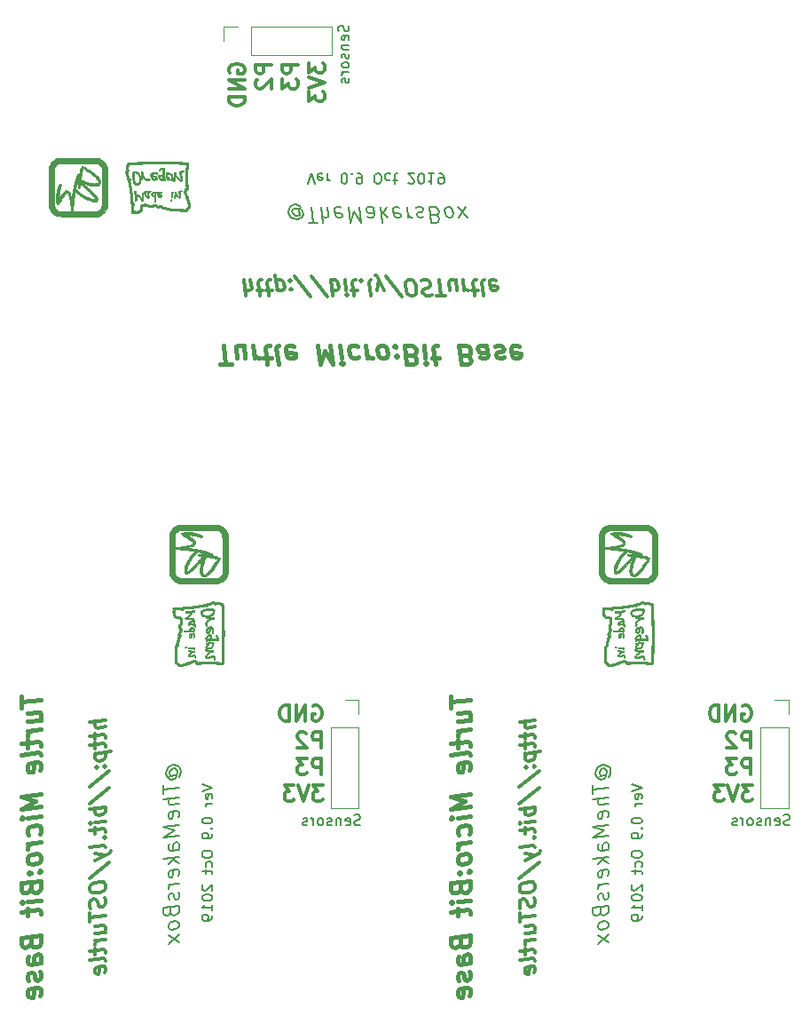
<source format=gbo>
%MOIN*%
%OFA0B0*%
%FSLAX46Y46*%
%IPPOS*%
%LPD*%
%ADD10C,0.0039370078740157488*%
%ADD11C,0.011811023622047244*%
%ADD12C,0.0078740157480314977*%
%ADD13C,0.015748031496062995*%
%ADD14C,0.0047244094488188976*%
%ADD15C,0.00010000000000000002*%
%ADD16C,0.005905511811023622*%
%ADD27C,0.0039370078740157488*%
%ADD28C,0.011811023622047244*%
%ADD29C,0.0078740157480314977*%
%ADD30C,0.015748031496062995*%
%ADD31C,0.0047244094488188976*%
%ADD32C,0.00010000000000000002*%
%ADD33C,0.005905511811023622*%
%ADD34C,0.0039370078740157488*%
%ADD35C,0.011811023622047244*%
%ADD36C,0.0078740157480314977*%
%ADD37C,0.015748031496062995*%
%ADD38C,0.0047244094488188976*%
%ADD39C,0.00010000000000000002*%
%ADD40C,0.005905511811023622*%
G01*
D10*
D11*
X0001305005Y0001330118D02*
X0001310629Y0001332930D01*
X0001319066Y0001332930D01*
X0001327502Y0001330118D01*
X0001333127Y0001324493D01*
X0001335939Y0001318869D01*
X0001338751Y0001307620D01*
X0001338751Y0001299184D01*
X0001335939Y0001287935D01*
X0001333127Y0001282311D01*
X0001327502Y0001276687D01*
X0001319066Y0001273875D01*
X0001313442Y0001273875D01*
X0001305005Y0001276687D01*
X0001302193Y0001279499D01*
X0001302193Y0001299184D01*
X0001313442Y0001299184D01*
X0001276884Y0001273875D02*
X0001276884Y0001332930D01*
X0001243138Y0001273875D01*
X0001243138Y0001332930D01*
X0001215016Y0001273875D02*
X0001215016Y0001332930D01*
X0001200956Y0001332930D01*
X0001192519Y0001330118D01*
X0001186895Y0001324493D01*
X0001184083Y0001318869D01*
X0001181271Y0001307620D01*
X0001181271Y0001299184D01*
X0001184083Y0001287935D01*
X0001186895Y0001282311D01*
X0001192519Y0001276687D01*
X0001200956Y0001273875D01*
X0001215016Y0001273875D01*
X0001335939Y0001173481D02*
X0001335939Y0001232536D01*
X0001313442Y0001232536D01*
X0001307817Y0001229724D01*
X0001305005Y0001226912D01*
X0001302193Y0001221287D01*
X0001302193Y0001212851D01*
X0001305005Y0001207227D01*
X0001307817Y0001204415D01*
X0001313442Y0001201602D01*
X0001335939Y0001201602D01*
X0001279696Y0001226912D02*
X0001276884Y0001229724D01*
X0001271259Y0001232536D01*
X0001257199Y0001232536D01*
X0001251574Y0001229724D01*
X0001248762Y0001226912D01*
X0001245950Y0001221287D01*
X0001245950Y0001215663D01*
X0001248762Y0001207227D01*
X0001282508Y0001173481D01*
X0001245950Y0001173481D01*
X0001335939Y0001073087D02*
X0001335939Y0001132142D01*
X0001313442Y0001132142D01*
X0001307817Y0001129330D01*
X0001305005Y0001126518D01*
X0001302193Y0001120894D01*
X0001302193Y0001112457D01*
X0001305005Y0001106833D01*
X0001307817Y0001104021D01*
X0001313442Y0001101209D01*
X0001335939Y0001101209D01*
X0001282508Y0001132142D02*
X0001245950Y0001132142D01*
X0001265635Y0001109645D01*
X0001257199Y0001109645D01*
X0001251574Y0001106833D01*
X0001248762Y0001104021D01*
X0001245950Y0001098397D01*
X0001245950Y0001084336D01*
X0001248762Y0001078712D01*
X0001251574Y0001075899D01*
X0001257199Y0001073087D01*
X0001274072Y0001073087D01*
X0001279696Y0001075899D01*
X0001282508Y0001078712D01*
X0001341563Y0001031749D02*
X0001305005Y0001031749D01*
X0001324690Y0001009251D01*
X0001316254Y0001009251D01*
X0001310629Y0001006439D01*
X0001307817Y0001003627D01*
X0001305005Y0000998003D01*
X0001305005Y0000983942D01*
X0001307817Y0000978318D01*
X0001310629Y0000975506D01*
X0001316254Y0000972694D01*
X0001333127Y0000972694D01*
X0001338751Y0000975506D01*
X0001341563Y0000978318D01*
X0001288132Y0001031749D02*
X0001268447Y0000972694D01*
X0001248762Y0001031749D01*
X0001234701Y0001031749D02*
X0001198144Y0001031749D01*
X0001217829Y0001009251D01*
X0001209392Y0001009251D01*
X0001203768Y0001006439D01*
X0001200956Y0001003627D01*
X0001198144Y0000998003D01*
X0001198144Y0000983942D01*
X0001200956Y0000978318D01*
X0001203768Y0000975506D01*
X0001209392Y0000972694D01*
X0001226265Y0000972694D01*
X0001231889Y0000975506D01*
X0001234701Y0000978318D01*
D12*
X0000773593Y0001068693D02*
X0000770781Y0001071154D01*
X0000767969Y0001076427D01*
X0000767969Y0001082051D01*
X0000770781Y0001088027D01*
X0000773593Y0001091190D01*
X0000779218Y0001094706D01*
X0000784842Y0001095409D01*
X0000790466Y0001093300D01*
X0000793279Y0001090839D01*
X0000796091Y0001085566D01*
X0000796091Y0001079942D01*
X0000793279Y0001073966D01*
X0000790466Y0001070802D01*
X0000767969Y0001067990D02*
X0000790466Y0001070802D01*
X0000793279Y0001068342D01*
X0000793279Y0001065530D01*
X0000790466Y0001059554D01*
X0000784842Y0001056039D01*
X0000770781Y0001054281D01*
X0000762345Y0001058851D01*
X0000756721Y0001066584D01*
X0000753908Y0001077481D01*
X0000756721Y0001089081D01*
X0000762345Y0001098221D01*
X0000770781Y0001104900D01*
X0000782030Y0001109118D01*
X0000793279Y0001107712D01*
X0000801715Y0001103142D01*
X0000807339Y0001095409D01*
X0000810151Y0001084512D01*
X0000807339Y0001072912D01*
X0000801715Y0001063772D01*
X0000742660Y0001033893D02*
X0000742660Y0001000147D01*
X0000801715Y0001024402D02*
X0000742660Y0001017020D01*
X0000801715Y0000987844D02*
X0000742660Y0000980462D01*
X0000801715Y0000962535D02*
X0000770781Y0000958668D01*
X0000765157Y0000960777D01*
X0000762345Y0000966050D01*
X0000762345Y0000974486D01*
X0000765157Y0000980462D01*
X0000767969Y0000983626D01*
X0000798903Y0000911565D02*
X0000801715Y0000917540D01*
X0000801715Y0000928789D01*
X0000798903Y0000934062D01*
X0000793279Y0000936171D01*
X0000770781Y0000933359D01*
X0000765157Y0000929843D01*
X0000762345Y0000923868D01*
X0000762345Y0000912619D01*
X0000765157Y0000907346D01*
X0000770781Y0000905237D01*
X0000776406Y0000905940D01*
X0000782030Y0000934765D01*
X0000801715Y0000883795D02*
X0000742660Y0000876413D01*
X0000784842Y0000862000D01*
X0000742660Y0000837043D01*
X0000801715Y0000844424D01*
X0000801715Y0000790994D02*
X0000770781Y0000787127D01*
X0000765157Y0000789236D01*
X0000762345Y0000794509D01*
X0000762345Y0000805757D01*
X0000765157Y0000811733D01*
X0000798903Y0000790642D02*
X0000801715Y0000796618D01*
X0000801715Y0000810679D01*
X0000798903Y0000815951D01*
X0000793279Y0000818061D01*
X0000787654Y0000817358D01*
X0000782030Y0000813842D01*
X0000779218Y0000807867D01*
X0000779218Y0000793806D01*
X0000776406Y0000787830D01*
X0000801715Y0000762872D02*
X0000742660Y0000755490D01*
X0000779218Y0000754436D02*
X0000801715Y0000740375D01*
X0000762345Y0000735454D02*
X0000784842Y0000760763D01*
X0000798903Y0000692217D02*
X0000801715Y0000698193D01*
X0000801715Y0000709441D01*
X0000798903Y0000714714D01*
X0000793279Y0000716823D01*
X0000770781Y0000714011D01*
X0000765157Y0000710496D01*
X0000762345Y0000704520D01*
X0000762345Y0000693271D01*
X0000765157Y0000687999D01*
X0000770781Y0000685890D01*
X0000776406Y0000686593D01*
X0000782030Y0000715417D01*
X0000801715Y0000664447D02*
X0000762345Y0000659526D01*
X0000773593Y0000660932D02*
X0000767969Y0000657417D01*
X0000765157Y0000654253D01*
X0000762345Y0000648277D01*
X0000762345Y0000642653D01*
X0000798903Y0000630350D02*
X0000801715Y0000625077D01*
X0000801715Y0000613828D01*
X0000798903Y0000607852D01*
X0000793279Y0000604337D01*
X0000790466Y0000603986D01*
X0000784842Y0000606095D01*
X0000782030Y0000611368D01*
X0000782030Y0000619804D01*
X0000779218Y0000625077D01*
X0000773593Y0000627186D01*
X0000770781Y0000626834D01*
X0000765157Y0000623319D01*
X0000762345Y0000617343D01*
X0000762345Y0000608907D01*
X0000765157Y0000603634D01*
X0000770781Y0000556531D02*
X0000773593Y0000548446D01*
X0000776406Y0000545985D01*
X0000782030Y0000543876D01*
X0000790466Y0000544931D01*
X0000796091Y0000548446D01*
X0000798903Y0000551609D01*
X0000801715Y0000557585D01*
X0000801715Y0000580082D01*
X0000742660Y0000572701D01*
X0000742660Y0000553016D01*
X0000745472Y0000547743D01*
X0000748284Y0000545282D01*
X0000753908Y0000543173D01*
X0000759533Y0000543876D01*
X0000765157Y0000547391D01*
X0000767969Y0000550555D01*
X0000770781Y0000556531D01*
X0000770781Y0000576216D01*
X0000801715Y0000512591D02*
X0000798903Y0000517864D01*
X0000796091Y0000520324D01*
X0000790466Y0000522433D01*
X0000773593Y0000520324D01*
X0000767969Y0000516809D01*
X0000765157Y0000513645D01*
X0000762345Y0000507670D01*
X0000762345Y0000499233D01*
X0000765157Y0000493960D01*
X0000767969Y0000491500D01*
X0000773593Y0000489391D01*
X0000790466Y0000491500D01*
X0000796091Y0000495015D01*
X0000798903Y0000498179D01*
X0000801715Y0000504154D01*
X0000801715Y0000512591D01*
X0000801715Y0000473221D02*
X0000762345Y0000437366D01*
X0000762345Y0000468300D02*
X0000801715Y0000442287D01*
D11*
X0000526715Y0001277186D02*
X0000467660Y0001269804D01*
X0000526715Y0001251877D02*
X0000495781Y0001248010D01*
X0000490157Y0001250119D01*
X0000487345Y0001255392D01*
X0000487345Y0001263828D01*
X0000490157Y0001269804D01*
X0000492969Y0001272968D01*
X0000487345Y0001227270D02*
X0000487345Y0001204773D01*
X0000467660Y0001216373D02*
X0000518279Y0001222701D01*
X0000523903Y0001220592D01*
X0000526715Y0001215319D01*
X0000526715Y0001209694D01*
X0000487345Y0001193525D02*
X0000487345Y0001171027D01*
X0000467660Y0001182627D02*
X0000518279Y0001188955D01*
X0000523903Y0001186846D01*
X0000526715Y0001181573D01*
X0000526715Y0001175949D01*
X0000487345Y0001151342D02*
X0000546400Y0001158724D01*
X0000490157Y0001151694D02*
X0000487345Y0001145718D01*
X0000487345Y0001134469D01*
X0000490157Y0001129197D01*
X0000492969Y0001126736D01*
X0000498593Y0001124627D01*
X0000515466Y0001126736D01*
X0000521091Y0001130251D01*
X0000523903Y0001133415D01*
X0000526715Y0001139391D01*
X0000526715Y0001150639D01*
X0000523903Y0001155912D01*
X0000521091Y0001102130D02*
X0000523903Y0001099669D01*
X0000526715Y0001102833D01*
X0000523903Y0001105293D01*
X0000521091Y0001102130D01*
X0000526715Y0001102833D01*
X0000490157Y0001098263D02*
X0000492969Y0001095802D01*
X0000495781Y0001098966D01*
X0000492969Y0001101427D01*
X0000490157Y0001098263D01*
X0000495781Y0001098966D01*
X0000464848Y0001024796D02*
X0000540776Y0001084905D01*
X0000464848Y0000962928D02*
X0000540776Y0001023038D01*
X0000526715Y0000950977D02*
X0000467660Y0000943595D01*
X0000490157Y0000946407D02*
X0000487345Y0000940431D01*
X0000487345Y0000929183D01*
X0000490157Y0000923910D01*
X0000492969Y0000921449D01*
X0000498593Y0000919340D01*
X0000515466Y0000921449D01*
X0000521091Y0000924964D01*
X0000523903Y0000928128D01*
X0000526715Y0000934104D01*
X0000526715Y0000945352D01*
X0000523903Y0000950625D01*
X0000526715Y0000897546D02*
X0000487345Y0000892625D01*
X0000467660Y0000890164D02*
X0000470472Y0000893328D01*
X0000473284Y0000890867D01*
X0000470472Y0000887703D01*
X0000467660Y0000890164D01*
X0000473284Y0000890867D01*
X0000487345Y0000872940D02*
X0000487345Y0000850442D01*
X0000467660Y0000862042D02*
X0000518279Y0000868370D01*
X0000523903Y0000866261D01*
X0000526715Y0000860988D01*
X0000526715Y0000855364D01*
X0000521091Y0000834976D02*
X0000523903Y0000832515D01*
X0000526715Y0000835679D01*
X0000523903Y0000838139D01*
X0000521091Y0000834976D01*
X0000526715Y0000835679D01*
X0000526715Y0000799121D02*
X0000523903Y0000804393D01*
X0000518279Y0000806503D01*
X0000467660Y0000800175D01*
X0000487345Y0000777326D02*
X0000526715Y0000768187D01*
X0000487345Y0000749205D02*
X0000526715Y0000768187D01*
X0000540776Y0000775569D01*
X0000543588Y0000778733D01*
X0000546400Y0000784708D01*
X0000464848Y0000681713D02*
X0000540776Y0000741823D01*
X0000467660Y0000651131D02*
X0000467660Y0000639883D01*
X0000470472Y0000634610D01*
X0000476096Y0000629689D01*
X0000487345Y0000628283D01*
X0000507030Y0000630743D01*
X0000518279Y0000634961D01*
X0000523903Y0000641289D01*
X0000526715Y0000647265D01*
X0000526715Y0000658513D01*
X0000523903Y0000663786D01*
X0000518279Y0000668707D01*
X0000507030Y0000670113D01*
X0000487345Y0000667653D01*
X0000476096Y0000663434D01*
X0000470472Y0000657107D01*
X0000467660Y0000651131D01*
X0000523903Y0000610355D02*
X0000526715Y0000602270D01*
X0000526715Y0000588209D01*
X0000523903Y0000582234D01*
X0000521091Y0000579070D01*
X0000515466Y0000575555D01*
X0000509842Y0000574852D01*
X0000504218Y0000576961D01*
X0000501406Y0000579422D01*
X0000498593Y0000584694D01*
X0000495781Y0000595591D01*
X0000492969Y0000600864D01*
X0000490157Y0000603325D01*
X0000484533Y0000605434D01*
X0000478908Y0000604731D01*
X0000473284Y0000601216D01*
X0000470472Y0000598052D01*
X0000467660Y0000592076D01*
X0000467660Y0000578015D01*
X0000470472Y0000569931D01*
X0000467660Y0000552706D02*
X0000467660Y0000518960D01*
X0000526715Y0000543215D02*
X0000467660Y0000535833D01*
X0000487345Y0000476427D02*
X0000526715Y0000481348D01*
X0000487345Y0000501736D02*
X0000518279Y0000505603D01*
X0000523903Y0000503494D01*
X0000526715Y0000498221D01*
X0000526715Y0000489784D01*
X0000523903Y0000483809D01*
X0000521091Y0000480645D01*
X0000526715Y0000453226D02*
X0000487345Y0000448305D01*
X0000498593Y0000449711D02*
X0000492969Y0000446196D01*
X0000490157Y0000443032D01*
X0000487345Y0000437057D01*
X0000487345Y0000431432D01*
X0000487345Y0000420184D02*
X0000487345Y0000397686D01*
X0000467660Y0000409287D02*
X0000518279Y0000415614D01*
X0000523903Y0000413505D01*
X0000526715Y0000408232D01*
X0000526715Y0000402608D01*
X0000526715Y0000374486D02*
X0000523903Y0000379759D01*
X0000518279Y0000381868D01*
X0000467660Y0000375541D01*
X0000523903Y0000329140D02*
X0000526715Y0000335116D01*
X0000526715Y0000346365D01*
X0000523903Y0000351638D01*
X0000518279Y0000353747D01*
X0000495781Y0000350935D01*
X0000490157Y0000347419D01*
X0000487345Y0000341443D01*
X0000487345Y0000330195D01*
X0000490157Y0000324922D01*
X0000495781Y0000322813D01*
X0000501406Y0000323516D01*
X0000507030Y0000352341D01*
D12*
X0000888440Y0001036250D02*
X0000927810Y0001023127D01*
X0000888440Y0001010003D01*
X0000925935Y0000981882D02*
X0000927810Y0000985631D01*
X0000927810Y0000993130D01*
X0000925935Y0000996880D01*
X0000922186Y0000998755D01*
X0000907187Y0000998755D01*
X0000903438Y0000996880D01*
X0000901563Y0000993130D01*
X0000901563Y0000985631D01*
X0000903438Y0000981882D01*
X0000907187Y0000980007D01*
X0000910937Y0000980007D01*
X0000914686Y0000998755D01*
X0000927810Y0000963134D02*
X0000901563Y0000963134D01*
X0000909062Y0000963134D02*
X0000905313Y0000961259D01*
X0000903438Y0000959385D01*
X0000901563Y0000955635D01*
X0000901563Y0000951885D01*
X0000888440Y0000901267D02*
X0000888440Y0000897517D01*
X0000890315Y0000893768D01*
X0000892189Y0000891893D01*
X0000895939Y0000890018D01*
X0000903438Y0000888143D01*
X0000912812Y0000888143D01*
X0000920311Y0000890018D01*
X0000924060Y0000891893D01*
X0000925935Y0000893768D01*
X0000927810Y0000897517D01*
X0000927810Y0000901267D01*
X0000925935Y0000905016D01*
X0000924060Y0000906891D01*
X0000920311Y0000908766D01*
X0000912812Y0000910641D01*
X0000903438Y0000910641D01*
X0000895939Y0000908766D01*
X0000892189Y0000906891D01*
X0000890315Y0000905016D01*
X0000888440Y0000901267D01*
X0000924060Y0000871271D02*
X0000925935Y0000869396D01*
X0000927810Y0000871271D01*
X0000925935Y0000873145D01*
X0000924060Y0000871271D01*
X0000927810Y0000871271D01*
X0000927810Y0000850648D02*
X0000927810Y0000843149D01*
X0000925935Y0000839400D01*
X0000924060Y0000837525D01*
X0000918436Y0000833775D01*
X0000910937Y0000831900D01*
X0000895939Y0000831900D01*
X0000892189Y0000833775D01*
X0000890315Y0000835650D01*
X0000888440Y0000839400D01*
X0000888440Y0000846899D01*
X0000890315Y0000850648D01*
X0000892189Y0000852523D01*
X0000895939Y0000854398D01*
X0000905313Y0000854398D01*
X0000909062Y0000852523D01*
X0000910937Y0000850648D01*
X0000912812Y0000846899D01*
X0000912812Y0000839400D01*
X0000910937Y0000835650D01*
X0000909062Y0000833775D01*
X0000905313Y0000831900D01*
X0000888440Y0000777532D02*
X0000888440Y0000770033D01*
X0000890315Y0000766284D01*
X0000894064Y0000762534D01*
X0000901563Y0000760659D01*
X0000914686Y0000760659D01*
X0000922186Y0000762534D01*
X0000925935Y0000766284D01*
X0000927810Y0000770033D01*
X0000927810Y0000777532D01*
X0000925935Y0000781282D01*
X0000922186Y0000785031D01*
X0000914686Y0000786906D01*
X0000901563Y0000786906D01*
X0000894064Y0000785031D01*
X0000890315Y0000781282D01*
X0000888440Y0000777532D01*
X0000925935Y0000726914D02*
X0000927810Y0000730663D01*
X0000927810Y0000738162D01*
X0000925935Y0000741912D01*
X0000924060Y0000743787D01*
X0000920311Y0000745661D01*
X0000909062Y0000745661D01*
X0000905313Y0000743787D01*
X0000903438Y0000741912D01*
X0000901563Y0000738162D01*
X0000901563Y0000730663D01*
X0000903438Y0000726914D01*
X0000901563Y0000715665D02*
X0000901563Y0000700667D01*
X0000888440Y0000710041D02*
X0000922186Y0000710041D01*
X0000925935Y0000708166D01*
X0000927810Y0000704416D01*
X0000927810Y0000700667D01*
X0000892189Y0000659422D02*
X0000890315Y0000657547D01*
X0000888440Y0000653798D01*
X0000888440Y0000644424D01*
X0000890315Y0000640674D01*
X0000892189Y0000638800D01*
X0000895939Y0000636925D01*
X0000899688Y0000636925D01*
X0000905313Y0000638800D01*
X0000927810Y0000661297D01*
X0000927810Y0000636925D01*
X0000888440Y0000612553D02*
X0000888440Y0000608803D01*
X0000890315Y0000605054D01*
X0000892189Y0000603179D01*
X0000895939Y0000601304D01*
X0000903438Y0000599430D01*
X0000912812Y0000599430D01*
X0000920311Y0000601304D01*
X0000924060Y0000603179D01*
X0000925935Y0000605054D01*
X0000927810Y0000608803D01*
X0000927810Y0000612553D01*
X0000925935Y0000616302D01*
X0000924060Y0000618177D01*
X0000920311Y0000620052D01*
X0000912812Y0000621927D01*
X0000903438Y0000621927D01*
X0000895939Y0000620052D01*
X0000892189Y0000618177D01*
X0000890315Y0000616302D01*
X0000888440Y0000612553D01*
X0000927810Y0000561934D02*
X0000927810Y0000584431D01*
X0000927810Y0000573183D02*
X0000888440Y0000573183D01*
X0000894064Y0000576932D01*
X0000897814Y0000580682D01*
X0000899688Y0000584431D01*
X0000927810Y0000543187D02*
X0000927810Y0000535687D01*
X0000925935Y0000531938D01*
X0000924060Y0000530063D01*
X0000918436Y0000526314D01*
X0000910937Y0000524439D01*
X0000895939Y0000524439D01*
X0000892189Y0000526314D01*
X0000890315Y0000528188D01*
X0000888440Y0000531938D01*
X0000888440Y0000539437D01*
X0000890315Y0000543187D01*
X0000892189Y0000545061D01*
X0000895939Y0000546936D01*
X0000905313Y0000546936D01*
X0000909062Y0000545061D01*
X0000910937Y0000543187D01*
X0000912812Y0000539437D01*
X0000912812Y0000531938D01*
X0000910937Y0000528188D01*
X0000909062Y0000526314D01*
X0000905313Y0000524439D01*
D13*
X0000210114Y0001365552D02*
X0000210114Y0001323932D01*
X0000282949Y0001353846D02*
X0000210114Y0001344742D01*
X0000234392Y0001271474D02*
X0000282949Y0001277543D01*
X0000234392Y0001302689D02*
X0000272544Y0001307458D01*
X0000279480Y0001304856D01*
X0000282949Y0001298353D01*
X0000282949Y0001287948D01*
X0000279480Y0001280578D01*
X0000276012Y0001276676D01*
X0000282949Y0001242860D02*
X0000234392Y0001236791D01*
X0000248265Y0001238525D02*
X0000241329Y0001234189D01*
X0000237860Y0001230287D01*
X0000234392Y0001222917D01*
X0000234392Y0001215981D01*
X0000234392Y0001202107D02*
X0000234392Y0001174361D01*
X0000210114Y0001188668D02*
X0000272544Y0001196471D01*
X0000279480Y0001193870D01*
X0000282949Y0001187367D01*
X0000282949Y0001180430D01*
X0000282949Y0001145747D02*
X0000279480Y0001152250D01*
X0000272544Y0001154852D01*
X0000210114Y0001147048D01*
X0000279480Y0001089821D02*
X0000282949Y0001097191D01*
X0000282949Y0001111064D01*
X0000279480Y0001117567D01*
X0000272544Y0001120168D01*
X0000244797Y0001116700D01*
X0000237860Y0001112365D01*
X0000234392Y0001104995D01*
X0000234392Y0001091121D01*
X0000237860Y0001084618D01*
X0000244797Y0001082017D01*
X0000251734Y0001082884D01*
X0000258670Y0001118434D01*
X0000282949Y0001000078D02*
X0000210114Y0000990974D01*
X0000262139Y0000973199D01*
X0000210114Y0000942417D01*
X0000282949Y0000951522D01*
X0000282949Y0000916838D02*
X0000234392Y0000910769D01*
X0000210114Y0000907734D02*
X0000213582Y0000911636D01*
X0000217051Y0000908601D01*
X0000213582Y0000904699D01*
X0000210114Y0000907734D01*
X0000217051Y0000908601D01*
X0000279480Y0000850507D02*
X0000282949Y0000857877D01*
X0000282949Y0000871750D01*
X0000279480Y0000878253D01*
X0000276012Y0000881288D01*
X0000269075Y0000883889D01*
X0000248265Y0000881288D01*
X0000241329Y0000876953D01*
X0000237860Y0000873051D01*
X0000234392Y0000865681D01*
X0000234392Y0000851807D01*
X0000237860Y0000845304D01*
X0000282949Y0000819726D02*
X0000234392Y0000813656D01*
X0000248265Y0000815390D02*
X0000241329Y0000811055D01*
X0000237860Y0000807153D01*
X0000234392Y0000799783D01*
X0000234392Y0000792846D01*
X0000282949Y0000764232D02*
X0000279480Y0000770736D01*
X0000276012Y0000773770D01*
X0000269075Y0000776372D01*
X0000248265Y0000773770D01*
X0000241329Y0000769435D01*
X0000237860Y0000765533D01*
X0000234392Y0000758163D01*
X0000234392Y0000747758D01*
X0000237860Y0000741255D01*
X0000241329Y0000738220D01*
X0000248265Y0000735619D01*
X0000269075Y0000738220D01*
X0000276012Y0000742555D01*
X0000279480Y0000746457D01*
X0000282949Y0000753827D01*
X0000282949Y0000764232D01*
X0000276012Y0000707872D02*
X0000279480Y0000704838D01*
X0000282949Y0000708739D01*
X0000279480Y0000711774D01*
X0000276012Y0000707872D01*
X0000282949Y0000708739D01*
X0000237860Y0000703103D02*
X0000241329Y0000700069D01*
X0000244797Y0000703970D01*
X0000241329Y0000707005D01*
X0000237860Y0000703103D01*
X0000244797Y0000703970D01*
X0000244797Y0000645009D02*
X0000248265Y0000635038D01*
X0000251734Y0000632003D01*
X0000258670Y0000629402D01*
X0000269075Y0000630702D01*
X0000276012Y0000635038D01*
X0000279480Y0000638940D01*
X0000282949Y0000646310D01*
X0000282949Y0000674056D01*
X0000210114Y0000664952D01*
X0000210114Y0000640674D01*
X0000213582Y0000634171D01*
X0000217051Y0000631136D01*
X0000223987Y0000628535D01*
X0000230924Y0000629402D01*
X0000237860Y0000633737D01*
X0000241329Y0000637639D01*
X0000244797Y0000645009D01*
X0000244797Y0000669287D01*
X0000282949Y0000601222D02*
X0000234392Y0000595152D01*
X0000210114Y0000592117D02*
X0000213582Y0000596019D01*
X0000217051Y0000592984D01*
X0000213582Y0000589082D01*
X0000210114Y0000592117D01*
X0000217051Y0000592984D01*
X0000234392Y0000570874D02*
X0000234392Y0000543127D01*
X0000210114Y0000557434D02*
X0000272544Y0000565238D01*
X0000279480Y0000562637D01*
X0000282949Y0000556133D01*
X0000282949Y0000549197D01*
X0000244797Y0000440378D02*
X0000248265Y0000430407D01*
X0000251734Y0000427372D01*
X0000258670Y0000424771D01*
X0000269075Y0000426072D01*
X0000276012Y0000430407D01*
X0000279480Y0000434309D01*
X0000282949Y0000441679D01*
X0000282949Y0000469426D01*
X0000210114Y0000460321D01*
X0000210114Y0000436043D01*
X0000213582Y0000429540D01*
X0000217051Y0000426505D01*
X0000223987Y0000423904D01*
X0000230924Y0000424771D01*
X0000237860Y0000429106D01*
X0000241329Y0000433008D01*
X0000244797Y0000440378D01*
X0000244797Y0000464657D01*
X0000282949Y0000365376D02*
X0000244797Y0000360607D01*
X0000237860Y0000363208D01*
X0000234392Y0000369711D01*
X0000234392Y0000383585D01*
X0000237860Y0000390955D01*
X0000279480Y0000364943D02*
X0000282949Y0000372313D01*
X0000282949Y0000389654D01*
X0000279480Y0000396157D01*
X0000272544Y0000398759D01*
X0000265607Y0000397892D01*
X0000258670Y0000393556D01*
X0000255202Y0000386186D01*
X0000255202Y0000368844D01*
X0000251734Y0000361474D01*
X0000279480Y0000333728D02*
X0000282949Y0000327225D01*
X0000282949Y0000313351D01*
X0000279480Y0000305981D01*
X0000272544Y0000301646D01*
X0000269075Y0000301212D01*
X0000262139Y0000303813D01*
X0000258670Y0000310317D01*
X0000258670Y0000320721D01*
X0000255202Y0000327225D01*
X0000248265Y0000329826D01*
X0000244797Y0000329392D01*
X0000237860Y0000325057D01*
X0000234392Y0000317687D01*
X0000234392Y0000307282D01*
X0000237860Y0000300779D01*
X0000279480Y0000243551D02*
X0000282949Y0000250922D01*
X0000282949Y0000264795D01*
X0000279480Y0000271298D01*
X0000272544Y0000273899D01*
X0000244797Y0000270431D01*
X0000237860Y0000266095D01*
X0000234392Y0000258725D01*
X0000234392Y0000244852D01*
X0000237860Y0000238349D01*
X0000244797Y0000235748D01*
X0000251734Y0000236615D01*
X0000258670Y0000272165D01*
D14*
X0001477362Y0000947637D02*
X0001372637Y0000947637D01*
X0001477362Y0001250000D02*
X0001477362Y0000947637D01*
X0001372637Y0001250000D02*
X0001372637Y0000947637D01*
X0001477362Y0001250000D02*
X0001372637Y0001250000D01*
X0001477362Y0001300000D02*
X0001477362Y0001352362D01*
X0001477362Y0001352362D02*
X0001425000Y0001352362D01*
D15*
G36*
X0000805700Y0001478100D02*
X0000807200Y0001478100D01*
X0000808200Y0001478200D01*
X0000809100Y0001478300D01*
X0000809800Y0001478500D01*
X0000810600Y0001478900D01*
X0000810900Y0001479000D01*
X0000812000Y0001479500D01*
X0000813000Y0001479900D01*
X0000814200Y0001480300D01*
X0000815600Y0001480700D01*
X0000817400Y0001481100D01*
X0000819500Y0001481600D01*
X0000820200Y0001481800D01*
X0000823100Y0001482400D01*
X0000825500Y0001483100D01*
X0000827600Y0001483700D01*
X0000829400Y0001484500D01*
X0000831000Y0001485300D01*
X0000806200Y0001485300D01*
X0000805600Y0001485300D01*
X0000805100Y0001485400D01*
X0000804600Y0001485700D01*
X0000804000Y0001486200D01*
X0000803300Y0001487100D01*
X0000802900Y0001487500D01*
X0000802000Y0001488600D01*
X0000801000Y0001489600D01*
X0000800100Y0001490300D01*
X0000799800Y0001490600D01*
X0000799100Y0001491100D01*
X0000798100Y0001491900D01*
X0000796900Y0001492900D01*
X0000795700Y0001493900D01*
X0000795600Y0001494000D01*
X0000794500Y0001494900D01*
X0000793500Y0001495700D01*
X0000792800Y0001496200D01*
X0000792400Y0001496500D01*
X0000792300Y0001496500D01*
X0000792100Y0001496700D01*
X0000792100Y0001497400D01*
X0000792100Y0001498400D01*
X0000792300Y0001499600D01*
X0000792500Y0001500800D01*
X0000792600Y0001501200D01*
X0000792700Y0001501700D01*
X0000792900Y0001502200D01*
X0000792900Y0001502800D01*
X0000793000Y0001503500D01*
X0000793100Y0001504500D01*
X0000793200Y0001505800D01*
X0000793200Y0001507300D01*
X0000793300Y0001509200D01*
X0000793300Y0001511500D01*
X0000793400Y0001514300D01*
X0000793500Y0001517600D01*
X0000793500Y0001519700D01*
X0000793600Y0001523100D01*
X0000793600Y0001526500D01*
X0000793700Y0001529900D01*
X0000793700Y0001533200D01*
X0000793800Y0001536300D01*
X0000793800Y0001539100D01*
X0000793800Y0001541600D01*
X0000793800Y0001543500D01*
X0000793800Y0001544000D01*
X0000793800Y0001551600D01*
X0000796200Y0001554000D01*
X0000798500Y0001556400D01*
X0000798500Y0001558000D01*
X0000798500Y0001559100D01*
X0000798400Y0001560500D01*
X0000798200Y0001561600D01*
X0000798100Y0001562900D01*
X0000798200Y0001564100D01*
X0000798400Y0001565400D01*
X0000798800Y0001567000D01*
X0000799500Y0001568800D01*
X0000800400Y0001571000D01*
X0000800600Y0001571600D01*
X0000801400Y0001573300D01*
X0000801900Y0001574600D01*
X0000802200Y0001575699D01*
X0000802400Y0001576700D01*
X0000802600Y0001577800D01*
X0000802700Y0001578500D01*
X0000802900Y0001580300D01*
X0000803100Y0001581700D01*
X0000803400Y0001582800D01*
X0000803800Y0001583600D01*
X0000804300Y0001584400D01*
X0000805100Y0001585200D01*
X0000805200Y0001585300D01*
X0000806000Y0001586200D01*
X0000806700Y0001587200D01*
X0000807200Y0001587899D01*
X0000807200Y0001587899D01*
X0000807400Y0001588700D01*
X0000807600Y0001589900D01*
X0000807900Y0001591300D01*
X0000808000Y0001592800D01*
X0000808200Y0001594099D01*
X0000808200Y0001595100D01*
X0000808100Y0001595700D01*
X0000807800Y0001596200D01*
X0000807300Y0001597100D01*
X0000806600Y0001597900D01*
X0000805800Y0001598800D01*
X0000805500Y0001599400D01*
X0000805400Y0001599800D01*
X0000805500Y0001600000D01*
X0000805800Y0001600400D01*
X0000806300Y0001601200D01*
X0000807000Y0001602300D01*
X0000807800Y0001603500D01*
X0000808000Y0001603800D01*
X0000810100Y0001607200D01*
X0000810200Y0001610200D01*
X0000810300Y0001611600D01*
X0000810400Y0001612500D01*
X0000810500Y0001613000D01*
X0000810700Y0001613400D01*
X0000811000Y0001613600D01*
X0000811200Y0001613700D01*
X0000812100Y0001614500D01*
X0000812700Y0001615600D01*
X0000813000Y0001616800D01*
X0000813000Y0001617000D01*
X0000812700Y0001618099D01*
X0000812000Y0001619200D01*
X0000810800Y0001620300D01*
X0000810300Y0001620700D01*
X0000809800Y0001621200D01*
X0000809400Y0001621500D01*
X0000809100Y0001621900D01*
X0000808800Y0001622400D01*
X0000808700Y0001623200D01*
X0000808500Y0001624200D01*
X0000808300Y0001625700D01*
X0000808200Y0001627600D01*
X0000808100Y0001628200D01*
X0000807700Y0001632500D01*
X0000808800Y0001633700D01*
X0000810100Y0001635100D01*
X0000811100Y0001636500D01*
X0000811900Y0001637700D01*
X0000812100Y0001638100D01*
X0000812300Y0001639000D01*
X0000812500Y0001640300D01*
X0000812700Y0001642000D01*
X0000812900Y0001643800D01*
X0000813100Y0001645800D01*
X0000813200Y0001647700D01*
X0000813200Y0001649500D01*
X0000813200Y0001649600D01*
X0000813200Y0001651500D01*
X0000813000Y0001653200D01*
X0000812800Y0001654900D01*
X0000812400Y0001656800D01*
X0000812000Y0001658600D01*
X0000811600Y0001659900D01*
X0000811100Y0001660900D01*
X0000810600Y0001661800D01*
X0000809800Y0001662700D01*
X0000808800Y0001663700D01*
X0000808000Y0001664400D01*
X0000807200Y0001665000D01*
X0000806300Y0001665300D01*
X0000805200Y0001665600D01*
X0000803800Y0001665900D01*
X0000802100Y0001666000D01*
X0000800100Y0001666200D01*
X0000797000Y0001666499D01*
X0000794300Y0001667000D01*
X0000792100Y0001667800D01*
X0000790300Y0001668800D01*
X0000790100Y0001668900D01*
X0000789100Y0001669900D01*
X0000788000Y0001671400D01*
X0000787700Y0001671900D01*
X0000787200Y0001673000D01*
X0000786800Y0001673900D01*
X0000786700Y0001674600D01*
X0000786700Y0001675500D01*
X0000786700Y0001675600D01*
X0000786700Y0001677100D01*
X0000786400Y0001678800D01*
X0000786100Y0001680000D01*
X0000785600Y0001681500D01*
X0000785400Y0001682600D01*
X0000785300Y0001683300D01*
X0000785500Y0001683900D01*
X0000785700Y0001684500D01*
X0000785900Y0001684800D01*
X0000786500Y0001686000D01*
X0000786700Y0001687700D01*
X0000786500Y0001689600D01*
X0000786300Y0001690200D01*
X0000786100Y0001691100D01*
X0000785900Y0001691900D01*
X0000785900Y0001692200D01*
X0000786100Y0001692200D01*
X0000786900Y0001692300D01*
X0000787800Y0001692300D01*
X0000787900Y0001692300D01*
X0000789000Y0001692300D01*
X0000789800Y0001692400D01*
X0000790500Y0001692600D01*
X0000791200Y0001693100D01*
X0000792500Y0001694000D01*
X0000797200Y0001693700D01*
X0000799000Y0001693600D01*
X0000800300Y0001693400D01*
X0000801300Y0001693300D01*
X0000802000Y0001693100D01*
X0000802600Y0001692900D01*
X0000803200Y0001692600D01*
X0000803500Y0001692400D01*
X0000804700Y0001691800D01*
X0000805800Y0001691500D01*
X0000806600Y0001691500D01*
X0000807700Y0001691400D01*
X0000808600Y0001691300D01*
X0000808900Y0001691200D01*
X0000809600Y0001691100D01*
X0000810600Y0001690900D01*
X0000811900Y0001690900D01*
X0000812400Y0001690900D01*
X0000813700Y0001690900D01*
X0000814500Y0001690900D01*
X0000815100Y0001691100D01*
X0000815500Y0001691400D01*
X0000816000Y0001691800D01*
X0000816100Y0001691900D01*
X0000816700Y0001692700D01*
X0000817000Y0001693500D01*
X0000817100Y0001693600D01*
X0000817100Y0001694000D01*
X0000817300Y0001694200D01*
X0000817900Y0001694400D01*
X0000818900Y0001694500D01*
X0000820200Y0001694600D01*
X0000821700Y0001694700D01*
X0000822600Y0001694700D01*
X0000824300Y0001694800D01*
X0000826500Y0001695000D01*
X0000829300Y0001695300D01*
X0000832700Y0001695800D01*
X0000836600Y0001696500D01*
X0000836900Y0001696500D01*
X0000838600Y0001696800D01*
X0000840200Y0001697000D01*
X0000841400Y0001697200D01*
X0000842300Y0001697300D01*
X0000842600Y0001697400D01*
X0000843100Y0001697400D01*
X0000844000Y0001697300D01*
X0000845200Y0001697300D01*
X0000846400Y0001697200D01*
X0000847700Y0001697200D01*
X0000848900Y0001697100D01*
X0000849700Y0001697000D01*
X0000850000Y0001696900D01*
X0000851000Y0001696500D01*
X0000852200Y0001696400D01*
X0000853400Y0001696500D01*
X0000854400Y0001696900D01*
X0000854900Y0001697500D01*
X0000855400Y0001697800D01*
X0000856400Y0001698100D01*
X0000858000Y0001698500D01*
X0000860200Y0001698800D01*
X0000862900Y0001699200D01*
X0000866000Y0001699500D01*
X0000868400Y0001699700D01*
X0000870500Y0001699900D01*
X0000872500Y0001700100D01*
X0000874200Y0001700300D01*
X0000875600Y0001700500D01*
X0000876600Y0001700600D01*
X0000877100Y0001700700D01*
X0000877900Y0001701100D01*
X0000879000Y0001701500D01*
X0000880000Y0001701900D01*
X0000880800Y0001702200D01*
X0000881400Y0001702500D01*
X0000882100Y0001702600D01*
X0000882900Y0001702699D01*
X0000883900Y0001702699D01*
X0000885200Y0001702600D01*
X0000887000Y0001702500D01*
X0000887800Y0001702500D01*
X0000889600Y0001702400D01*
X0000891000Y0001702400D01*
X0000892100Y0001702600D01*
X0000893100Y0001702900D01*
X0000894200Y0001703400D01*
X0000895500Y0001704200D01*
X0000897000Y0001704900D01*
X0000898100Y0001705300D01*
X0000899200Y0001705500D01*
X0000900300Y0001705300D01*
X0000901800Y0001704900D01*
X0000902200Y0001704700D01*
X0000903700Y0001704200D01*
X0000904900Y0001703900D01*
X0000905700Y0001703900D01*
X0000906400Y0001704000D01*
X0000907000Y0001704300D01*
X0000907100Y0001704300D01*
X0000907700Y0001704900D01*
X0000908400Y0001705900D01*
X0000909100Y0001707100D01*
X0000909600Y0001708400D01*
X0000909900Y0001709200D01*
X0000910100Y0001710000D01*
X0000913600Y0001710000D01*
X0000917200Y0001710000D01*
X0000919700Y0001711200D01*
X0000922400Y0001712500D01*
X0000924700Y0001713500D01*
X0000926600Y0001714300D01*
X0000928000Y0001714800D01*
X0000928800Y0001715000D01*
X0000929500Y0001715100D01*
X0000930100Y0001715100D01*
X0000930700Y0001714800D01*
X0000931500Y0001714200D01*
X0000931600Y0001714200D01*
X0000933200Y0001713100D01*
X0000934700Y0001712200D01*
X0000936500Y0001711500D01*
X0000937600Y0001711200D01*
X0000939700Y0001710600D01*
X0000943600Y0001711500D01*
X0000946200Y0001712100D01*
X0000948300Y0001712400D01*
X0000950100Y0001712600D01*
X0000951700Y0001712600D01*
X0000953200Y0001712300D01*
X0000954700Y0001711900D01*
X0000954700Y0001711900D01*
X0000956400Y0001711300D01*
X0000957900Y0001710800D01*
X0000959200Y0001710200D01*
X0000960100Y0001709800D01*
X0000960500Y0001709400D01*
X0000960600Y0001709400D01*
X0000960700Y0001709000D01*
X0000961000Y0001708200D01*
X0000961200Y0001707900D01*
X0000961500Y0001707000D01*
X0000961800Y0001705600D01*
X0000962000Y0001703700D01*
X0000962100Y0001701300D01*
X0000962200Y0001698300D01*
X0000962300Y0001694800D01*
X0000962300Y0001690800D01*
X0000962300Y0001690400D01*
X0000962400Y0001688200D01*
X0000962400Y0001685600D01*
X0000962500Y0001682700D01*
X0000962500Y0001679600D01*
X0000962600Y0001676500D01*
X0000962800Y0001673600D01*
X0000962800Y0001672800D01*
X0000963100Y0001663500D01*
X0000963500Y0001654600D01*
X0000963700Y0001645800D01*
X0000963900Y0001637000D01*
X0000964100Y0001628300D01*
X0000964200Y0001619500D01*
X0000964300Y0001610600D01*
X0000964300Y0001601400D01*
X0000964300Y0001592000D01*
X0000964300Y0001582100D01*
X0000964200Y0001571800D01*
X0000964100Y0001566600D01*
X0000964000Y0001559300D01*
X0000963900Y0001552600D01*
X0000963800Y0001546400D01*
X0000963700Y0001540700D01*
X0000963600Y0001535400D01*
X0000963500Y0001530500D01*
X0000963400Y0001525900D01*
X0000963300Y0001521700D01*
X0000963100Y0001517800D01*
X0000963000Y0001514200D01*
X0000962900Y0001510700D01*
X0000962700Y0001507400D01*
X0000962600Y0001505600D01*
X0000962500Y0001503100D01*
X0000962300Y0001500800D01*
X0000962200Y0001498700D01*
X0000962100Y0001496900D01*
X0000962000Y0001495600D01*
X0000962000Y0001494700D01*
X0000962000Y0001494200D01*
X0000962000Y0001494200D01*
X0000961700Y0001494200D01*
X0000960800Y0001494300D01*
X0000959500Y0001494300D01*
X0000957600Y0001494400D01*
X0000955300Y0001494500D01*
X0000952600Y0001494600D01*
X0000949500Y0001494800D01*
X0000946100Y0001494900D01*
X0000942300Y0001495100D01*
X0000938300Y0001495300D01*
X0000934100Y0001495400D01*
X0000929600Y0001495600D01*
X0000925000Y0001495900D01*
X0000924400Y0001495900D01*
X0000918900Y0001496100D01*
X0000913900Y0001496300D01*
X0000909400Y0001496500D01*
X0000905400Y0001496700D01*
X0000901900Y0001496900D01*
X0000898800Y0001497000D01*
X0000896200Y0001497100D01*
X0000893800Y0001497200D01*
X0000891900Y0001497200D01*
X0000890200Y0001497200D01*
X0000888900Y0001497200D01*
X0000887700Y0001497200D01*
X0000886800Y0001497200D01*
X0000886100Y0001497100D01*
X0000885500Y0001497000D01*
X0000885100Y0001496900D01*
X0000884700Y0001496800D01*
X0000884400Y0001496600D01*
X0000884200Y0001496400D01*
X0000883900Y0001496200D01*
X0000883600Y0001496000D01*
X0000883000Y0001495500D01*
X0000882400Y0001495200D01*
X0000881800Y0001495100D01*
X0000880800Y0001495200D01*
X0000880400Y0001495200D01*
X0000879000Y0001495200D01*
X0000877700Y0001495100D01*
X0000876100Y0001494700D01*
X0000876000Y0001494700D01*
X0000874300Y0001494200D01*
X0000873100Y0001493900D01*
X0000872200Y0001493800D01*
X0000871700Y0001493800D01*
X0000871300Y0001493900D01*
X0000871100Y0001494200D01*
X0000871000Y0001494200D01*
X0000870800Y0001494900D01*
X0000870500Y0001495800D01*
X0000870500Y0001496200D01*
X0000870200Y0001497300D01*
X0000869800Y0001498200D01*
X0000869200Y0001499000D01*
X0000868300Y0001499700D01*
X0000866900Y0001500600D01*
X0000865500Y0001501300D01*
X0000862000Y0001503000D01*
X0000858900Y0001502700D01*
X0000857700Y0001502500D01*
X0000856600Y0001502300D01*
X0000855600Y0001502000D01*
X0000854500Y0001501700D01*
X0000853100Y0001501200D01*
X0000851400Y0001500400D01*
X0000850900Y0001500200D01*
X0000848900Y0001499400D01*
X0000846900Y0001498500D01*
X0000844800Y0001497600D01*
X0000843000Y0001496800D01*
X0000842300Y0001496400D01*
X0000840800Y0001495800D01*
X0000839700Y0001495300D01*
X0000838900Y0001495000D01*
X0000838400Y0001494900D01*
X0000838000Y0001495000D01*
X0000837600Y0001495000D01*
X0000836600Y0001495300D01*
X0000835400Y0001495300D01*
X0000834100Y0001494900D01*
X0000832500Y0001494200D01*
X0000830600Y0001493200D01*
X0000830500Y0001493100D01*
X0000828900Y0001492200D01*
X0000827500Y0001491400D01*
X0000826300Y0001490800D01*
X0000825100Y0001490400D01*
X0000823800Y0001489900D01*
X0000822200Y0001489500D01*
X0000820400Y0001489100D01*
X0000818600Y0001488700D01*
X0000816100Y0001488100D01*
X0000814100Y0001487600D01*
X0000812500Y0001487200D01*
X0000811200Y0001486800D01*
X0000810100Y0001486400D01*
X0000809200Y0001486100D01*
X0000808800Y0001485800D01*
X0000807700Y0001485500D01*
X0000806500Y0001485300D01*
X0000806200Y0001485300D01*
X0000831000Y0001485300D01*
X0000831100Y0001485400D01*
X0000831700Y0001485600D01*
X0000832800Y0001486300D01*
X0000833700Y0001486700D01*
X0000834200Y0001486900D01*
X0000834600Y0001486900D01*
X0000835000Y0001486700D01*
X0000835700Y0001486600D01*
X0000836400Y0001486500D01*
X0000837300Y0001486700D01*
X0000838400Y0001486999D01*
X0000839800Y0001487600D01*
X0000841700Y0001488400D01*
X0000842900Y0001489000D01*
X0000846100Y0001490400D01*
X0000849100Y0001491800D01*
X0000851800Y0001492900D01*
X0000854200Y0001493900D01*
X0000856200Y0001494700D01*
X0000857800Y0001495200D01*
X0000858900Y0001495500D01*
X0000859000Y0001495500D01*
X0000860100Y0001495700D01*
X0000860800Y0001495600D01*
X0000861600Y0001495400D01*
X0000862100Y0001495100D01*
X0000862900Y0001494700D01*
X0000863400Y0001494200D01*
X0000863700Y0001493600D01*
X0000863900Y0001492700D01*
X0000864000Y0001492200D01*
X0000864100Y0001491600D01*
X0000864500Y0001490900D01*
X0000865100Y0001490200D01*
X0000866100Y0001489100D01*
X0000866500Y0001488800D01*
X0000867500Y0001487800D01*
X0000868200Y0001487100D01*
X0000868700Y0001486700D01*
X0000869200Y0001486500D01*
X0000869800Y0001486500D01*
X0000870200Y0001486500D01*
X0000872300Y0001486600D01*
X0000874700Y0001487100D01*
X0000877200Y0001487700D01*
X0000878300Y0001488000D01*
X0000879200Y0001488100D01*
X0000880100Y0001488100D01*
X0000881300Y0001488000D01*
X0000881500Y0001487900D01*
X0000882800Y0001487800D01*
X0000883900Y0001487800D01*
X0000884800Y0001488100D01*
X0000885900Y0001488800D01*
X0000886800Y0001489500D01*
X0000887900Y0001490400D01*
X0000926500Y0001488700D01*
X0000931200Y0001488500D01*
X0000935800Y0001488300D01*
X0000940200Y0001488100D01*
X0000944400Y0001487900D01*
X0000948300Y0001487800D01*
X0000951900Y0001487600D01*
X0000955200Y0001487500D01*
X0000958100Y0001487400D01*
X0000960600Y0001487300D01*
X0000962700Y0001487200D01*
X0000964300Y0001487200D01*
X0000965400Y0001487200D01*
X0000966000Y0001487200D01*
X0000966000Y0001487200D01*
X0000967000Y0001487600D01*
X0000967900Y0001488400D01*
X0000968500Y0001489300D01*
X0000968600Y0001489500D01*
X0000968700Y0001490000D01*
X0000968800Y0001491100D01*
X0000968900Y0001492600D01*
X0000969100Y0001494500D01*
X0000969200Y0001496800D01*
X0000969400Y0001499300D01*
X0000969500Y0001502200D01*
X0000969700Y0001505200D01*
X0000969800Y0001508400D01*
X0000970000Y0001511600D01*
X0000970100Y0001514900D01*
X0000970200Y0001518100D01*
X0000970300Y0001521300D01*
X0000970400Y0001524300D01*
X0000970500Y0001527100D01*
X0000970600Y0001528800D01*
X0000970600Y0001531200D01*
X0000970700Y0001534100D01*
X0000970700Y0001537400D01*
X0000970800Y0001541000D01*
X0000970900Y0001545000D01*
X0000970900Y0001549200D01*
X0000971000Y0001553500D01*
X0000971000Y0001558000D01*
X0000971100Y0001562400D01*
X0000971200Y0001566700D01*
X0000971200Y0001568400D01*
X0000971200Y0001572400D01*
X0000971300Y0001576400D01*
X0000971300Y0001580300D01*
X0000971400Y0001584100D01*
X0000971400Y0001587600D01*
X0000971400Y0001590900D01*
X0000971500Y0001593800D01*
X0000971500Y0001596300D01*
X0000971500Y0001598400D01*
X0000971500Y0001600000D01*
X0000971500Y0001600900D01*
X0000971500Y0001602300D01*
X0000971500Y0001604300D01*
X0000971500Y0001606700D01*
X0000971500Y0001609500D01*
X0000971500Y0001612500D01*
X0000971400Y0001615700D01*
X0000971400Y0001619000D01*
X0000971300Y0001622300D01*
X0000971300Y0001623700D01*
X0000971200Y0001629800D01*
X0000971000Y0001635700D01*
X0000970900Y0001641500D01*
X0000970700Y0001647000D01*
X0000970600Y0001652200D01*
X0000970400Y0001657100D01*
X0000970300Y0001661600D01*
X0000970200Y0001665600D01*
X0000970000Y0001669000D01*
X0000970000Y0001669700D01*
X0000969900Y0001671900D01*
X0000969800Y0001674500D01*
X0000969800Y0001677300D01*
X0000969700Y0001680100D01*
X0000969700Y0001682800D01*
X0000969700Y0001683800D01*
X0000969700Y0001686400D01*
X0000969600Y0001689300D01*
X0000969600Y0001692500D01*
X0000969400Y0001695600D01*
X0000969300Y0001698600D01*
X0000969300Y0001700100D01*
X0000968800Y0001708600D01*
X0000967500Y0001711400D01*
X0000966800Y0001712700D01*
X0000966300Y0001713700D01*
X0000965800Y0001714400D01*
X0000965600Y0001714600D01*
X0000964800Y0001715200D01*
X0000963600Y0001715800D01*
X0000962000Y0001716600D01*
X0000960300Y0001717300D01*
X0000958600Y0001718000D01*
X0000957100Y0001718600D01*
X0000955500Y0001719100D01*
X0000954200Y0001719400D01*
X0000953200Y0001719600D01*
X0000952000Y0001719700D01*
X0000951200Y0001719700D01*
X0000948300Y0001719500D01*
X0000945000Y0001719000D01*
X0000942100Y0001718400D01*
X0000940700Y0001718100D01*
X0000939600Y0001718100D01*
X0000938400Y0001718400D01*
X0000937100Y0001719000D01*
X0000935600Y0001719900D01*
X0000934900Y0001720500D01*
X0000933500Y0001721400D01*
X0000932500Y0001722000D01*
X0000931500Y0001722300D01*
X0000930500Y0001722400D01*
X0000929200Y0001722300D01*
X0000927700Y0001722000D01*
X0000926500Y0001721700D01*
X0000924900Y0001721200D01*
X0000923100Y0001720500D01*
X0000921000Y0001719700D01*
X0000919000Y0001718700D01*
X0000917300Y0001717900D01*
X0000916600Y0001717600D01*
X0000916000Y0001717300D01*
X0000915300Y0001717200D01*
X0000914500Y0001717100D01*
X0000913300Y0001717100D01*
X0000911700Y0001717100D01*
X0000911500Y0001717100D01*
X0000909600Y0001717000D01*
X0000908000Y0001716900D01*
X0000906900Y0001716700D01*
X0000906000Y0001716200D01*
X0000905200Y0001715500D01*
X0000904500Y0001714400D01*
X0000903700Y0001712900D01*
X0000903300Y0001712100D01*
X0000903000Y0001712100D01*
X0000902300Y0001712200D01*
X0000901300Y0001712400D01*
X0000901000Y0001712500D01*
X0000899200Y0001712700D01*
X0000898000Y0001712700D01*
X0000897700Y0001712700D01*
X0000896000Y0001712200D01*
X0000894200Y0001711400D01*
X0000892400Y0001710500D01*
X0000891900Y0001710200D01*
X0000891400Y0001709900D01*
X0000890900Y0001709700D01*
X0000890300Y0001709500D01*
X0000889600Y0001709500D01*
X0000888700Y0001709500D01*
X0000887500Y0001709500D01*
X0000885800Y0001709700D01*
X0000883700Y0001709900D01*
X0000883600Y0001709900D01*
X0000882600Y0001709900D01*
X0000881600Y0001709900D01*
X0000880500Y0001709600D01*
X0000879400Y0001709300D01*
X0000878100Y0001708800D01*
X0000876900Y0001708400D01*
X0000876000Y0001708000D01*
X0000875800Y0001707900D01*
X0000875300Y0001707700D01*
X0000874500Y0001707500D01*
X0000873400Y0001707400D01*
X0000871900Y0001707200D01*
X0000869900Y0001707000D01*
X0000867500Y0001706800D01*
X0000864800Y0001706500D01*
X0000862200Y0001706200D01*
X0000859700Y0001705900D01*
X0000857300Y0001705500D01*
X0000855200Y0001705200D01*
X0000853500Y0001704900D01*
X0000852300Y0001704500D01*
X0000851900Y0001704400D01*
X0000851200Y0001704400D01*
X0000850500Y0001704500D01*
X0000849500Y0001704600D01*
X0000848100Y0001704400D01*
X0000848100Y0001704400D01*
X0000846800Y0001704200D01*
X0000845400Y0001704300D01*
X0000844700Y0001704400D01*
X0000843800Y0001704500D01*
X0000843000Y0001704600D01*
X0000842100Y0001704500D01*
X0000841000Y0001704400D01*
X0000839400Y0001704100D01*
X0000838800Y0001704000D01*
X0000835100Y0001703300D01*
X0000831700Y0001702800D01*
X0000828500Y0001702400D01*
X0000825300Y0001702100D01*
X0000821800Y0001701800D01*
X0000818800Y0001701600D01*
X0000816200Y0001701500D01*
X0000814200Y0001701300D01*
X0000812600Y0001701200D01*
X0000811400Y0001701000D01*
X0000810500Y0001700900D01*
X0000809800Y0001700600D01*
X0000809300Y0001700300D01*
X0000809000Y0001699900D01*
X0000808700Y0001699600D01*
X0000808300Y0001699100D01*
X0000807800Y0001698900D01*
X0000807100Y0001699000D01*
X0000806100Y0001699300D01*
X0000805100Y0001699700D01*
X0000805100Y0001699700D01*
X0000804600Y0001700000D01*
X0000804200Y0001700100D01*
X0000803700Y0001700300D01*
X0000803000Y0001700400D01*
X0000802100Y0001700500D01*
X0000800900Y0001700600D01*
X0000799200Y0001700700D01*
X0000797100Y0001700900D01*
X0000796000Y0001700900D01*
X0000790000Y0001701300D01*
X0000788800Y0001700300D01*
X0000787600Y0001699300D01*
X0000784600Y0001699600D01*
X0000782700Y0001699700D01*
X0000781300Y0001699700D01*
X0000780300Y0001699600D01*
X0000779500Y0001699200D01*
X0000778900Y0001698700D01*
X0000778800Y0001698600D01*
X0000778300Y0001698000D01*
X0000778100Y0001697300D01*
X0000778000Y0001696400D01*
X0000778000Y0001695300D01*
X0000778300Y0001693800D01*
X0000778700Y0001691800D01*
X0000778800Y0001691600D01*
X0000779600Y0001688000D01*
X0000778800Y0001686600D01*
X0000778300Y0001685600D01*
X0000778000Y0001684699D01*
X0000778000Y0001683600D01*
X0000778200Y0001682400D01*
X0000778500Y0001680700D01*
X0000778800Y0001679500D01*
X0000779200Y0001678100D01*
X0000779500Y0001677000D01*
X0000779600Y0001676300D01*
X0000779500Y0001675600D01*
X0000779400Y0001675100D01*
X0000779300Y0001674300D01*
X0000779300Y0001673600D01*
X0000779400Y0001672800D01*
X0000779800Y0001671800D01*
X0000780400Y0001670600D01*
X0000781100Y0001669300D01*
X0000782000Y0001667700D01*
X0000782700Y0001666499D01*
X0000783400Y0001665600D01*
X0000784000Y0001664900D01*
X0000784700Y0001664200D01*
X0000785600Y0001663500D01*
X0000786500Y0001662700D01*
X0000787400Y0001662100D01*
X0000788200Y0001661700D01*
X0000789200Y0001661300D01*
X0000790500Y0001660800D01*
X0000792200Y0001660300D01*
X0000792600Y0001660200D01*
X0000794500Y0001659700D01*
X0000796100Y0001659400D01*
X0000797600Y0001659200D01*
X0000799300Y0001659000D01*
X0000799900Y0001659000D01*
X0000801700Y0001658900D01*
X0000803000Y0001658800D01*
X0000803900Y0001658500D01*
X0000804500Y0001658000D01*
X0000805000Y0001657200D01*
X0000805300Y0001656000D01*
X0000805600Y0001654900D01*
X0000806000Y0001652500D01*
X0000806200Y0001649700D01*
X0000806100Y0001646600D01*
X0000805800Y0001643700D01*
X0000805500Y0001640600D01*
X0000803200Y0001638000D01*
X0000802200Y0001637000D01*
X0000801500Y0001636000D01*
X0000800900Y0001635200D01*
X0000800700Y0001634800D01*
X0000800700Y0001634200D01*
X0000800700Y0001633200D01*
X0000800700Y0001631700D01*
X0000800900Y0001630000D01*
X0000801000Y0001628000D01*
X0000801200Y0001626000D01*
X0000801400Y0001624000D01*
X0000801600Y0001622300D01*
X0000801900Y0001620600D01*
X0000802100Y0001619400D01*
X0000802500Y0001618600D01*
X0000802700Y0001618099D01*
X0000803000Y0001617700D01*
X0000803200Y0001617300D01*
X0000803300Y0001616700D01*
X0000803300Y0001615900D01*
X0000803300Y0001614800D01*
X0000803300Y0001613300D01*
X0000803200Y0001609300D01*
X0000800500Y0001605200D01*
X0000799500Y0001603700D01*
X0000798700Y0001602400D01*
X0000798000Y0001601300D01*
X0000797600Y0001600500D01*
X0000797400Y0001600200D01*
X0000797100Y0001599100D01*
X0000797300Y0001598100D01*
X0000797900Y0001596900D01*
X0000799100Y0001595500D01*
X0000799200Y0001595400D01*
X0000800000Y0001594500D01*
X0000800500Y0001593800D01*
X0000800800Y0001593200D01*
X0000800900Y0001592600D01*
X0000800900Y0001592400D01*
X0000800800Y0001591700D01*
X0000800700Y0001591200D01*
X0000800200Y0001590500D01*
X0000799500Y0001589700D01*
X0000799100Y0001589300D01*
X0000798100Y0001588099D01*
X0000797300Y0001586800D01*
X0000796700Y0001585300D01*
X0000796300Y0001583600D01*
X0000795900Y0001581400D01*
X0000795800Y0001580300D01*
X0000795600Y0001578800D01*
X0000795300Y0001577600D01*
X0000794900Y0001576400D01*
X0000794400Y0001575000D01*
X0000793900Y0001573800D01*
X0000793200Y0001572100D01*
X0000792500Y0001570200D01*
X0000791900Y0001568400D01*
X0000791600Y0001567300D01*
X0000791300Y0001565800D01*
X0000791000Y0001564700D01*
X0000791000Y0001563800D01*
X0000791000Y0001562900D01*
X0000791100Y0001561700D01*
X0000791400Y0001559300D01*
X0000789300Y0001557000D01*
X0000788000Y0001555600D01*
X0000787200Y0001554500D01*
X0000787000Y0001553800D01*
X0000786900Y0001553300D01*
X0000786900Y0001552200D01*
X0000786800Y0001550800D01*
X0000786800Y0001549000D01*
X0000786800Y0001547000D01*
X0000786800Y0001544800D01*
X0000786800Y0001544700D01*
X0000786800Y0001541400D01*
X0000786700Y0001537900D01*
X0000786700Y0001534300D01*
X0000786700Y0001530700D01*
X0000786600Y0001527100D01*
X0000786500Y0001523600D01*
X0000786500Y0001520300D01*
X0000786400Y0001517100D01*
X0000786300Y0001514100D01*
X0000786200Y0001511400D01*
X0000786100Y0001509100D01*
X0000786000Y0001507100D01*
X0000785900Y0001505600D01*
X0000785800Y0001504600D01*
X0000785700Y0001504100D01*
X0000785600Y0001503400D01*
X0000785400Y0001502100D01*
X0000785200Y0001500600D01*
X0000785100Y0001499000D01*
X0000785000Y0001498200D01*
X0000784900Y0001496400D01*
X0000784800Y0001495100D01*
X0000784800Y0001494200D01*
X0000784800Y0001493500D01*
X0000784900Y0001492999D01*
X0000785100Y0001492600D01*
X0000785200Y0001492500D01*
X0000786000Y0001491500D01*
X0000787300Y0001490600D01*
X0000788700Y0001490200D01*
X0000789300Y0001489900D01*
X0000790200Y0001489300D01*
X0000791100Y0001488500D01*
X0000791400Y0001488300D01*
X0000792600Y0001487300D01*
X0000793700Y0001486400D01*
X0000794600Y0001485600D01*
X0000794800Y0001485500D01*
X0000795500Y0001484900D01*
X0000796500Y0001483900D01*
X0000797600Y0001482800D01*
X0000798700Y0001481700D01*
X0000799700Y0001480600D01*
X0000800600Y0001479600D01*
X0000801300Y0001478900D01*
X0000801800Y0001478500D01*
X0000801800Y0001478500D01*
X0000802500Y0001478300D01*
X0000803700Y0001478100D01*
X0000805300Y0001478100D01*
X0000805700Y0001478100D01*
X0000805700Y0001478100D01*
X0000805700Y0001478100D01*
G37*
X0000805700Y0001478100D02*
X0000807200Y0001478100D01*
X0000808200Y0001478200D01*
X0000809100Y0001478300D01*
X0000809800Y0001478500D01*
X0000810600Y0001478900D01*
X0000810900Y0001479000D01*
X0000812000Y0001479500D01*
X0000813000Y0001479900D01*
X0000814200Y0001480300D01*
X0000815600Y0001480700D01*
X0000817400Y0001481100D01*
X0000819500Y0001481600D01*
X0000820200Y0001481800D01*
X0000823100Y0001482400D01*
X0000825500Y0001483100D01*
X0000827600Y0001483700D01*
X0000829400Y0001484500D01*
X0000831000Y0001485300D01*
X0000806200Y0001485300D01*
X0000805600Y0001485300D01*
X0000805100Y0001485400D01*
X0000804600Y0001485700D01*
X0000804000Y0001486200D01*
X0000803300Y0001487100D01*
X0000802900Y0001487500D01*
X0000802000Y0001488600D01*
X0000801000Y0001489600D01*
X0000800100Y0001490300D01*
X0000799800Y0001490600D01*
X0000799100Y0001491100D01*
X0000798100Y0001491900D01*
X0000796900Y0001492900D01*
X0000795700Y0001493900D01*
X0000795600Y0001494000D01*
X0000794500Y0001494900D01*
X0000793500Y0001495700D01*
X0000792800Y0001496200D01*
X0000792400Y0001496500D01*
X0000792300Y0001496500D01*
X0000792100Y0001496700D01*
X0000792100Y0001497400D01*
X0000792100Y0001498400D01*
X0000792300Y0001499600D01*
X0000792500Y0001500800D01*
X0000792600Y0001501200D01*
X0000792700Y0001501700D01*
X0000792900Y0001502200D01*
X0000792900Y0001502800D01*
X0000793000Y0001503500D01*
X0000793100Y0001504500D01*
X0000793200Y0001505800D01*
X0000793200Y0001507300D01*
X0000793300Y0001509200D01*
X0000793300Y0001511500D01*
X0000793400Y0001514300D01*
X0000793500Y0001517600D01*
X0000793500Y0001519700D01*
X0000793600Y0001523100D01*
X0000793600Y0001526500D01*
X0000793700Y0001529900D01*
X0000793700Y0001533200D01*
X0000793800Y0001536300D01*
X0000793800Y0001539100D01*
X0000793800Y0001541600D01*
X0000793800Y0001543500D01*
X0000793800Y0001544000D01*
X0000793800Y0001551600D01*
X0000796200Y0001554000D01*
X0000798500Y0001556400D01*
X0000798500Y0001558000D01*
X0000798500Y0001559100D01*
X0000798400Y0001560500D01*
X0000798200Y0001561600D01*
X0000798100Y0001562900D01*
X0000798200Y0001564100D01*
X0000798400Y0001565400D01*
X0000798800Y0001567000D01*
X0000799500Y0001568800D01*
X0000800400Y0001571000D01*
X0000800600Y0001571600D01*
X0000801400Y0001573300D01*
X0000801900Y0001574600D01*
X0000802200Y0001575699D01*
X0000802400Y0001576700D01*
X0000802600Y0001577800D01*
X0000802700Y0001578500D01*
X0000802900Y0001580300D01*
X0000803100Y0001581700D01*
X0000803400Y0001582800D01*
X0000803800Y0001583600D01*
X0000804300Y0001584400D01*
X0000805100Y0001585200D01*
X0000805200Y0001585300D01*
X0000806000Y0001586200D01*
X0000806700Y0001587200D01*
X0000807200Y0001587899D01*
X0000807200Y0001587899D01*
X0000807400Y0001588700D01*
X0000807600Y0001589900D01*
X0000807900Y0001591300D01*
X0000808000Y0001592800D01*
X0000808200Y0001594099D01*
X0000808200Y0001595100D01*
X0000808100Y0001595700D01*
X0000807800Y0001596200D01*
X0000807300Y0001597100D01*
X0000806600Y0001597900D01*
X0000805800Y0001598800D01*
X0000805500Y0001599400D01*
X0000805400Y0001599800D01*
X0000805500Y0001600000D01*
X0000805800Y0001600400D01*
X0000806300Y0001601200D01*
X0000807000Y0001602300D01*
X0000807800Y0001603500D01*
X0000808000Y0001603800D01*
X0000810100Y0001607200D01*
X0000810200Y0001610200D01*
X0000810300Y0001611600D01*
X0000810400Y0001612500D01*
X0000810500Y0001613000D01*
X0000810700Y0001613400D01*
X0000811000Y0001613600D01*
X0000811200Y0001613700D01*
X0000812100Y0001614500D01*
X0000812700Y0001615600D01*
X0000813000Y0001616800D01*
X0000813000Y0001617000D01*
X0000812700Y0001618099D01*
X0000812000Y0001619200D01*
X0000810800Y0001620300D01*
X0000810300Y0001620700D01*
X0000809800Y0001621200D01*
X0000809400Y0001621500D01*
X0000809100Y0001621900D01*
X0000808800Y0001622400D01*
X0000808700Y0001623200D01*
X0000808500Y0001624200D01*
X0000808300Y0001625700D01*
X0000808200Y0001627600D01*
X0000808100Y0001628200D01*
X0000807700Y0001632500D01*
X0000808800Y0001633700D01*
X0000810100Y0001635100D01*
X0000811100Y0001636500D01*
X0000811900Y0001637700D01*
X0000812100Y0001638100D01*
X0000812300Y0001639000D01*
X0000812500Y0001640300D01*
X0000812700Y0001642000D01*
X0000812900Y0001643800D01*
X0000813100Y0001645800D01*
X0000813200Y0001647700D01*
X0000813200Y0001649500D01*
X0000813200Y0001649600D01*
X0000813200Y0001651500D01*
X0000813000Y0001653200D01*
X0000812800Y0001654900D01*
X0000812400Y0001656800D01*
X0000812000Y0001658600D01*
X0000811600Y0001659900D01*
X0000811100Y0001660900D01*
X0000810600Y0001661800D01*
X0000809800Y0001662700D01*
X0000808800Y0001663700D01*
X0000808000Y0001664400D01*
X0000807200Y0001665000D01*
X0000806300Y0001665300D01*
X0000805200Y0001665600D01*
X0000803800Y0001665900D01*
X0000802100Y0001666000D01*
X0000800100Y0001666200D01*
X0000797000Y0001666499D01*
X0000794300Y0001667000D01*
X0000792100Y0001667800D01*
X0000790300Y0001668800D01*
X0000790100Y0001668900D01*
X0000789100Y0001669900D01*
X0000788000Y0001671400D01*
X0000787700Y0001671900D01*
X0000787200Y0001673000D01*
X0000786800Y0001673900D01*
X0000786700Y0001674600D01*
X0000786700Y0001675500D01*
X0000786700Y0001675600D01*
X0000786700Y0001677100D01*
X0000786400Y0001678800D01*
X0000786100Y0001680000D01*
X0000785600Y0001681500D01*
X0000785400Y0001682600D01*
X0000785300Y0001683300D01*
X0000785500Y0001683900D01*
X0000785700Y0001684500D01*
X0000785900Y0001684800D01*
X0000786500Y0001686000D01*
X0000786700Y0001687700D01*
X0000786500Y0001689600D01*
X0000786300Y0001690200D01*
X0000786100Y0001691100D01*
X0000785900Y0001691900D01*
X0000785900Y0001692200D01*
X0000786100Y0001692200D01*
X0000786900Y0001692300D01*
X0000787800Y0001692300D01*
X0000787900Y0001692300D01*
X0000789000Y0001692300D01*
X0000789800Y0001692400D01*
X0000790500Y0001692600D01*
X0000791200Y0001693100D01*
X0000792500Y0001694000D01*
X0000797200Y0001693700D01*
X0000799000Y0001693600D01*
X0000800300Y0001693400D01*
X0000801300Y0001693300D01*
X0000802000Y0001693100D01*
X0000802600Y0001692900D01*
X0000803200Y0001692600D01*
X0000803500Y0001692400D01*
X0000804700Y0001691800D01*
X0000805800Y0001691500D01*
X0000806600Y0001691500D01*
X0000807700Y0001691400D01*
X0000808600Y0001691300D01*
X0000808900Y0001691200D01*
X0000809600Y0001691100D01*
X0000810600Y0001690900D01*
X0000811900Y0001690900D01*
X0000812400Y0001690900D01*
X0000813700Y0001690900D01*
X0000814500Y0001690900D01*
X0000815100Y0001691100D01*
X0000815500Y0001691400D01*
X0000816000Y0001691800D01*
X0000816100Y0001691900D01*
X0000816700Y0001692700D01*
X0000817000Y0001693500D01*
X0000817100Y0001693600D01*
X0000817100Y0001694000D01*
X0000817300Y0001694200D01*
X0000817900Y0001694400D01*
X0000818900Y0001694500D01*
X0000820200Y0001694600D01*
X0000821700Y0001694700D01*
X0000822600Y0001694700D01*
X0000824300Y0001694800D01*
X0000826500Y0001695000D01*
X0000829300Y0001695300D01*
X0000832700Y0001695800D01*
X0000836600Y0001696500D01*
X0000836900Y0001696500D01*
X0000838600Y0001696800D01*
X0000840200Y0001697000D01*
X0000841400Y0001697200D01*
X0000842300Y0001697300D01*
X0000842600Y0001697400D01*
X0000843100Y0001697400D01*
X0000844000Y0001697300D01*
X0000845200Y0001697300D01*
X0000846400Y0001697200D01*
X0000847700Y0001697200D01*
X0000848900Y0001697100D01*
X0000849700Y0001697000D01*
X0000850000Y0001696900D01*
X0000851000Y0001696500D01*
X0000852200Y0001696400D01*
X0000853400Y0001696500D01*
X0000854400Y0001696900D01*
X0000854900Y0001697500D01*
X0000855400Y0001697800D01*
X0000856400Y0001698100D01*
X0000858000Y0001698500D01*
X0000860200Y0001698800D01*
X0000862900Y0001699200D01*
X0000866000Y0001699500D01*
X0000868400Y0001699700D01*
X0000870500Y0001699900D01*
X0000872500Y0001700100D01*
X0000874200Y0001700300D01*
X0000875600Y0001700500D01*
X0000876600Y0001700600D01*
X0000877100Y0001700700D01*
X0000877900Y0001701100D01*
X0000879000Y0001701500D01*
X0000880000Y0001701900D01*
X0000880800Y0001702200D01*
X0000881400Y0001702500D01*
X0000882100Y0001702600D01*
X0000882900Y0001702699D01*
X0000883900Y0001702699D01*
X0000885200Y0001702600D01*
X0000887000Y0001702500D01*
X0000887800Y0001702500D01*
X0000889600Y0001702400D01*
X0000891000Y0001702400D01*
X0000892100Y0001702600D01*
X0000893100Y0001702900D01*
X0000894200Y0001703400D01*
X0000895500Y0001704200D01*
X0000897000Y0001704900D01*
X0000898100Y0001705300D01*
X0000899200Y0001705500D01*
X0000900300Y0001705300D01*
X0000901800Y0001704900D01*
X0000902200Y0001704700D01*
X0000903700Y0001704200D01*
X0000904900Y0001703900D01*
X0000905700Y0001703900D01*
X0000906400Y0001704000D01*
X0000907000Y0001704300D01*
X0000907100Y0001704300D01*
X0000907700Y0001704900D01*
X0000908400Y0001705900D01*
X0000909100Y0001707100D01*
X0000909600Y0001708400D01*
X0000909900Y0001709200D01*
X0000910100Y0001710000D01*
X0000913600Y0001710000D01*
X0000917200Y0001710000D01*
X0000919700Y0001711200D01*
X0000922400Y0001712500D01*
X0000924700Y0001713500D01*
X0000926600Y0001714300D01*
X0000928000Y0001714800D01*
X0000928800Y0001715000D01*
X0000929500Y0001715100D01*
X0000930100Y0001715100D01*
X0000930700Y0001714800D01*
X0000931500Y0001714200D01*
X0000931600Y0001714200D01*
X0000933200Y0001713100D01*
X0000934700Y0001712200D01*
X0000936500Y0001711500D01*
X0000937600Y0001711200D01*
X0000939700Y0001710600D01*
X0000943600Y0001711500D01*
X0000946200Y0001712100D01*
X0000948300Y0001712400D01*
X0000950100Y0001712600D01*
X0000951700Y0001712600D01*
X0000953200Y0001712300D01*
X0000954700Y0001711900D01*
X0000954700Y0001711900D01*
X0000956400Y0001711300D01*
X0000957900Y0001710800D01*
X0000959200Y0001710200D01*
X0000960100Y0001709800D01*
X0000960500Y0001709400D01*
X0000960600Y0001709400D01*
X0000960700Y0001709000D01*
X0000961000Y0001708200D01*
X0000961200Y0001707900D01*
X0000961500Y0001707000D01*
X0000961800Y0001705600D01*
X0000962000Y0001703700D01*
X0000962100Y0001701300D01*
X0000962200Y0001698300D01*
X0000962300Y0001694800D01*
X0000962300Y0001690800D01*
X0000962300Y0001690400D01*
X0000962400Y0001688200D01*
X0000962400Y0001685600D01*
X0000962500Y0001682700D01*
X0000962500Y0001679600D01*
X0000962600Y0001676500D01*
X0000962800Y0001673600D01*
X0000962800Y0001672800D01*
X0000963100Y0001663500D01*
X0000963500Y0001654600D01*
X0000963700Y0001645800D01*
X0000963900Y0001637000D01*
X0000964100Y0001628300D01*
X0000964200Y0001619500D01*
X0000964300Y0001610600D01*
X0000964300Y0001601400D01*
X0000964300Y0001592000D01*
X0000964300Y0001582100D01*
X0000964200Y0001571800D01*
X0000964100Y0001566600D01*
X0000964000Y0001559300D01*
X0000963900Y0001552600D01*
X0000963800Y0001546400D01*
X0000963700Y0001540700D01*
X0000963600Y0001535400D01*
X0000963500Y0001530500D01*
X0000963400Y0001525900D01*
X0000963300Y0001521700D01*
X0000963100Y0001517800D01*
X0000963000Y0001514200D01*
X0000962900Y0001510700D01*
X0000962700Y0001507400D01*
X0000962600Y0001505600D01*
X0000962500Y0001503100D01*
X0000962300Y0001500800D01*
X0000962200Y0001498700D01*
X0000962100Y0001496900D01*
X0000962000Y0001495600D01*
X0000962000Y0001494700D01*
X0000962000Y0001494200D01*
X0000962000Y0001494200D01*
X0000961700Y0001494200D01*
X0000960800Y0001494300D01*
X0000959500Y0001494300D01*
X0000957600Y0001494400D01*
X0000955300Y0001494500D01*
X0000952600Y0001494600D01*
X0000949500Y0001494800D01*
X0000946100Y0001494900D01*
X0000942300Y0001495100D01*
X0000938300Y0001495300D01*
X0000934100Y0001495400D01*
X0000929600Y0001495600D01*
X0000925000Y0001495900D01*
X0000924400Y0001495900D01*
X0000918900Y0001496100D01*
X0000913900Y0001496300D01*
X0000909400Y0001496500D01*
X0000905400Y0001496700D01*
X0000901900Y0001496900D01*
X0000898800Y0001497000D01*
X0000896200Y0001497100D01*
X0000893800Y0001497200D01*
X0000891900Y0001497200D01*
X0000890200Y0001497200D01*
X0000888900Y0001497200D01*
X0000887700Y0001497200D01*
X0000886800Y0001497200D01*
X0000886100Y0001497100D01*
X0000885500Y0001497000D01*
X0000885100Y0001496900D01*
X0000884700Y0001496800D01*
X0000884400Y0001496600D01*
X0000884200Y0001496400D01*
X0000883900Y0001496200D01*
X0000883600Y0001496000D01*
X0000883000Y0001495500D01*
X0000882400Y0001495200D01*
X0000881800Y0001495100D01*
X0000880800Y0001495200D01*
X0000880400Y0001495200D01*
X0000879000Y0001495200D01*
X0000877700Y0001495100D01*
X0000876100Y0001494700D01*
X0000876000Y0001494700D01*
X0000874300Y0001494200D01*
X0000873100Y0001493900D01*
X0000872200Y0001493800D01*
X0000871700Y0001493800D01*
X0000871300Y0001493900D01*
X0000871100Y0001494200D01*
X0000871000Y0001494200D01*
X0000870800Y0001494900D01*
X0000870500Y0001495800D01*
X0000870500Y0001496200D01*
X0000870200Y0001497300D01*
X0000869800Y0001498200D01*
X0000869200Y0001499000D01*
X0000868300Y0001499700D01*
X0000866900Y0001500600D01*
X0000865500Y0001501300D01*
X0000862000Y0001503000D01*
X0000858900Y0001502700D01*
X0000857700Y0001502500D01*
X0000856600Y0001502300D01*
X0000855600Y0001502000D01*
X0000854500Y0001501700D01*
X0000853100Y0001501200D01*
X0000851400Y0001500400D01*
X0000850900Y0001500200D01*
X0000848900Y0001499400D01*
X0000846900Y0001498500D01*
X0000844800Y0001497600D01*
X0000843000Y0001496800D01*
X0000842300Y0001496400D01*
X0000840800Y0001495800D01*
X0000839700Y0001495300D01*
X0000838900Y0001495000D01*
X0000838400Y0001494900D01*
X0000838000Y0001495000D01*
X0000837600Y0001495000D01*
X0000836600Y0001495300D01*
X0000835400Y0001495300D01*
X0000834100Y0001494900D01*
X0000832500Y0001494200D01*
X0000830600Y0001493200D01*
X0000830500Y0001493100D01*
X0000828900Y0001492200D01*
X0000827500Y0001491400D01*
X0000826300Y0001490800D01*
X0000825100Y0001490400D01*
X0000823800Y0001489900D01*
X0000822200Y0001489500D01*
X0000820400Y0001489100D01*
X0000818600Y0001488700D01*
X0000816100Y0001488100D01*
X0000814100Y0001487600D01*
X0000812500Y0001487200D01*
X0000811200Y0001486800D01*
X0000810100Y0001486400D01*
X0000809200Y0001486100D01*
X0000808800Y0001485800D01*
X0000807700Y0001485500D01*
X0000806500Y0001485300D01*
X0000806200Y0001485300D01*
X0000831000Y0001485300D01*
X0000831100Y0001485400D01*
X0000831700Y0001485600D01*
X0000832800Y0001486300D01*
X0000833700Y0001486700D01*
X0000834200Y0001486900D01*
X0000834600Y0001486900D01*
X0000835000Y0001486700D01*
X0000835700Y0001486600D01*
X0000836400Y0001486500D01*
X0000837300Y0001486700D01*
X0000838400Y0001486999D01*
X0000839800Y0001487600D01*
X0000841700Y0001488400D01*
X0000842900Y0001489000D01*
X0000846100Y0001490400D01*
X0000849100Y0001491800D01*
X0000851800Y0001492900D01*
X0000854200Y0001493900D01*
X0000856200Y0001494700D01*
X0000857800Y0001495200D01*
X0000858900Y0001495500D01*
X0000859000Y0001495500D01*
X0000860100Y0001495700D01*
X0000860800Y0001495600D01*
X0000861600Y0001495400D01*
X0000862100Y0001495100D01*
X0000862900Y0001494700D01*
X0000863400Y0001494200D01*
X0000863700Y0001493600D01*
X0000863900Y0001492700D01*
X0000864000Y0001492200D01*
X0000864100Y0001491600D01*
X0000864500Y0001490900D01*
X0000865100Y0001490200D01*
X0000866100Y0001489100D01*
X0000866500Y0001488800D01*
X0000867500Y0001487800D01*
X0000868200Y0001487100D01*
X0000868700Y0001486700D01*
X0000869200Y0001486500D01*
X0000869800Y0001486500D01*
X0000870200Y0001486500D01*
X0000872300Y0001486600D01*
X0000874700Y0001487100D01*
X0000877200Y0001487700D01*
X0000878300Y0001488000D01*
X0000879200Y0001488100D01*
X0000880100Y0001488100D01*
X0000881300Y0001488000D01*
X0000881500Y0001487900D01*
X0000882800Y0001487800D01*
X0000883900Y0001487800D01*
X0000884800Y0001488100D01*
X0000885900Y0001488800D01*
X0000886800Y0001489500D01*
X0000887900Y0001490400D01*
X0000926500Y0001488700D01*
X0000931200Y0001488500D01*
X0000935800Y0001488300D01*
X0000940200Y0001488100D01*
X0000944400Y0001487900D01*
X0000948300Y0001487800D01*
X0000951900Y0001487600D01*
X0000955200Y0001487500D01*
X0000958100Y0001487400D01*
X0000960600Y0001487300D01*
X0000962700Y0001487200D01*
X0000964300Y0001487200D01*
X0000965400Y0001487200D01*
X0000966000Y0001487200D01*
X0000966000Y0001487200D01*
X0000967000Y0001487600D01*
X0000967900Y0001488400D01*
X0000968500Y0001489300D01*
X0000968600Y0001489500D01*
X0000968700Y0001490000D01*
X0000968800Y0001491100D01*
X0000968900Y0001492600D01*
X0000969100Y0001494500D01*
X0000969200Y0001496800D01*
X0000969400Y0001499300D01*
X0000969500Y0001502200D01*
X0000969700Y0001505200D01*
X0000969800Y0001508400D01*
X0000970000Y0001511600D01*
X0000970100Y0001514900D01*
X0000970200Y0001518100D01*
X0000970300Y0001521300D01*
X0000970400Y0001524300D01*
X0000970500Y0001527100D01*
X0000970600Y0001528800D01*
X0000970600Y0001531200D01*
X0000970700Y0001534100D01*
X0000970700Y0001537400D01*
X0000970800Y0001541000D01*
X0000970900Y0001545000D01*
X0000970900Y0001549200D01*
X0000971000Y0001553500D01*
X0000971000Y0001558000D01*
X0000971100Y0001562400D01*
X0000971200Y0001566700D01*
X0000971200Y0001568400D01*
X0000971200Y0001572400D01*
X0000971300Y0001576400D01*
X0000971300Y0001580300D01*
X0000971400Y0001584100D01*
X0000971400Y0001587600D01*
X0000971400Y0001590900D01*
X0000971500Y0001593800D01*
X0000971500Y0001596300D01*
X0000971500Y0001598400D01*
X0000971500Y0001600000D01*
X0000971500Y0001600900D01*
X0000971500Y0001602300D01*
X0000971500Y0001604300D01*
X0000971500Y0001606700D01*
X0000971500Y0001609500D01*
X0000971500Y0001612500D01*
X0000971400Y0001615700D01*
X0000971400Y0001619000D01*
X0000971300Y0001622300D01*
X0000971300Y0001623700D01*
X0000971200Y0001629800D01*
X0000971000Y0001635700D01*
X0000970900Y0001641500D01*
X0000970700Y0001647000D01*
X0000970600Y0001652200D01*
X0000970400Y0001657100D01*
X0000970300Y0001661600D01*
X0000970200Y0001665600D01*
X0000970000Y0001669000D01*
X0000970000Y0001669700D01*
X0000969900Y0001671900D01*
X0000969800Y0001674500D01*
X0000969800Y0001677300D01*
X0000969700Y0001680100D01*
X0000969700Y0001682800D01*
X0000969700Y0001683800D01*
X0000969700Y0001686400D01*
X0000969600Y0001689300D01*
X0000969600Y0001692500D01*
X0000969400Y0001695600D01*
X0000969300Y0001698600D01*
X0000969300Y0001700100D01*
X0000968800Y0001708600D01*
X0000967500Y0001711400D01*
X0000966800Y0001712700D01*
X0000966300Y0001713700D01*
X0000965800Y0001714400D01*
X0000965600Y0001714600D01*
X0000964800Y0001715200D01*
X0000963600Y0001715800D01*
X0000962000Y0001716600D01*
X0000960300Y0001717300D01*
X0000958600Y0001718000D01*
X0000957100Y0001718600D01*
X0000955500Y0001719100D01*
X0000954200Y0001719400D01*
X0000953200Y0001719600D01*
X0000952000Y0001719700D01*
X0000951200Y0001719700D01*
X0000948300Y0001719500D01*
X0000945000Y0001719000D01*
X0000942100Y0001718400D01*
X0000940700Y0001718100D01*
X0000939600Y0001718100D01*
X0000938400Y0001718400D01*
X0000937100Y0001719000D01*
X0000935600Y0001719900D01*
X0000934900Y0001720500D01*
X0000933500Y0001721400D01*
X0000932500Y0001722000D01*
X0000931500Y0001722300D01*
X0000930500Y0001722400D01*
X0000929200Y0001722300D01*
X0000927700Y0001722000D01*
X0000926500Y0001721700D01*
X0000924900Y0001721200D01*
X0000923100Y0001720500D01*
X0000921000Y0001719700D01*
X0000919000Y0001718700D01*
X0000917300Y0001717900D01*
X0000916600Y0001717600D01*
X0000916000Y0001717300D01*
X0000915300Y0001717200D01*
X0000914500Y0001717100D01*
X0000913300Y0001717100D01*
X0000911700Y0001717100D01*
X0000911500Y0001717100D01*
X0000909600Y0001717000D01*
X0000908000Y0001716900D01*
X0000906900Y0001716700D01*
X0000906000Y0001716200D01*
X0000905200Y0001715500D01*
X0000904500Y0001714400D01*
X0000903700Y0001712900D01*
X0000903300Y0001712100D01*
X0000903000Y0001712100D01*
X0000902300Y0001712200D01*
X0000901300Y0001712400D01*
X0000901000Y0001712500D01*
X0000899200Y0001712700D01*
X0000898000Y0001712700D01*
X0000897700Y0001712700D01*
X0000896000Y0001712200D01*
X0000894200Y0001711400D01*
X0000892400Y0001710500D01*
X0000891900Y0001710200D01*
X0000891400Y0001709900D01*
X0000890900Y0001709700D01*
X0000890300Y0001709500D01*
X0000889600Y0001709500D01*
X0000888700Y0001709500D01*
X0000887500Y0001709500D01*
X0000885800Y0001709700D01*
X0000883700Y0001709900D01*
X0000883600Y0001709900D01*
X0000882600Y0001709900D01*
X0000881600Y0001709900D01*
X0000880500Y0001709600D01*
X0000879400Y0001709300D01*
X0000878100Y0001708800D01*
X0000876900Y0001708400D01*
X0000876000Y0001708000D01*
X0000875800Y0001707900D01*
X0000875300Y0001707700D01*
X0000874500Y0001707500D01*
X0000873400Y0001707400D01*
X0000871900Y0001707200D01*
X0000869900Y0001707000D01*
X0000867500Y0001706800D01*
X0000864800Y0001706500D01*
X0000862200Y0001706200D01*
X0000859700Y0001705900D01*
X0000857300Y0001705500D01*
X0000855200Y0001705200D01*
X0000853500Y0001704900D01*
X0000852300Y0001704500D01*
X0000851900Y0001704400D01*
X0000851200Y0001704400D01*
X0000850500Y0001704500D01*
X0000849500Y0001704600D01*
X0000848100Y0001704400D01*
X0000848100Y0001704400D01*
X0000846800Y0001704200D01*
X0000845400Y0001704300D01*
X0000844700Y0001704400D01*
X0000843800Y0001704500D01*
X0000843000Y0001704600D01*
X0000842100Y0001704500D01*
X0000841000Y0001704400D01*
X0000839400Y0001704100D01*
X0000838800Y0001704000D01*
X0000835100Y0001703300D01*
X0000831700Y0001702800D01*
X0000828500Y0001702400D01*
X0000825300Y0001702100D01*
X0000821800Y0001701800D01*
X0000818800Y0001701600D01*
X0000816200Y0001701500D01*
X0000814200Y0001701300D01*
X0000812600Y0001701200D01*
X0000811400Y0001701000D01*
X0000810500Y0001700900D01*
X0000809800Y0001700600D01*
X0000809300Y0001700300D01*
X0000809000Y0001699900D01*
X0000808700Y0001699600D01*
X0000808300Y0001699100D01*
X0000807800Y0001698900D01*
X0000807100Y0001699000D01*
X0000806100Y0001699300D01*
X0000805100Y0001699700D01*
X0000805100Y0001699700D01*
X0000804600Y0001700000D01*
X0000804200Y0001700100D01*
X0000803700Y0001700300D01*
X0000803000Y0001700400D01*
X0000802100Y0001700500D01*
X0000800900Y0001700600D01*
X0000799200Y0001700700D01*
X0000797100Y0001700900D01*
X0000796000Y0001700900D01*
X0000790000Y0001701300D01*
X0000788800Y0001700300D01*
X0000787600Y0001699300D01*
X0000784600Y0001699600D01*
X0000782700Y0001699700D01*
X0000781300Y0001699700D01*
X0000780300Y0001699600D01*
X0000779500Y0001699200D01*
X0000778900Y0001698700D01*
X0000778800Y0001698600D01*
X0000778300Y0001698000D01*
X0000778100Y0001697300D01*
X0000778000Y0001696400D01*
X0000778000Y0001695300D01*
X0000778300Y0001693800D01*
X0000778700Y0001691800D01*
X0000778800Y0001691600D01*
X0000779600Y0001688000D01*
X0000778800Y0001686600D01*
X0000778300Y0001685600D01*
X0000778000Y0001684699D01*
X0000778000Y0001683600D01*
X0000778200Y0001682400D01*
X0000778500Y0001680700D01*
X0000778800Y0001679500D01*
X0000779200Y0001678100D01*
X0000779500Y0001677000D01*
X0000779600Y0001676300D01*
X0000779500Y0001675600D01*
X0000779400Y0001675100D01*
X0000779300Y0001674300D01*
X0000779300Y0001673600D01*
X0000779400Y0001672800D01*
X0000779800Y0001671800D01*
X0000780400Y0001670600D01*
X0000781100Y0001669300D01*
X0000782000Y0001667700D01*
X0000782700Y0001666499D01*
X0000783400Y0001665600D01*
X0000784000Y0001664900D01*
X0000784700Y0001664200D01*
X0000785600Y0001663500D01*
X0000786500Y0001662700D01*
X0000787400Y0001662100D01*
X0000788200Y0001661700D01*
X0000789200Y0001661300D01*
X0000790500Y0001660800D01*
X0000792200Y0001660300D01*
X0000792600Y0001660200D01*
X0000794500Y0001659700D01*
X0000796100Y0001659400D01*
X0000797600Y0001659200D01*
X0000799300Y0001659000D01*
X0000799900Y0001659000D01*
X0000801700Y0001658900D01*
X0000803000Y0001658800D01*
X0000803900Y0001658500D01*
X0000804500Y0001658000D01*
X0000805000Y0001657200D01*
X0000805300Y0001656000D01*
X0000805600Y0001654900D01*
X0000806000Y0001652500D01*
X0000806200Y0001649700D01*
X0000806100Y0001646600D01*
X0000805800Y0001643700D01*
X0000805500Y0001640600D01*
X0000803200Y0001638000D01*
X0000802200Y0001637000D01*
X0000801500Y0001636000D01*
X0000800900Y0001635200D01*
X0000800700Y0001634800D01*
X0000800700Y0001634200D01*
X0000800700Y0001633200D01*
X0000800700Y0001631700D01*
X0000800900Y0001630000D01*
X0000801000Y0001628000D01*
X0000801200Y0001626000D01*
X0000801400Y0001624000D01*
X0000801600Y0001622300D01*
X0000801900Y0001620600D01*
X0000802100Y0001619400D01*
X0000802500Y0001618600D01*
X0000802700Y0001618099D01*
X0000803000Y0001617700D01*
X0000803200Y0001617300D01*
X0000803300Y0001616700D01*
X0000803300Y0001615900D01*
X0000803300Y0001614800D01*
X0000803300Y0001613300D01*
X0000803200Y0001609300D01*
X0000800500Y0001605200D01*
X0000799500Y0001603700D01*
X0000798700Y0001602400D01*
X0000798000Y0001601300D01*
X0000797600Y0001600500D01*
X0000797400Y0001600200D01*
X0000797100Y0001599100D01*
X0000797300Y0001598100D01*
X0000797900Y0001596900D01*
X0000799100Y0001595500D01*
X0000799200Y0001595400D01*
X0000800000Y0001594500D01*
X0000800500Y0001593800D01*
X0000800800Y0001593200D01*
X0000800900Y0001592600D01*
X0000800900Y0001592400D01*
X0000800800Y0001591700D01*
X0000800700Y0001591200D01*
X0000800200Y0001590500D01*
X0000799500Y0001589700D01*
X0000799100Y0001589300D01*
X0000798100Y0001588099D01*
X0000797300Y0001586800D01*
X0000796700Y0001585300D01*
X0000796300Y0001583600D01*
X0000795900Y0001581400D01*
X0000795800Y0001580300D01*
X0000795600Y0001578800D01*
X0000795300Y0001577600D01*
X0000794900Y0001576400D01*
X0000794400Y0001575000D01*
X0000793900Y0001573800D01*
X0000793200Y0001572100D01*
X0000792500Y0001570200D01*
X0000791900Y0001568400D01*
X0000791600Y0001567300D01*
X0000791300Y0001565800D01*
X0000791000Y0001564700D01*
X0000791000Y0001563800D01*
X0000791000Y0001562900D01*
X0000791100Y0001561700D01*
X0000791400Y0001559300D01*
X0000789300Y0001557000D01*
X0000788000Y0001555600D01*
X0000787200Y0001554500D01*
X0000787000Y0001553800D01*
X0000786900Y0001553300D01*
X0000786900Y0001552200D01*
X0000786800Y0001550800D01*
X0000786800Y0001549000D01*
X0000786800Y0001547000D01*
X0000786800Y0001544800D01*
X0000786800Y0001544700D01*
X0000786800Y0001541400D01*
X0000786700Y0001537900D01*
X0000786700Y0001534300D01*
X0000786700Y0001530700D01*
X0000786600Y0001527100D01*
X0000786500Y0001523600D01*
X0000786500Y0001520300D01*
X0000786400Y0001517100D01*
X0000786300Y0001514100D01*
X0000786200Y0001511400D01*
X0000786100Y0001509100D01*
X0000786000Y0001507100D01*
X0000785900Y0001505600D01*
X0000785800Y0001504600D01*
X0000785700Y0001504100D01*
X0000785600Y0001503400D01*
X0000785400Y0001502100D01*
X0000785200Y0001500600D01*
X0000785100Y0001499000D01*
X0000785000Y0001498200D01*
X0000784900Y0001496400D01*
X0000784800Y0001495100D01*
X0000784800Y0001494200D01*
X0000784800Y0001493500D01*
X0000784900Y0001492999D01*
X0000785100Y0001492600D01*
X0000785200Y0001492500D01*
X0000786000Y0001491500D01*
X0000787300Y0001490600D01*
X0000788700Y0001490200D01*
X0000789300Y0001489900D01*
X0000790200Y0001489300D01*
X0000791100Y0001488500D01*
X0000791400Y0001488300D01*
X0000792600Y0001487300D01*
X0000793700Y0001486400D01*
X0000794600Y0001485600D01*
X0000794800Y0001485500D01*
X0000795500Y0001484900D01*
X0000796500Y0001483900D01*
X0000797600Y0001482800D01*
X0000798700Y0001481700D01*
X0000799700Y0001480600D01*
X0000800600Y0001479600D01*
X0000801300Y0001478900D01*
X0000801800Y0001478500D01*
X0000801800Y0001478500D01*
X0000802500Y0001478300D01*
X0000803700Y0001478100D01*
X0000805300Y0001478100D01*
X0000805700Y0001478100D01*
X0000805700Y0001478100D01*
G36*
X0000902700Y0001573600D02*
X0000903400Y0001573600D01*
X0000903600Y0001573700D01*
X0000904400Y0001573800D01*
X0000905500Y0001574200D01*
X0000906800Y0001574700D01*
X0000907800Y0001575100D01*
X0000909500Y0001575800D01*
X0000910800Y0001576300D01*
X0000911700Y0001576600D01*
X0000912400Y0001576700D01*
X0000913000Y0001576500D01*
X0000913500Y0001576300D01*
X0000914200Y0001575699D01*
X0000914800Y0001575100D01*
X0000915300Y0001574600D01*
X0000915800Y0001574500D01*
X0000916400Y0001574700D01*
X0000917200Y0001575400D01*
X0000917400Y0001575500D01*
X0000918400Y0001576400D01*
X0000919300Y0001577000D01*
X0000920100Y0001577400D01*
X0000921200Y0001577600D01*
X0000922500Y0001577800D01*
X0000924200Y0001577900D01*
X0000924700Y0001577900D01*
X0000926800Y0001577900D01*
X0000928800Y0001577900D01*
X0000930900Y0001577700D01*
X0000933200Y0001577500D01*
X0000935900Y0001577100D01*
X0000938900Y0001576700D01*
X0000940400Y0001576400D01*
X0000942600Y0001576100D01*
X0000944300Y0001575800D01*
X0000945600Y0001575699D01*
X0000946500Y0001575600D01*
X0000947200Y0001575699D01*
X0000947700Y0001575800D01*
X0000948100Y0001576000D01*
X0000948200Y0001576000D01*
X0000948500Y0001576300D01*
X0000948600Y0001576600D01*
X0000948700Y0001577100D01*
X0000948800Y0001577900D01*
X0000948800Y0001579100D01*
X0000948800Y0001579800D01*
X0000948800Y0001581200D01*
X0000948700Y0001581899D01*
X0000912100Y0001581899D01*
X0000910300Y0001582200D01*
X0000908600Y0001582800D01*
X0000907200Y0001583700D01*
X0000906900Y0001583900D01*
X0000906300Y0001584900D01*
X0000906200Y0001586100D01*
X0000906500Y0001587300D01*
X0000907200Y0001588500D01*
X0000908300Y0001589700D01*
X0000909600Y0001590700D01*
X0000911200Y0001591400D01*
X0000911600Y0001591600D01*
X0000912500Y0001591800D01*
X0000913600Y0001592000D01*
X0000914800Y0001592200D01*
X0000916000Y0001592400D01*
X0000917100Y0001592500D01*
X0000917800Y0001592600D01*
X0000918200Y0001592500D01*
X0000918300Y0001592100D01*
X0000918500Y0001591300D01*
X0000918700Y0001590200D01*
X0000918800Y0001589000D01*
X0000918900Y0001587899D01*
X0000919000Y0001587000D01*
X0000919000Y0001586600D01*
X0000918700Y0001585700D01*
X0000918100Y0001584700D01*
X0000917700Y0001584300D01*
X0000916800Y0001583500D01*
X0000915900Y0001582800D01*
X0000915400Y0001582600D01*
X0000913900Y0001582000D01*
X0000912100Y0001581899D01*
X0000948700Y0001581899D01*
X0000948700Y0001582500D01*
X0000948700Y0001583400D01*
X0000948600Y0001583800D01*
X0000948300Y0001585300D01*
X0000947900Y0001587000D01*
X0000947300Y0001588800D01*
X0000946800Y0001590400D01*
X0000946200Y0001591600D01*
X0000946200Y0001591800D01*
X0000945300Y0001593300D01*
X0000944200Y0001594700D01*
X0000943000Y0001595900D01*
X0000941900Y0001596700D01*
X0000940900Y0001597200D01*
X0000940000Y0001597200D01*
X0000940000Y0001597200D01*
X0000939200Y0001596700D01*
X0000938500Y0001595900D01*
X0000938200Y0001595100D01*
X0000938200Y0001595100D01*
X0000938500Y0001594500D01*
X0000939100Y0001593600D01*
X0000940200Y0001592300D01*
X0000940300Y0001592100D01*
X0000941800Y0001590400D01*
X0000942900Y0001588700D01*
X0000943700Y0001587000D01*
X0000944200Y0001585400D01*
X0000944400Y0001584100D01*
X0000944100Y0001583000D01*
X0000943900Y0001582700D01*
X0000943600Y0001582300D01*
X0000943300Y0001582200D01*
X0000942700Y0001582200D01*
X0000941800Y0001582400D01*
X0000941700Y0001582500D01*
X0000940900Y0001582600D01*
X0000939700Y0001582800D01*
X0000938100Y0001583000D01*
X0000936100Y0001583100D01*
X0000933500Y0001583300D01*
X0000930500Y0001583500D01*
X0000926900Y0001583700D01*
X0000925900Y0001583800D01*
X0000922300Y0001584000D01*
X0000922300Y0001589300D01*
X0000922300Y0001591600D01*
X0000922300Y0001593300D01*
X0000922200Y0001594700D01*
X0000921900Y0001595800D01*
X0000921600Y0001596600D01*
X0000921000Y0001597300D01*
X0000920400Y0001598000D01*
X0000920200Y0001598200D01*
X0000919400Y0001598800D01*
X0000918900Y0001599000D01*
X0000918100Y0001599000D01*
X0000917700Y0001598900D01*
X0000914300Y0001598300D01*
X0000911300Y0001597300D01*
X0000908700Y0001596000D01*
X0000906500Y0001594400D01*
X0000906100Y0001594000D01*
X0000904800Y0001592600D01*
X0000903900Y0001591200D01*
X0000903100Y0001589600D01*
X0000902600Y0001588300D01*
X0000902100Y0001587000D01*
X0000901500Y0001585700D01*
X0000901200Y0001585100D01*
X0000900300Y0001583500D01*
X0000901200Y0001582400D01*
X0000901900Y0001581500D01*
X0000902400Y0001580700D01*
X0000902500Y0001579800D01*
X0000902400Y0001578700D01*
X0000902200Y0001577400D01*
X0000901900Y0001576100D01*
X0000901900Y0001575200D01*
X0000901900Y0001574600D01*
X0000902000Y0001574200D01*
X0000902300Y0001573700D01*
X0000902700Y0001573600D01*
X0000902700Y0001573600D01*
X0000902700Y0001573600D01*
G37*
X0000902700Y0001573600D02*
X0000903400Y0001573600D01*
X0000903600Y0001573700D01*
X0000904400Y0001573800D01*
X0000905500Y0001574200D01*
X0000906800Y0001574700D01*
X0000907800Y0001575100D01*
X0000909500Y0001575800D01*
X0000910800Y0001576300D01*
X0000911700Y0001576600D01*
X0000912400Y0001576700D01*
X0000913000Y0001576500D01*
X0000913500Y0001576300D01*
X0000914200Y0001575699D01*
X0000914800Y0001575100D01*
X0000915300Y0001574600D01*
X0000915800Y0001574500D01*
X0000916400Y0001574700D01*
X0000917200Y0001575400D01*
X0000917400Y0001575500D01*
X0000918400Y0001576400D01*
X0000919300Y0001577000D01*
X0000920100Y0001577400D01*
X0000921200Y0001577600D01*
X0000922500Y0001577800D01*
X0000924200Y0001577900D01*
X0000924700Y0001577900D01*
X0000926800Y0001577900D01*
X0000928800Y0001577900D01*
X0000930900Y0001577700D01*
X0000933200Y0001577500D01*
X0000935900Y0001577100D01*
X0000938900Y0001576700D01*
X0000940400Y0001576400D01*
X0000942600Y0001576100D01*
X0000944300Y0001575800D01*
X0000945600Y0001575699D01*
X0000946500Y0001575600D01*
X0000947200Y0001575699D01*
X0000947700Y0001575800D01*
X0000948100Y0001576000D01*
X0000948200Y0001576000D01*
X0000948500Y0001576300D01*
X0000948600Y0001576600D01*
X0000948700Y0001577100D01*
X0000948800Y0001577900D01*
X0000948800Y0001579100D01*
X0000948800Y0001579800D01*
X0000948800Y0001581200D01*
X0000948700Y0001581899D01*
X0000912100Y0001581899D01*
X0000910300Y0001582200D01*
X0000908600Y0001582800D01*
X0000907200Y0001583700D01*
X0000906900Y0001583900D01*
X0000906300Y0001584900D01*
X0000906200Y0001586100D01*
X0000906500Y0001587300D01*
X0000907200Y0001588500D01*
X0000908300Y0001589700D01*
X0000909600Y0001590700D01*
X0000911200Y0001591400D01*
X0000911600Y0001591600D01*
X0000912500Y0001591800D01*
X0000913600Y0001592000D01*
X0000914800Y0001592200D01*
X0000916000Y0001592400D01*
X0000917100Y0001592500D01*
X0000917800Y0001592600D01*
X0000918200Y0001592500D01*
X0000918300Y0001592100D01*
X0000918500Y0001591300D01*
X0000918700Y0001590200D01*
X0000918800Y0001589000D01*
X0000918900Y0001587899D01*
X0000919000Y0001587000D01*
X0000919000Y0001586600D01*
X0000918700Y0001585700D01*
X0000918100Y0001584700D01*
X0000917700Y0001584300D01*
X0000916800Y0001583500D01*
X0000915900Y0001582800D01*
X0000915400Y0001582600D01*
X0000913900Y0001582000D01*
X0000912100Y0001581899D01*
X0000948700Y0001581899D01*
X0000948700Y0001582500D01*
X0000948700Y0001583400D01*
X0000948600Y0001583800D01*
X0000948300Y0001585300D01*
X0000947900Y0001587000D01*
X0000947300Y0001588800D01*
X0000946800Y0001590400D01*
X0000946200Y0001591600D01*
X0000946200Y0001591800D01*
X0000945300Y0001593300D01*
X0000944200Y0001594700D01*
X0000943000Y0001595900D01*
X0000941900Y0001596700D01*
X0000940900Y0001597200D01*
X0000940000Y0001597200D01*
X0000940000Y0001597200D01*
X0000939200Y0001596700D01*
X0000938500Y0001595900D01*
X0000938200Y0001595100D01*
X0000938200Y0001595100D01*
X0000938500Y0001594500D01*
X0000939100Y0001593600D01*
X0000940200Y0001592300D01*
X0000940300Y0001592100D01*
X0000941800Y0001590400D01*
X0000942900Y0001588700D01*
X0000943700Y0001587000D01*
X0000944200Y0001585400D01*
X0000944400Y0001584100D01*
X0000944100Y0001583000D01*
X0000943900Y0001582700D01*
X0000943600Y0001582300D01*
X0000943300Y0001582200D01*
X0000942700Y0001582200D01*
X0000941800Y0001582400D01*
X0000941700Y0001582500D01*
X0000940900Y0001582600D01*
X0000939700Y0001582800D01*
X0000938100Y0001583000D01*
X0000936100Y0001583100D01*
X0000933500Y0001583300D01*
X0000930500Y0001583500D01*
X0000926900Y0001583700D01*
X0000925900Y0001583800D01*
X0000922300Y0001584000D01*
X0000922300Y0001589300D01*
X0000922300Y0001591600D01*
X0000922300Y0001593300D01*
X0000922200Y0001594700D01*
X0000921900Y0001595800D01*
X0000921600Y0001596600D01*
X0000921000Y0001597300D01*
X0000920400Y0001598000D01*
X0000920200Y0001598200D01*
X0000919400Y0001598800D01*
X0000918900Y0001599000D01*
X0000918100Y0001599000D01*
X0000917700Y0001598900D01*
X0000914300Y0001598300D01*
X0000911300Y0001597300D01*
X0000908700Y0001596000D01*
X0000906500Y0001594400D01*
X0000906100Y0001594000D01*
X0000904800Y0001592600D01*
X0000903900Y0001591200D01*
X0000903100Y0001589600D01*
X0000902600Y0001588300D01*
X0000902100Y0001587000D01*
X0000901500Y0001585700D01*
X0000901200Y0001585100D01*
X0000900300Y0001583500D01*
X0000901200Y0001582400D01*
X0000901900Y0001581500D01*
X0000902400Y0001580700D01*
X0000902500Y0001579800D01*
X0000902400Y0001578700D01*
X0000902200Y0001577400D01*
X0000901900Y0001576100D01*
X0000901900Y0001575200D01*
X0000901900Y0001574600D01*
X0000902000Y0001574200D01*
X0000902300Y0001573700D01*
X0000902700Y0001573600D01*
X0000902700Y0001573600D01*
G36*
X0000936200Y0001502400D02*
X0000936600Y0001502700D01*
X0000936700Y0001502700D01*
X0000937000Y0001503400D01*
X0000937200Y0001504500D01*
X0000937300Y0001505900D01*
X0000937200Y0001507500D01*
X0000937100Y0001509100D01*
X0000936900Y0001509800D01*
X0000936500Y0001511600D01*
X0000935900Y0001513500D01*
X0000935100Y0001515200D01*
X0000934300Y0001516600D01*
X0000933700Y0001517500D01*
X0000933200Y0001518100D01*
X0000932700Y0001518400D01*
X0000931900Y0001518600D01*
X0000930900Y0001518800D01*
X0000930600Y0001518900D01*
X0000928400Y0001519000D01*
X0000926200Y0001518800D01*
X0000923700Y0001518300D01*
X0000920900Y0001517400D01*
X0000920200Y0001517199D01*
X0000917000Y0001516100D01*
X0000914200Y0001515300D01*
X0000911700Y0001514800D01*
X0000909400Y0001514600D01*
X0000909100Y0001514600D01*
X0000907200Y0001514700D01*
X0000905700Y0001515000D01*
X0000904800Y0001515500D01*
X0000904400Y0001516300D01*
X0000904600Y0001517300D01*
X0000904600Y0001517500D01*
X0000905100Y0001518200D01*
X0000905900Y0001519300D01*
X0000906900Y0001520500D01*
X0000908000Y0001521800D01*
X0000909200Y0001523100D01*
X0000910300Y0001524300D01*
X0000910700Y0001524600D01*
X0000914100Y0001527500D01*
X0000917700Y0001529800D01*
X0000921300Y0001531600D01*
X0000925000Y0001532800D01*
X0000927500Y0001533200D01*
X0000928700Y0001533400D01*
X0000929800Y0001533700D01*
X0000930500Y0001534000D01*
X0000930500Y0001534000D01*
X0000930900Y0001534300D01*
X0000931000Y0001534600D01*
X0000931100Y0001535200D01*
X0000931000Y0001536100D01*
X0000930800Y0001537300D01*
X0000930600Y0001538700D01*
X0000930300Y0001540200D01*
X0000927100Y0001540400D01*
X0000925400Y0001540500D01*
X0000923400Y0001540500D01*
X0000921500Y0001540600D01*
X0000920700Y0001540600D01*
X0000918800Y0001540600D01*
X0000916900Y0001540700D01*
X0000915000Y0001540900D01*
X0000912900Y0001541100D01*
X0000910400Y0001541500D01*
X0000907600Y0001541900D01*
X0000905800Y0001542200D01*
X0000904000Y0001542500D01*
X0000902400Y0001542700D01*
X0000901000Y0001542900D01*
X0000900100Y0001543000D01*
X0000899600Y0001543000D01*
X0000899500Y0001543000D01*
X0000899200Y0001542600D01*
X0000899100Y0001541900D01*
X0000899300Y0001540900D01*
X0000899800Y0001539900D01*
X0000900400Y0001539100D01*
X0000901200Y0001538400D01*
X0000902300Y0001537800D01*
X0000903800Y0001537200D01*
X0000905700Y0001536600D01*
X0000908200Y0001536100D01*
X0000908400Y0001536000D01*
X0000910500Y0001535500D01*
X0000912200Y0001535200D01*
X0000913400Y0001534800D01*
X0000914200Y0001534600D01*
X0000914700Y0001534400D01*
X0000914900Y0001534200D01*
X0000915000Y0001534000D01*
X0000915000Y0001534000D01*
X0000914800Y0001533700D01*
X0000914200Y0001533000D01*
X0000913400Y0001532000D01*
X0000912300Y0001530800D01*
X0000911000Y0001529400D01*
X0000909500Y0001527900D01*
X0000909400Y0001527800D01*
X0000906900Y0001525200D01*
X0000904900Y0001523000D01*
X0000903200Y0001521200D01*
X0000901900Y0001519600D01*
X0000900900Y0001518200D01*
X0000900200Y0001517100D01*
X0000899800Y0001516100D01*
X0000899600Y0001515200D01*
X0000899700Y0001514300D01*
X0000899900Y0001513400D01*
X0000900400Y0001512500D01*
X0000900900Y0001511700D01*
X0000901600Y0001510700D01*
X0000902300Y0001510000D01*
X0000903300Y0001509600D01*
X0000904500Y0001509300D01*
X0000906100Y0001509200D01*
X0000907900Y0001509100D01*
X0000910600Y0001509200D01*
X0000912900Y0001509400D01*
X0000914900Y0001509900D01*
X0000917000Y0001510600D01*
X0000917800Y0001510900D01*
X0000920200Y0001511800D01*
X0000922600Y0001512500D01*
X0000924900Y0001512900D01*
X0000927000Y0001513200D01*
X0000928900Y0001513100D01*
X0000930100Y0001512900D01*
X0000930800Y0001512600D01*
X0000931400Y0001512100D01*
X0000932000Y0001511300D01*
X0000932500Y0001510200D01*
X0000933100Y0001508700D01*
X0000933700Y0001507000D01*
X0000934200Y0001505600D01*
X0000934700Y0001504400D01*
X0000935200Y0001503400D01*
X0000935500Y0001503000D01*
X0000935900Y0001502500D01*
X0000936200Y0001502400D01*
X0000936200Y0001502400D01*
X0000936200Y0001502400D01*
G37*
X0000936200Y0001502400D02*
X0000936600Y0001502700D01*
X0000936700Y0001502700D01*
X0000937000Y0001503400D01*
X0000937200Y0001504500D01*
X0000937300Y0001505900D01*
X0000937200Y0001507500D01*
X0000937100Y0001509100D01*
X0000936900Y0001509800D01*
X0000936500Y0001511600D01*
X0000935900Y0001513500D01*
X0000935100Y0001515200D01*
X0000934300Y0001516600D01*
X0000933700Y0001517500D01*
X0000933200Y0001518100D01*
X0000932700Y0001518400D01*
X0000931900Y0001518600D01*
X0000930900Y0001518800D01*
X0000930600Y0001518900D01*
X0000928400Y0001519000D01*
X0000926200Y0001518800D01*
X0000923700Y0001518300D01*
X0000920900Y0001517400D01*
X0000920200Y0001517199D01*
X0000917000Y0001516100D01*
X0000914200Y0001515300D01*
X0000911700Y0001514800D01*
X0000909400Y0001514600D01*
X0000909100Y0001514600D01*
X0000907200Y0001514700D01*
X0000905700Y0001515000D01*
X0000904800Y0001515500D01*
X0000904400Y0001516300D01*
X0000904600Y0001517300D01*
X0000904600Y0001517500D01*
X0000905100Y0001518200D01*
X0000905900Y0001519300D01*
X0000906900Y0001520500D01*
X0000908000Y0001521800D01*
X0000909200Y0001523100D01*
X0000910300Y0001524300D01*
X0000910700Y0001524600D01*
X0000914100Y0001527500D01*
X0000917700Y0001529800D01*
X0000921300Y0001531600D01*
X0000925000Y0001532800D01*
X0000927500Y0001533200D01*
X0000928700Y0001533400D01*
X0000929800Y0001533700D01*
X0000930500Y0001534000D01*
X0000930500Y0001534000D01*
X0000930900Y0001534300D01*
X0000931000Y0001534600D01*
X0000931100Y0001535200D01*
X0000931000Y0001536100D01*
X0000930800Y0001537300D01*
X0000930600Y0001538700D01*
X0000930300Y0001540200D01*
X0000927100Y0001540400D01*
X0000925400Y0001540500D01*
X0000923400Y0001540500D01*
X0000921500Y0001540600D01*
X0000920700Y0001540600D01*
X0000918800Y0001540600D01*
X0000916900Y0001540700D01*
X0000915000Y0001540900D01*
X0000912900Y0001541100D01*
X0000910400Y0001541500D01*
X0000907600Y0001541900D01*
X0000905800Y0001542200D01*
X0000904000Y0001542500D01*
X0000902400Y0001542700D01*
X0000901000Y0001542900D01*
X0000900100Y0001543000D01*
X0000899600Y0001543000D01*
X0000899500Y0001543000D01*
X0000899200Y0001542600D01*
X0000899100Y0001541900D01*
X0000899300Y0001540900D01*
X0000899800Y0001539900D01*
X0000900400Y0001539100D01*
X0000901200Y0001538400D01*
X0000902300Y0001537800D01*
X0000903800Y0001537200D01*
X0000905700Y0001536600D01*
X0000908200Y0001536100D01*
X0000908400Y0001536000D01*
X0000910500Y0001535500D01*
X0000912200Y0001535200D01*
X0000913400Y0001534800D01*
X0000914200Y0001534600D01*
X0000914700Y0001534400D01*
X0000914900Y0001534200D01*
X0000915000Y0001534000D01*
X0000915000Y0001534000D01*
X0000914800Y0001533700D01*
X0000914200Y0001533000D01*
X0000913400Y0001532000D01*
X0000912300Y0001530800D01*
X0000911000Y0001529400D01*
X0000909500Y0001527900D01*
X0000909400Y0001527800D01*
X0000906900Y0001525200D01*
X0000904900Y0001523000D01*
X0000903200Y0001521200D01*
X0000901900Y0001519600D01*
X0000900900Y0001518200D01*
X0000900200Y0001517100D01*
X0000899800Y0001516100D01*
X0000899600Y0001515200D01*
X0000899700Y0001514300D01*
X0000899900Y0001513400D01*
X0000900400Y0001512500D01*
X0000900900Y0001511700D01*
X0000901600Y0001510700D01*
X0000902300Y0001510000D01*
X0000903300Y0001509600D01*
X0000904500Y0001509300D01*
X0000906100Y0001509200D01*
X0000907900Y0001509100D01*
X0000910600Y0001509200D01*
X0000912900Y0001509400D01*
X0000914900Y0001509900D01*
X0000917000Y0001510600D01*
X0000917800Y0001510900D01*
X0000920200Y0001511800D01*
X0000922600Y0001512500D01*
X0000924900Y0001512900D01*
X0000927000Y0001513200D01*
X0000928900Y0001513100D01*
X0000930100Y0001512900D01*
X0000930800Y0001512600D01*
X0000931400Y0001512100D01*
X0000932000Y0001511300D01*
X0000932500Y0001510200D01*
X0000933100Y0001508700D01*
X0000933700Y0001507000D01*
X0000934200Y0001505600D01*
X0000934700Y0001504400D01*
X0000935200Y0001503400D01*
X0000935500Y0001503000D01*
X0000935900Y0001502500D01*
X0000936200Y0001502400D01*
X0000936200Y0001502400D01*
G36*
X0000893100Y0001666800D02*
X0000894600Y0001666800D01*
X0000896400Y0001666800D01*
X0000898600Y0001666900D01*
X0000900900Y0001667000D01*
X0000903400Y0001667000D01*
X0000905900Y0001667100D01*
X0000908400Y0001667200D01*
X0000910700Y0001667300D01*
X0000912800Y0001667400D01*
X0000914500Y0001667500D01*
X0000915900Y0001667600D01*
X0000916600Y0001667700D01*
X0000918800Y0001668000D01*
X0000920800Y0001668600D01*
X0000922100Y0001669000D01*
X0000923400Y0001669600D01*
X0000924700Y0001670100D01*
X0000925300Y0001670300D01*
X0000910600Y0001670300D01*
X0000909100Y0001670300D01*
X0000907200Y0001670400D01*
X0000905700Y0001670400D01*
X0000902700Y0001670500D01*
X0000900100Y0001670700D01*
X0000898000Y0001670900D01*
X0000896300Y0001671200D01*
X0000894800Y0001671500D01*
X0000893600Y0001672000D01*
X0000893000Y0001672300D01*
X0000891700Y0001673100D01*
X0000890900Y0001674000D01*
X0000890400Y0001675300D01*
X0000890300Y0001676900D01*
X0000890300Y0001676900D01*
X0000890300Y0001678000D01*
X0000890100Y0001678699D01*
X0000889800Y0001679200D01*
X0000889600Y0001679400D01*
X0000888900Y0001680200D01*
X0000888800Y0001681100D01*
X0000889200Y0001682000D01*
X0000890100Y0001683100D01*
X0000890400Y0001683400D01*
X0000892300Y0001684900D01*
X0000894700Y0001686300D01*
X0000897600Y0001687500D01*
X0000900800Y0001688600D01*
X0000904400Y0001689500D01*
X0000906800Y0001690000D01*
X0000909100Y0001690300D01*
X0000911600Y0001690600D01*
X0000914200Y0001690800D01*
X0000916800Y0001691000D01*
X0000919300Y0001691100D01*
X0000921600Y0001691200D01*
X0000923700Y0001691200D01*
X0000925400Y0001691100D01*
X0000926600Y0001690900D01*
X0000926800Y0001690900D01*
X0000928100Y0001690300D01*
X0000929300Y0001689300D01*
X0000930100Y0001688200D01*
X0000930200Y0001687700D01*
X0000930400Y0001686900D01*
X0000930500Y0001686300D01*
X0000930500Y0001685600D01*
X0000930400Y0001684699D01*
X0000930300Y0001684400D01*
X0000929700Y0001682400D01*
X0000928700Y0001680300D01*
X0000927500Y0001678300D01*
X0000926100Y0001676600D01*
X0000924600Y0001675200D01*
X0000924200Y0001674900D01*
X0000923300Y0001674400D01*
X0000922000Y0001673800D01*
X0000920400Y0001673100D01*
X0000918700Y0001672400D01*
X0000917000Y0001671700D01*
X0000915400Y0001671100D01*
X0000914200Y0001670700D01*
X0000914100Y0001670700D01*
X0000913400Y0001670600D01*
X0000912600Y0001670400D01*
X0000911700Y0001670400D01*
X0000910600Y0001670300D01*
X0000925300Y0001670300D01*
X0000925900Y0001670500D01*
X0000926100Y0001670600D01*
X0000927400Y0001671400D01*
X0000928900Y0001672600D01*
X0000930300Y0001674200D01*
X0000931700Y0001676100D01*
X0000932000Y0001676700D01*
X0000932500Y0001677500D01*
X0000932900Y0001678300D01*
X0000933200Y0001679100D01*
X0000933500Y0001680000D01*
X0000933700Y0001681200D01*
X0000934000Y0001682700D01*
X0000934400Y0001684699D01*
X0000934400Y0001685000D01*
X0000934700Y0001686900D01*
X0000934900Y0001688200D01*
X0000935000Y0001689300D01*
X0000934900Y0001690100D01*
X0000934800Y0001690800D01*
X0000934500Y0001691500D01*
X0000934400Y0001691700D01*
X0000933600Y0001693000D01*
X0000932500Y0001694400D01*
X0000931200Y0001695600D01*
X0000929900Y0001696500D01*
X0000929700Y0001696600D01*
X0000928700Y0001697100D01*
X0000927600Y0001697400D01*
X0000926500Y0001697600D01*
X0000925100Y0001697700D01*
X0000923500Y0001697700D01*
X0000921600Y0001697600D01*
X0000919300Y0001697400D01*
X0000916600Y0001697100D01*
X0000913400Y0001696699D01*
X0000911600Y0001696400D01*
X0000907200Y0001695800D01*
X0000903300Y0001695000D01*
X0000899800Y0001694300D01*
X0000896900Y0001693500D01*
X0000894300Y0001692700D01*
X0000892100Y0001691700D01*
X0000890100Y0001690699D01*
X0000888500Y0001689600D01*
X0000887300Y0001688600D01*
X0000885700Y0001686800D01*
X0000884600Y0001684800D01*
X0000884000Y0001682600D01*
X0000883800Y0001680500D01*
X0000883900Y0001679400D01*
X0000884100Y0001678699D01*
X0000884500Y0001678000D01*
X0000884600Y0001678000D01*
X0000885200Y0001677000D01*
X0000885500Y0001675600D01*
X0000885600Y0001675300D01*
X0000885800Y0001673900D01*
X0000886400Y0001672600D01*
X0000887300Y0001671300D01*
X0000888600Y0001669800D01*
X0000889500Y0001668900D01*
X0000890500Y0001667900D01*
X0000891200Y0001667300D01*
X0000891800Y0001667000D01*
X0000892300Y0001666800D01*
X0000892900Y0001666800D01*
X0000893100Y0001666800D01*
X0000893100Y0001666800D01*
X0000893100Y0001666800D01*
G37*
X0000893100Y0001666800D02*
X0000894600Y0001666800D01*
X0000896400Y0001666800D01*
X0000898600Y0001666900D01*
X0000900900Y0001667000D01*
X0000903400Y0001667000D01*
X0000905900Y0001667100D01*
X0000908400Y0001667200D01*
X0000910700Y0001667300D01*
X0000912800Y0001667400D01*
X0000914500Y0001667500D01*
X0000915900Y0001667600D01*
X0000916600Y0001667700D01*
X0000918800Y0001668000D01*
X0000920800Y0001668600D01*
X0000922100Y0001669000D01*
X0000923400Y0001669600D01*
X0000924700Y0001670100D01*
X0000925300Y0001670300D01*
X0000910600Y0001670300D01*
X0000909100Y0001670300D01*
X0000907200Y0001670400D01*
X0000905700Y0001670400D01*
X0000902700Y0001670500D01*
X0000900100Y0001670700D01*
X0000898000Y0001670900D01*
X0000896300Y0001671200D01*
X0000894800Y0001671500D01*
X0000893600Y0001672000D01*
X0000893000Y0001672300D01*
X0000891700Y0001673100D01*
X0000890900Y0001674000D01*
X0000890400Y0001675300D01*
X0000890300Y0001676900D01*
X0000890300Y0001676900D01*
X0000890300Y0001678000D01*
X0000890100Y0001678699D01*
X0000889800Y0001679200D01*
X0000889600Y0001679400D01*
X0000888900Y0001680200D01*
X0000888800Y0001681100D01*
X0000889200Y0001682000D01*
X0000890100Y0001683100D01*
X0000890400Y0001683400D01*
X0000892300Y0001684900D01*
X0000894700Y0001686300D01*
X0000897600Y0001687500D01*
X0000900800Y0001688600D01*
X0000904400Y0001689500D01*
X0000906800Y0001690000D01*
X0000909100Y0001690300D01*
X0000911600Y0001690600D01*
X0000914200Y0001690800D01*
X0000916800Y0001691000D01*
X0000919300Y0001691100D01*
X0000921600Y0001691200D01*
X0000923700Y0001691200D01*
X0000925400Y0001691100D01*
X0000926600Y0001690900D01*
X0000926800Y0001690900D01*
X0000928100Y0001690300D01*
X0000929300Y0001689300D01*
X0000930100Y0001688200D01*
X0000930200Y0001687700D01*
X0000930400Y0001686900D01*
X0000930500Y0001686300D01*
X0000930500Y0001685600D01*
X0000930400Y0001684699D01*
X0000930300Y0001684400D01*
X0000929700Y0001682400D01*
X0000928700Y0001680300D01*
X0000927500Y0001678300D01*
X0000926100Y0001676600D01*
X0000924600Y0001675200D01*
X0000924200Y0001674900D01*
X0000923300Y0001674400D01*
X0000922000Y0001673800D01*
X0000920400Y0001673100D01*
X0000918700Y0001672400D01*
X0000917000Y0001671700D01*
X0000915400Y0001671100D01*
X0000914200Y0001670700D01*
X0000914100Y0001670700D01*
X0000913400Y0001670600D01*
X0000912600Y0001670400D01*
X0000911700Y0001670400D01*
X0000910600Y0001670300D01*
X0000925300Y0001670300D01*
X0000925900Y0001670500D01*
X0000926100Y0001670600D01*
X0000927400Y0001671400D01*
X0000928900Y0001672600D01*
X0000930300Y0001674200D01*
X0000931700Y0001676100D01*
X0000932000Y0001676700D01*
X0000932500Y0001677500D01*
X0000932900Y0001678300D01*
X0000933200Y0001679100D01*
X0000933500Y0001680000D01*
X0000933700Y0001681200D01*
X0000934000Y0001682700D01*
X0000934400Y0001684699D01*
X0000934400Y0001685000D01*
X0000934700Y0001686900D01*
X0000934900Y0001688200D01*
X0000935000Y0001689300D01*
X0000934900Y0001690100D01*
X0000934800Y0001690800D01*
X0000934500Y0001691500D01*
X0000934400Y0001691700D01*
X0000933600Y0001693000D01*
X0000932500Y0001694400D01*
X0000931200Y0001695600D01*
X0000929900Y0001696500D01*
X0000929700Y0001696600D01*
X0000928700Y0001697100D01*
X0000927600Y0001697400D01*
X0000926500Y0001697600D01*
X0000925100Y0001697700D01*
X0000923500Y0001697700D01*
X0000921600Y0001697600D01*
X0000919300Y0001697400D01*
X0000916600Y0001697100D01*
X0000913400Y0001696699D01*
X0000911600Y0001696400D01*
X0000907200Y0001695800D01*
X0000903300Y0001695000D01*
X0000899800Y0001694300D01*
X0000896900Y0001693500D01*
X0000894300Y0001692700D01*
X0000892100Y0001691700D01*
X0000890100Y0001690699D01*
X0000888500Y0001689600D01*
X0000887300Y0001688600D01*
X0000885700Y0001686800D01*
X0000884600Y0001684800D01*
X0000884000Y0001682600D01*
X0000883800Y0001680500D01*
X0000883900Y0001679400D01*
X0000884100Y0001678699D01*
X0000884500Y0001678000D01*
X0000884600Y0001678000D01*
X0000885200Y0001677000D01*
X0000885500Y0001675600D01*
X0000885600Y0001675300D01*
X0000885800Y0001673900D01*
X0000886400Y0001672600D01*
X0000887300Y0001671300D01*
X0000888600Y0001669800D01*
X0000889500Y0001668900D01*
X0000890500Y0001667900D01*
X0000891200Y0001667300D01*
X0000891800Y0001667000D01*
X0000892300Y0001666800D01*
X0000892900Y0001666800D01*
X0000893100Y0001666800D01*
X0000893100Y0001666800D01*
G36*
X0000904200Y0001630700D02*
X0000904900Y0001631000D01*
X0000905500Y0001631500D01*
X0000906600Y0001632900D01*
X0000907200Y0001634400D01*
X0000907300Y0001636200D01*
X0000906900Y0001638200D01*
X0000906800Y0001638700D01*
X0000906300Y0001640500D01*
X0000906200Y0001642200D01*
X0000906600Y0001643700D01*
X0000907500Y0001645300D01*
X0000908900Y0001647000D01*
X0000910000Y0001648200D01*
X0000912900Y0001650700D01*
X0000915700Y0001652700D01*
X0000918700Y0001654299D01*
X0000921800Y0001655500D01*
X0000925300Y0001656400D01*
X0000927900Y0001656900D01*
X0000929900Y0001657200D01*
X0000931300Y0001657500D01*
X0000932300Y0001657800D01*
X0000932800Y0001658100D01*
X0000933000Y0001658400D01*
X0000933100Y0001658800D01*
X0000933200Y0001659700D01*
X0000933400Y0001660900D01*
X0000933400Y0001661600D01*
X0000933600Y0001664500D01*
X0000932100Y0001664300D01*
X0000931500Y0001664200D01*
X0000930300Y0001664200D01*
X0000928700Y0001664100D01*
X0000926800Y0001664000D01*
X0000924500Y0001664000D01*
X0000922100Y0001663900D01*
X0000919500Y0001663800D01*
X0000918700Y0001663800D01*
X0000916100Y0001663800D01*
X0000913600Y0001663700D01*
X0000911400Y0001663600D01*
X0000909400Y0001663500D01*
X0000907800Y0001663400D01*
X0000906600Y0001663400D01*
X0000905900Y0001663300D01*
X0000905800Y0001663300D01*
X0000904500Y0001662800D01*
X0000903800Y0001662100D01*
X0000903600Y0001661300D01*
X0000903900Y0001660499D01*
X0000904300Y0001659900D01*
X0000905300Y0001659100D01*
X0000906300Y0001658700D01*
X0000907400Y0001658600D01*
X0000908300Y0001658700D01*
X0000909300Y0001658700D01*
X0000910500Y0001658700D01*
X0000911700Y0001658600D01*
X0000913000Y0001658500D01*
X0000914000Y0001658300D01*
X0000914700Y0001658100D01*
X0000915000Y0001657900D01*
X0000914800Y0001657400D01*
X0000914200Y0001656700D01*
X0000913400Y0001655900D01*
X0000912400Y0001654900D01*
X0000911400Y0001654100D01*
X0000910400Y0001653300D01*
X0000909700Y0001652800D01*
X0000909600Y0001652800D01*
X0000908100Y0001651900D01*
X0000906600Y0001650700D01*
X0000905100Y0001649100D01*
X0000903700Y0001647300D01*
X0000902500Y0001645500D01*
X0000901700Y0001643800D01*
X0000901600Y0001643500D01*
X0000901300Y0001641900D01*
X0000901200Y0001640000D01*
X0000901400Y0001637800D01*
X0000901800Y0001635500D01*
X0000902100Y0001634600D01*
X0000902600Y0001632800D01*
X0000903100Y0001631600D01*
X0000903600Y0001630900D01*
X0000904200Y0001630700D01*
X0000904200Y0001630700D01*
X0000904200Y0001630700D01*
G37*
X0000904200Y0001630700D02*
X0000904900Y0001631000D01*
X0000905500Y0001631500D01*
X0000906600Y0001632900D01*
X0000907200Y0001634400D01*
X0000907300Y0001636200D01*
X0000906900Y0001638200D01*
X0000906800Y0001638700D01*
X0000906300Y0001640500D01*
X0000906200Y0001642200D01*
X0000906600Y0001643700D01*
X0000907500Y0001645300D01*
X0000908900Y0001647000D01*
X0000910000Y0001648200D01*
X0000912900Y0001650700D01*
X0000915700Y0001652700D01*
X0000918700Y0001654299D01*
X0000921800Y0001655500D01*
X0000925300Y0001656400D01*
X0000927900Y0001656900D01*
X0000929900Y0001657200D01*
X0000931300Y0001657500D01*
X0000932300Y0001657800D01*
X0000932800Y0001658100D01*
X0000933000Y0001658400D01*
X0000933100Y0001658800D01*
X0000933200Y0001659700D01*
X0000933400Y0001660900D01*
X0000933400Y0001661600D01*
X0000933600Y0001664500D01*
X0000932100Y0001664300D01*
X0000931500Y0001664200D01*
X0000930300Y0001664200D01*
X0000928700Y0001664100D01*
X0000926800Y0001664000D01*
X0000924500Y0001664000D01*
X0000922100Y0001663900D01*
X0000919500Y0001663800D01*
X0000918700Y0001663800D01*
X0000916100Y0001663800D01*
X0000913600Y0001663700D01*
X0000911400Y0001663600D01*
X0000909400Y0001663500D01*
X0000907800Y0001663400D01*
X0000906600Y0001663400D01*
X0000905900Y0001663300D01*
X0000905800Y0001663300D01*
X0000904500Y0001662800D01*
X0000903800Y0001662100D01*
X0000903600Y0001661300D01*
X0000903900Y0001660499D01*
X0000904300Y0001659900D01*
X0000905300Y0001659100D01*
X0000906300Y0001658700D01*
X0000907400Y0001658600D01*
X0000908300Y0001658700D01*
X0000909300Y0001658700D01*
X0000910500Y0001658700D01*
X0000911700Y0001658600D01*
X0000913000Y0001658500D01*
X0000914000Y0001658300D01*
X0000914700Y0001658100D01*
X0000915000Y0001657900D01*
X0000914800Y0001657400D01*
X0000914200Y0001656700D01*
X0000913400Y0001655900D01*
X0000912400Y0001654900D01*
X0000911400Y0001654100D01*
X0000910400Y0001653300D01*
X0000909700Y0001652800D01*
X0000909600Y0001652800D01*
X0000908100Y0001651900D01*
X0000906600Y0001650700D01*
X0000905100Y0001649100D01*
X0000903700Y0001647300D01*
X0000902500Y0001645500D01*
X0000901700Y0001643800D01*
X0000901600Y0001643500D01*
X0000901300Y0001641900D01*
X0000901200Y0001640000D01*
X0000901400Y0001637800D01*
X0000901800Y0001635500D01*
X0000902100Y0001634600D01*
X0000902600Y0001632800D01*
X0000903100Y0001631600D01*
X0000903600Y0001630900D01*
X0000904200Y0001630700D01*
X0000904200Y0001630700D01*
G36*
X0000927800Y0001601500D02*
X0000928400Y0001601500D01*
X0000928800Y0001601800D01*
X0000929300Y0001602500D01*
X0000929400Y0001602600D01*
X0000929900Y0001604000D01*
X0000930400Y0001605800D01*
X0000930800Y0001607900D01*
X0000931100Y0001610200D01*
X0000931300Y0001612600D01*
X0000931400Y0001615000D01*
X0000931300Y0001617200D01*
X0000931100Y0001619000D01*
X0000931000Y0001619600D01*
X0000930300Y0001621900D01*
X0000929300Y0001624000D01*
X0000928100Y0001625800D01*
X0000926800Y0001627100D01*
X0000925800Y0001627700D01*
X0000924900Y0001628000D01*
X0000923600Y0001628100D01*
X0000922300Y0001628200D01*
X0000920800Y0001628300D01*
X0000919300Y0001628200D01*
X0000918000Y0001628100D01*
X0000917000Y0001627900D01*
X0000916300Y0001627600D01*
X0000916200Y0001627300D01*
X0000915900Y0001627100D01*
X0000915300Y0001626800D01*
X0000914400Y0001626600D01*
X0000913600Y0001626500D01*
X0000913200Y0001626500D01*
X0000912400Y0001626300D01*
X0000911200Y0001625900D01*
X0000910000Y0001625200D01*
X0000908700Y0001624500D01*
X0000907700Y0001623700D01*
X0000907700Y0001623600D01*
X0000906800Y0001622700D01*
X0000905800Y0001621500D01*
X0000904800Y0001620000D01*
X0000903900Y0001618600D01*
X0000903300Y0001617300D01*
X0000903100Y0001616800D01*
X0000903000Y0001616000D01*
X0000903000Y0001614900D01*
X0000903000Y0001613500D01*
X0000903100Y0001612600D01*
X0000903200Y0001610500D01*
X0000903400Y0001608900D01*
X0000903600Y0001607700D01*
X0000904000Y0001606800D01*
X0000904400Y0001606099D01*
X0000904700Y0001605800D01*
X0000905900Y0001604700D01*
X0000907300Y0001604100D01*
X0000909000Y0001603900D01*
X0000909800Y0001603900D01*
X0000912200Y0001604200D01*
X0000914100Y0001605000D01*
X0000915600Y0001606200D01*
X0000916800Y0001607700D01*
X0000908700Y0001607700D01*
X0000907800Y0001608200D01*
X0000907000Y0001609100D01*
X0000906500Y0001610300D01*
X0000906200Y0001611700D01*
X0000906300Y0001613300D01*
X0000906500Y0001613900D01*
X0000907100Y0001615200D01*
X0000908200Y0001616500D01*
X0000909600Y0001617800D01*
X0000911300Y0001619000D01*
X0000913100Y0001619900D01*
X0000913500Y0001620000D01*
X0000914500Y0001620300D01*
X0000915200Y0001620400D01*
X0000915700Y0001620200D01*
X0000916000Y0001619700D01*
X0000916000Y0001618700D01*
X0000915800Y0001617300D01*
X0000915400Y0001615400D01*
X0000915300Y0001614500D01*
X0000914900Y0001613200D01*
X0000914500Y0001612000D01*
X0000914200Y0001611100D01*
X0000914000Y0001610800D01*
X0000913300Y0001610000D01*
X0000912300Y0001609200D01*
X0000911200Y0001608400D01*
X0000910200Y0001607900D01*
X0000909800Y0001607800D01*
X0000908700Y0001607700D01*
X0000916800Y0001607700D01*
X0000916800Y0001607800D01*
X0000917300Y0001609000D01*
X0000917600Y0001609800D01*
X0000917900Y0001610600D01*
X0000918100Y0001611400D01*
X0000918300Y0001612500D01*
X0000918600Y0001613900D01*
X0000918900Y0001615700D01*
X0000919000Y0001616400D01*
X0000919400Y0001618500D01*
X0000919800Y0001620100D01*
X0000920400Y0001621200D01*
X0000921000Y0001621800D01*
X0000921800Y0001621900D01*
X0000922700Y0001621600D01*
X0000922800Y0001621600D01*
X0000924000Y0001620700D01*
X0000925100Y0001619300D01*
X0000926100Y0001617500D01*
X0000926700Y0001615600D01*
X0000927000Y0001613400D01*
X0000927000Y0001610900D01*
X0000926600Y0001608000D01*
X0000926500Y0001607400D01*
X0000926200Y0001605899D01*
X0000926000Y0001604900D01*
X0000926000Y0001604200D01*
X0000926000Y0001603700D01*
X0000926100Y0001603200D01*
X0000926400Y0001602700D01*
X0000926800Y0001602000D01*
X0000927400Y0001601600D01*
X0000927800Y0001601500D01*
X0000927800Y0001601500D01*
X0000927800Y0001601500D01*
G37*
X0000927800Y0001601500D02*
X0000928400Y0001601500D01*
X0000928800Y0001601800D01*
X0000929300Y0001602500D01*
X0000929400Y0001602600D01*
X0000929900Y0001604000D01*
X0000930400Y0001605800D01*
X0000930800Y0001607900D01*
X0000931100Y0001610200D01*
X0000931300Y0001612600D01*
X0000931400Y0001615000D01*
X0000931300Y0001617200D01*
X0000931100Y0001619000D01*
X0000931000Y0001619600D01*
X0000930300Y0001621900D01*
X0000929300Y0001624000D01*
X0000928100Y0001625800D01*
X0000926800Y0001627100D01*
X0000925800Y0001627700D01*
X0000924900Y0001628000D01*
X0000923600Y0001628100D01*
X0000922300Y0001628200D01*
X0000920800Y0001628300D01*
X0000919300Y0001628200D01*
X0000918000Y0001628100D01*
X0000917000Y0001627900D01*
X0000916300Y0001627600D01*
X0000916200Y0001627300D01*
X0000915900Y0001627100D01*
X0000915300Y0001626800D01*
X0000914400Y0001626600D01*
X0000913600Y0001626500D01*
X0000913200Y0001626500D01*
X0000912400Y0001626300D01*
X0000911200Y0001625900D01*
X0000910000Y0001625200D01*
X0000908700Y0001624500D01*
X0000907700Y0001623700D01*
X0000907700Y0001623600D01*
X0000906800Y0001622700D01*
X0000905800Y0001621500D01*
X0000904800Y0001620000D01*
X0000903900Y0001618600D01*
X0000903300Y0001617300D01*
X0000903100Y0001616800D01*
X0000903000Y0001616000D01*
X0000903000Y0001614900D01*
X0000903000Y0001613500D01*
X0000903100Y0001612600D01*
X0000903200Y0001610500D01*
X0000903400Y0001608900D01*
X0000903600Y0001607700D01*
X0000904000Y0001606800D01*
X0000904400Y0001606099D01*
X0000904700Y0001605800D01*
X0000905900Y0001604700D01*
X0000907300Y0001604100D01*
X0000909000Y0001603900D01*
X0000909800Y0001603900D01*
X0000912200Y0001604200D01*
X0000914100Y0001605000D01*
X0000915600Y0001606200D01*
X0000916800Y0001607700D01*
X0000908700Y0001607700D01*
X0000907800Y0001608200D01*
X0000907000Y0001609100D01*
X0000906500Y0001610300D01*
X0000906200Y0001611700D01*
X0000906300Y0001613300D01*
X0000906500Y0001613900D01*
X0000907100Y0001615200D01*
X0000908200Y0001616500D01*
X0000909600Y0001617800D01*
X0000911300Y0001619000D01*
X0000913100Y0001619900D01*
X0000913500Y0001620000D01*
X0000914500Y0001620300D01*
X0000915200Y0001620400D01*
X0000915700Y0001620200D01*
X0000916000Y0001619700D01*
X0000916000Y0001618700D01*
X0000915800Y0001617300D01*
X0000915400Y0001615400D01*
X0000915300Y0001614500D01*
X0000914900Y0001613200D01*
X0000914500Y0001612000D01*
X0000914200Y0001611100D01*
X0000914000Y0001610800D01*
X0000913300Y0001610000D01*
X0000912300Y0001609200D01*
X0000911200Y0001608400D01*
X0000910200Y0001607900D01*
X0000909800Y0001607800D01*
X0000908700Y0001607700D01*
X0000916800Y0001607700D01*
X0000916800Y0001607800D01*
X0000917300Y0001609000D01*
X0000917600Y0001609800D01*
X0000917900Y0001610600D01*
X0000918100Y0001611400D01*
X0000918300Y0001612500D01*
X0000918600Y0001613900D01*
X0000918900Y0001615700D01*
X0000919000Y0001616400D01*
X0000919400Y0001618500D01*
X0000919800Y0001620100D01*
X0000920400Y0001621200D01*
X0000921000Y0001621800D01*
X0000921800Y0001621900D01*
X0000922700Y0001621600D01*
X0000922800Y0001621600D01*
X0000924000Y0001620700D01*
X0000925100Y0001619300D01*
X0000926100Y0001617500D01*
X0000926700Y0001615600D01*
X0000927000Y0001613400D01*
X0000927000Y0001610900D01*
X0000926600Y0001608000D01*
X0000926500Y0001607400D01*
X0000926200Y0001605899D01*
X0000926000Y0001604900D01*
X0000926000Y0001604200D01*
X0000926000Y0001603700D01*
X0000926100Y0001603200D01*
X0000926400Y0001602700D01*
X0000926800Y0001602000D01*
X0000927400Y0001601600D01*
X0000927800Y0001601500D01*
X0000927800Y0001601500D01*
G36*
X0000912000Y0001545300D02*
X0000914000Y0001545400D01*
X0000915900Y0001545400D01*
X0000917700Y0001545499D01*
X0000919300Y0001545600D01*
X0000920500Y0001545800D01*
X0000921000Y0001545900D01*
X0000922100Y0001546400D01*
X0000923500Y0001547600D01*
X0000924000Y0001548100D01*
X0000924700Y0001548900D01*
X0000910500Y0001548900D01*
X0000908700Y0001548900D01*
X0000907300Y0001549000D01*
X0000907200Y0001549100D01*
X0000906100Y0001549600D01*
X0000905200Y0001550300D01*
X0000904600Y0001551200D01*
X0000904400Y0001551900D01*
X0000904600Y0001552500D01*
X0000905000Y0001553300D01*
X0000905700Y0001554300D01*
X0000905700Y0001554300D01*
X0000906500Y0001555200D01*
X0000907400Y0001556300D01*
X0000908500Y0001557400D01*
X0000909600Y0001558600D01*
X0000910700Y0001559600D01*
X0000911600Y0001560400D01*
X0000912400Y0001561000D01*
X0000912800Y0001561200D01*
X0000913200Y0001561300D01*
X0000913500Y0001561900D01*
X0000913600Y0001562900D01*
X0000913600Y0001563600D01*
X0000913700Y0001565100D01*
X0000915000Y0001565500D01*
X0000915800Y0001565700D01*
X0000917100Y0001565900D01*
X0000918500Y0001566100D01*
X0000919200Y0001566200D01*
X0000921200Y0001566300D01*
X0000923000Y0001566300D01*
X0000924400Y0001566100D01*
X0000925500Y0001565800D01*
X0000925900Y0001565400D01*
X0000926400Y0001564500D01*
X0000926600Y0001563300D01*
X0000926500Y0001561600D01*
X0000926100Y0001559600D01*
X0000925700Y0001557900D01*
X0000924900Y0001555700D01*
X0000924100Y0001554000D01*
X0000923000Y0001552600D01*
X0000921700Y0001551600D01*
X0000920100Y0001550700D01*
X0000918600Y0001550200D01*
X0000916700Y0001549700D01*
X0000914600Y0001549300D01*
X0000912500Y0001549000D01*
X0000910500Y0001548900D01*
X0000924700Y0001548900D01*
X0000925500Y0001549800D01*
X0000926800Y0001551900D01*
X0000928000Y0001554400D01*
X0000929000Y0001557300D01*
X0000930000Y0001560700D01*
X0000930600Y0001563500D01*
X0000930900Y0001565000D01*
X0000931200Y0001566300D01*
X0000931400Y0001567300D01*
X0000931500Y0001567900D01*
X0000931500Y0001568000D01*
X0000931200Y0001568400D01*
X0000930700Y0001568900D01*
X0000930100Y0001569400D01*
X0000928900Y0001570200D01*
X0000927500Y0001570700D01*
X0000925900Y0001571000D01*
X0000923900Y0001571200D01*
X0000923100Y0001571200D01*
X0000919900Y0001571000D01*
X0000916900Y0001570600D01*
X0000914000Y0001569899D01*
X0000911000Y0001568800D01*
X0000908100Y0001567500D01*
X0000906800Y0001566900D01*
X0000905600Y0001566300D01*
X0000904700Y0001565900D01*
X0000904200Y0001565700D01*
X0000903500Y0001565300D01*
X0000903000Y0001564400D01*
X0000902800Y0001563400D01*
X0000903000Y0001562500D01*
X0000903400Y0001561700D01*
X0000903400Y0001561700D01*
X0000904000Y0001561400D01*
X0000904800Y0001561200D01*
X0000904900Y0001561200D01*
X0000905700Y0001561000D01*
X0000906100Y0001560500D01*
X0000905900Y0001559900D01*
X0000905300Y0001558900D01*
X0000905200Y0001558800D01*
X0000903500Y0001556500D01*
X0000902300Y0001554500D01*
X0000901500Y0001552700D01*
X0000901200Y0001551100D01*
X0000901300Y0001549700D01*
X0000901900Y0001548300D01*
X0000902100Y0001547900D01*
X0000902900Y0001547000D01*
X0000904000Y0001546400D01*
X0000905400Y0001545900D01*
X0000907300Y0001545600D01*
X0000908600Y0001545400D01*
X0000910200Y0001545400D01*
X0000912000Y0001545300D01*
X0000912000Y0001545300D01*
X0000912000Y0001545300D01*
G37*
X0000912000Y0001545300D02*
X0000914000Y0001545400D01*
X0000915900Y0001545400D01*
X0000917700Y0001545499D01*
X0000919300Y0001545600D01*
X0000920500Y0001545800D01*
X0000921000Y0001545900D01*
X0000922100Y0001546400D01*
X0000923500Y0001547600D01*
X0000924000Y0001548100D01*
X0000924700Y0001548900D01*
X0000910500Y0001548900D01*
X0000908700Y0001548900D01*
X0000907300Y0001549000D01*
X0000907200Y0001549100D01*
X0000906100Y0001549600D01*
X0000905200Y0001550300D01*
X0000904600Y0001551200D01*
X0000904400Y0001551900D01*
X0000904600Y0001552500D01*
X0000905000Y0001553300D01*
X0000905700Y0001554300D01*
X0000905700Y0001554300D01*
X0000906500Y0001555200D01*
X0000907400Y0001556300D01*
X0000908500Y0001557400D01*
X0000909600Y0001558600D01*
X0000910700Y0001559600D01*
X0000911600Y0001560400D01*
X0000912400Y0001561000D01*
X0000912800Y0001561200D01*
X0000913200Y0001561300D01*
X0000913500Y0001561900D01*
X0000913600Y0001562900D01*
X0000913600Y0001563600D01*
X0000913700Y0001565100D01*
X0000915000Y0001565500D01*
X0000915800Y0001565700D01*
X0000917100Y0001565900D01*
X0000918500Y0001566100D01*
X0000919200Y0001566200D01*
X0000921200Y0001566300D01*
X0000923000Y0001566300D01*
X0000924400Y0001566100D01*
X0000925500Y0001565800D01*
X0000925900Y0001565400D01*
X0000926400Y0001564500D01*
X0000926600Y0001563300D01*
X0000926500Y0001561600D01*
X0000926100Y0001559600D01*
X0000925700Y0001557900D01*
X0000924900Y0001555700D01*
X0000924100Y0001554000D01*
X0000923000Y0001552600D01*
X0000921700Y0001551600D01*
X0000920100Y0001550700D01*
X0000918600Y0001550200D01*
X0000916700Y0001549700D01*
X0000914600Y0001549300D01*
X0000912500Y0001549000D01*
X0000910500Y0001548900D01*
X0000924700Y0001548900D01*
X0000925500Y0001549800D01*
X0000926800Y0001551900D01*
X0000928000Y0001554400D01*
X0000929000Y0001557300D01*
X0000930000Y0001560700D01*
X0000930600Y0001563500D01*
X0000930900Y0001565000D01*
X0000931200Y0001566300D01*
X0000931400Y0001567300D01*
X0000931500Y0001567900D01*
X0000931500Y0001568000D01*
X0000931200Y0001568400D01*
X0000930700Y0001568900D01*
X0000930100Y0001569400D01*
X0000928900Y0001570200D01*
X0000927500Y0001570700D01*
X0000925900Y0001571000D01*
X0000923900Y0001571200D01*
X0000923100Y0001571200D01*
X0000919900Y0001571000D01*
X0000916900Y0001570600D01*
X0000914000Y0001569899D01*
X0000911000Y0001568800D01*
X0000908100Y0001567500D01*
X0000906800Y0001566900D01*
X0000905600Y0001566300D01*
X0000904700Y0001565900D01*
X0000904200Y0001565700D01*
X0000903500Y0001565300D01*
X0000903000Y0001564400D01*
X0000902800Y0001563400D01*
X0000903000Y0001562500D01*
X0000903400Y0001561700D01*
X0000903400Y0001561700D01*
X0000904000Y0001561400D01*
X0000904800Y0001561200D01*
X0000904900Y0001561200D01*
X0000905700Y0001561000D01*
X0000906100Y0001560500D01*
X0000905900Y0001559900D01*
X0000905300Y0001558900D01*
X0000905200Y0001558800D01*
X0000903500Y0001556500D01*
X0000902300Y0001554500D01*
X0000901500Y0001552700D01*
X0000901200Y0001551100D01*
X0000901300Y0001549700D01*
X0000901900Y0001548300D01*
X0000902100Y0001547900D01*
X0000902900Y0001547000D01*
X0000904000Y0001546400D01*
X0000905400Y0001545900D01*
X0000907300Y0001545600D01*
X0000908600Y0001545400D01*
X0000910200Y0001545400D01*
X0000912000Y0001545300D01*
X0000912000Y0001545300D01*
G36*
X0000862600Y0001510600D02*
X0000862900Y0001510800D01*
X0000863100Y0001511000D01*
X0000863200Y0001511800D01*
X0000863200Y0001512900D01*
X0000863100Y0001514300D01*
X0000863000Y0001515700D01*
X0000862800Y0001516500D01*
X0000862300Y0001518100D01*
X0000861600Y0001519600D01*
X0000860900Y0001520900D01*
X0000860300Y0001521600D01*
X0000859900Y0001521900D01*
X0000859400Y0001522100D01*
X0000858600Y0001522200D01*
X0000857400Y0001522200D01*
X0000857000Y0001522200D01*
X0000855400Y0001522100D01*
X0000854200Y0001522000D01*
X0000853000Y0001521700D01*
X0000852100Y0001521300D01*
X0000849500Y0001520500D01*
X0000847100Y0001519800D01*
X0000845000Y0001519400D01*
X0000843100Y0001519100D01*
X0000841500Y0001519200D01*
X0000840400Y0001519400D01*
X0000839700Y0001519900D01*
X0000839600Y0001520100D01*
X0000839600Y0001520700D01*
X0000839900Y0001521500D01*
X0000840600Y0001522500D01*
X0000841700Y0001523800D01*
X0000842700Y0001524900D01*
X0000845500Y0001527600D01*
X0000848400Y0001529600D01*
X0000851200Y0001531200D01*
X0000854200Y0001532200D01*
X0000855800Y0001532500D01*
X0000857200Y0001532800D01*
X0000858100Y0001533000D01*
X0000858600Y0001533400D01*
X0000858800Y0001534000D01*
X0000858700Y0001535000D01*
X0000858500Y0001536000D01*
X0000858200Y0001537600D01*
X0000855000Y0001537700D01*
X0000849400Y0001537900D01*
X0000843400Y0001538600D01*
X0000840800Y0001539000D01*
X0000839300Y0001539200D01*
X0000837900Y0001539400D01*
X0000836900Y0001539600D01*
X0000836300Y0001539700D01*
X0000836200Y0001539700D01*
X0000835900Y0001539499D01*
X0000835900Y0001538900D01*
X0000836000Y0001538000D01*
X0000836300Y0001537300D01*
X0000836700Y0001536800D01*
X0000837100Y0001536400D01*
X0000837800Y0001536000D01*
X0000838800Y0001535600D01*
X0000840200Y0001535200D01*
X0000842100Y0001534700D01*
X0000842700Y0001534600D01*
X0000844200Y0001534200D01*
X0000845500Y0001533900D01*
X0000846500Y0001533600D01*
X0000847000Y0001533300D01*
X0000847100Y0001533300D01*
X0000847000Y0001533000D01*
X0000846500Y0001532300D01*
X0000845500Y0001531100D01*
X0000844200Y0001529600D01*
X0000843100Y0001528500D01*
X0000841000Y0001526300D01*
X0000839400Y0001524500D01*
X0000838100Y0001523100D01*
X0000837200Y0001521900D01*
X0000836600Y0001520900D01*
X0000836300Y0001520200D01*
X0000836200Y0001519600D01*
X0000836400Y0001518300D01*
X0000837100Y0001517000D01*
X0000838000Y0001516000D01*
X0000838400Y0001515700D01*
X0000838800Y0001515500D01*
X0000839300Y0001515300D01*
X0000840000Y0001515300D01*
X0000841000Y0001515300D01*
X0000842500Y0001515300D01*
X0000842800Y0001515400D01*
X0000844400Y0001515400D01*
X0000845600Y0001515500D01*
X0000846600Y0001515700D01*
X0000847500Y0001515900D01*
X0000848500Y0001516300D01*
X0000849300Y0001516500D01*
X0000851600Y0001517400D01*
X0000853800Y0001517900D01*
X0000855700Y0001518200D01*
X0000857300Y0001518200D01*
X0000858300Y0001517900D01*
X0000859100Y0001517300D01*
X0000859900Y0001516100D01*
X0000860500Y0001514300D01*
X0000861000Y0001512800D01*
X0000861600Y0001511600D01*
X0000862100Y0001510900D01*
X0000862600Y0001510600D01*
X0000862600Y0001510600D01*
X0000862600Y0001510600D01*
G37*
X0000862600Y0001510600D02*
X0000862900Y0001510800D01*
X0000863100Y0001511000D01*
X0000863200Y0001511800D01*
X0000863200Y0001512900D01*
X0000863100Y0001514300D01*
X0000863000Y0001515700D01*
X0000862800Y0001516500D01*
X0000862300Y0001518100D01*
X0000861600Y0001519600D01*
X0000860900Y0001520900D01*
X0000860300Y0001521600D01*
X0000859900Y0001521900D01*
X0000859400Y0001522100D01*
X0000858600Y0001522200D01*
X0000857400Y0001522200D01*
X0000857000Y0001522200D01*
X0000855400Y0001522100D01*
X0000854200Y0001522000D01*
X0000853000Y0001521700D01*
X0000852100Y0001521300D01*
X0000849500Y0001520500D01*
X0000847100Y0001519800D01*
X0000845000Y0001519400D01*
X0000843100Y0001519100D01*
X0000841500Y0001519200D01*
X0000840400Y0001519400D01*
X0000839700Y0001519900D01*
X0000839600Y0001520100D01*
X0000839600Y0001520700D01*
X0000839900Y0001521500D01*
X0000840600Y0001522500D01*
X0000841700Y0001523800D01*
X0000842700Y0001524900D01*
X0000845500Y0001527600D01*
X0000848400Y0001529600D01*
X0000851200Y0001531200D01*
X0000854200Y0001532200D01*
X0000855800Y0001532500D01*
X0000857200Y0001532800D01*
X0000858100Y0001533000D01*
X0000858600Y0001533400D01*
X0000858800Y0001534000D01*
X0000858700Y0001535000D01*
X0000858500Y0001536000D01*
X0000858200Y0001537600D01*
X0000855000Y0001537700D01*
X0000849400Y0001537900D01*
X0000843400Y0001538600D01*
X0000840800Y0001539000D01*
X0000839300Y0001539200D01*
X0000837900Y0001539400D01*
X0000836900Y0001539600D01*
X0000836300Y0001539700D01*
X0000836200Y0001539700D01*
X0000835900Y0001539499D01*
X0000835900Y0001538900D01*
X0000836000Y0001538000D01*
X0000836300Y0001537300D01*
X0000836700Y0001536800D01*
X0000837100Y0001536400D01*
X0000837800Y0001536000D01*
X0000838800Y0001535600D01*
X0000840200Y0001535200D01*
X0000842100Y0001534700D01*
X0000842700Y0001534600D01*
X0000844200Y0001534200D01*
X0000845500Y0001533900D01*
X0000846500Y0001533600D01*
X0000847000Y0001533300D01*
X0000847100Y0001533300D01*
X0000847000Y0001533000D01*
X0000846500Y0001532300D01*
X0000845500Y0001531100D01*
X0000844200Y0001529600D01*
X0000843100Y0001528500D01*
X0000841000Y0001526300D01*
X0000839400Y0001524500D01*
X0000838100Y0001523100D01*
X0000837200Y0001521900D01*
X0000836600Y0001520900D01*
X0000836300Y0001520200D01*
X0000836200Y0001519600D01*
X0000836400Y0001518300D01*
X0000837100Y0001517000D01*
X0000838000Y0001516000D01*
X0000838400Y0001515700D01*
X0000838800Y0001515500D01*
X0000839300Y0001515300D01*
X0000840000Y0001515300D01*
X0000841000Y0001515300D01*
X0000842500Y0001515300D01*
X0000842800Y0001515400D01*
X0000844400Y0001515400D01*
X0000845600Y0001515500D01*
X0000846600Y0001515700D01*
X0000847500Y0001515900D01*
X0000848500Y0001516300D01*
X0000849300Y0001516500D01*
X0000851600Y0001517400D01*
X0000853800Y0001517900D01*
X0000855700Y0001518200D01*
X0000857300Y0001518200D01*
X0000858300Y0001517900D01*
X0000859100Y0001517300D01*
X0000859900Y0001516100D01*
X0000860500Y0001514300D01*
X0000861000Y0001512800D01*
X0000861600Y0001511600D01*
X0000862100Y0001510900D01*
X0000862600Y0001510600D01*
X0000862600Y0001510600D01*
G36*
X0000861800Y0001627500D02*
X0000862100Y0001627500D01*
X0000862300Y0001627900D01*
X0000862300Y0001628800D01*
X0000862300Y0001630000D01*
X0000862200Y0001631500D01*
X0000861900Y0001633100D01*
X0000861900Y0001633500D01*
X0000861500Y0001635200D01*
X0000860900Y0001636900D01*
X0000860500Y0001637900D01*
X0000860100Y0001638900D01*
X0000860000Y0001639000D01*
X0000844400Y0001639000D01*
X0000842900Y0001639000D01*
X0000841800Y0001639000D01*
X0000841100Y0001639100D01*
X0000840600Y0001639200D01*
X0000840300Y0001639300D01*
X0000840100Y0001639500D01*
X0000839800Y0001639800D01*
X0000839800Y0001640100D01*
X0000840200Y0001640500D01*
X0000840800Y0001641100D01*
X0000841800Y0001641900D01*
X0000843000Y0001642700D01*
X0000844100Y0001643400D01*
X0000845200Y0001644000D01*
X0000846700Y0001644800D01*
X0000848100Y0001645600D01*
X0000848800Y0001646000D01*
X0000850500Y0001647000D01*
X0000851800Y0001647600D01*
X0000852900Y0001648000D01*
X0000853900Y0001648200D01*
X0000854900Y0001648200D01*
X0000855000Y0001648200D01*
X0000855800Y0001648100D01*
X0000856300Y0001647800D01*
X0000856700Y0001647200D01*
X0000856900Y0001646300D01*
X0000857000Y0001645000D01*
X0000857100Y0001643500D01*
X0000857000Y0001642000D01*
X0000857000Y0001640900D01*
X0000856800Y0001640300D01*
X0000856600Y0001640000D01*
X0000855900Y0001639700D01*
X0000854700Y0001639500D01*
X0000852800Y0001639300D01*
X0000850400Y0001639100D01*
X0000847400Y0001639000D01*
X0000846400Y0001639000D01*
X0000844400Y0001639000D01*
X0000860000Y0001639000D01*
X0000859800Y0001639600D01*
X0000859800Y0001640100D01*
X0000859900Y0001640500D01*
X0000860300Y0001641600D01*
X0000860400Y0001642800D01*
X0000860500Y0001644400D01*
X0000860400Y0001646300D01*
X0000860300Y0001647200D01*
X0000860100Y0001649300D01*
X0000859900Y0001650800D01*
X0000859600Y0001651800D01*
X0000859100Y0001652600D01*
X0000858500Y0001653000D01*
X0000857700Y0001653200D01*
X0000856500Y0001653200D01*
X0000856100Y0001653200D01*
X0000854700Y0001653200D01*
X0000853400Y0001653000D01*
X0000852100Y0001652600D01*
X0000850700Y0001652000D01*
X0000849000Y0001651200D01*
X0000847100Y0001650100D01*
X0000845700Y0001649200D01*
X0000844400Y0001648400D01*
X0000843100Y0001647600D01*
X0000841900Y0001646900D01*
X0000841700Y0001646700D01*
X0000840100Y0001645700D01*
X0000838600Y0001644200D01*
X0000837200Y0001642600D01*
X0000836100Y0001641100D01*
X0000835800Y0001640600D01*
X0000835200Y0001638900D01*
X0000835000Y0001637500D01*
X0000835300Y0001636200D01*
X0000836100Y0001635300D01*
X0000837200Y0001634700D01*
X0000837700Y0001634600D01*
X0000838400Y0001634500D01*
X0000839500Y0001634500D01*
X0000841000Y0001634600D01*
X0000842800Y0001634700D01*
X0000844800Y0001634800D01*
X0000845400Y0001634800D01*
X0000847900Y0001634900D01*
X0000849900Y0001635000D01*
X0000851400Y0001635000D01*
X0000852600Y0001635000D01*
X0000853500Y0001634800D01*
X0000854100Y0001634600D01*
X0000854500Y0001634300D01*
X0000854900Y0001634000D01*
X0000855600Y0001633400D01*
X0000856500Y0001632900D01*
X0000856500Y0001632900D01*
X0000857400Y0001632500D01*
X0000858300Y0001631700D01*
X0000859100Y0001630700D01*
X0000859600Y0001629700D01*
X0000859700Y0001629300D01*
X0000860000Y0001628800D01*
X0000860600Y0001628200D01*
X0000861300Y0001627800D01*
X0000861800Y0001627500D01*
X0000861800Y0001627500D01*
X0000861800Y0001627500D01*
G37*
X0000861800Y0001627500D02*
X0000862100Y0001627500D01*
X0000862300Y0001627900D01*
X0000862300Y0001628800D01*
X0000862300Y0001630000D01*
X0000862200Y0001631500D01*
X0000861900Y0001633100D01*
X0000861900Y0001633500D01*
X0000861500Y0001635200D01*
X0000860900Y0001636900D01*
X0000860500Y0001637900D01*
X0000860100Y0001638900D01*
X0000860000Y0001639000D01*
X0000844400Y0001639000D01*
X0000842900Y0001639000D01*
X0000841800Y0001639000D01*
X0000841100Y0001639100D01*
X0000840600Y0001639200D01*
X0000840300Y0001639300D01*
X0000840100Y0001639500D01*
X0000839800Y0001639800D01*
X0000839800Y0001640100D01*
X0000840200Y0001640500D01*
X0000840800Y0001641100D01*
X0000841800Y0001641900D01*
X0000843000Y0001642700D01*
X0000844100Y0001643400D01*
X0000845200Y0001644000D01*
X0000846700Y0001644800D01*
X0000848100Y0001645600D01*
X0000848800Y0001646000D01*
X0000850500Y0001647000D01*
X0000851800Y0001647600D01*
X0000852900Y0001648000D01*
X0000853900Y0001648200D01*
X0000854900Y0001648200D01*
X0000855000Y0001648200D01*
X0000855800Y0001648100D01*
X0000856300Y0001647800D01*
X0000856700Y0001647200D01*
X0000856900Y0001646300D01*
X0000857000Y0001645000D01*
X0000857100Y0001643500D01*
X0000857000Y0001642000D01*
X0000857000Y0001640900D01*
X0000856800Y0001640300D01*
X0000856600Y0001640000D01*
X0000855900Y0001639700D01*
X0000854700Y0001639500D01*
X0000852800Y0001639300D01*
X0000850400Y0001639100D01*
X0000847400Y0001639000D01*
X0000846400Y0001639000D01*
X0000844400Y0001639000D01*
X0000860000Y0001639000D01*
X0000859800Y0001639600D01*
X0000859800Y0001640100D01*
X0000859900Y0001640500D01*
X0000860300Y0001641600D01*
X0000860400Y0001642800D01*
X0000860500Y0001644400D01*
X0000860400Y0001646300D01*
X0000860300Y0001647200D01*
X0000860100Y0001649300D01*
X0000859900Y0001650800D01*
X0000859600Y0001651800D01*
X0000859100Y0001652600D01*
X0000858500Y0001653000D01*
X0000857700Y0001653200D01*
X0000856500Y0001653200D01*
X0000856100Y0001653200D01*
X0000854700Y0001653200D01*
X0000853400Y0001653000D01*
X0000852100Y0001652600D01*
X0000850700Y0001652000D01*
X0000849000Y0001651200D01*
X0000847100Y0001650100D01*
X0000845700Y0001649200D01*
X0000844400Y0001648400D01*
X0000843100Y0001647600D01*
X0000841900Y0001646900D01*
X0000841700Y0001646700D01*
X0000840100Y0001645700D01*
X0000838600Y0001644200D01*
X0000837200Y0001642600D01*
X0000836100Y0001641100D01*
X0000835800Y0001640600D01*
X0000835200Y0001638900D01*
X0000835000Y0001637500D01*
X0000835300Y0001636200D01*
X0000836100Y0001635300D01*
X0000837200Y0001634700D01*
X0000837700Y0001634600D01*
X0000838400Y0001634500D01*
X0000839500Y0001634500D01*
X0000841000Y0001634600D01*
X0000842800Y0001634700D01*
X0000844800Y0001634800D01*
X0000845400Y0001634800D01*
X0000847900Y0001634900D01*
X0000849900Y0001635000D01*
X0000851400Y0001635000D01*
X0000852600Y0001635000D01*
X0000853500Y0001634800D01*
X0000854100Y0001634600D01*
X0000854500Y0001634300D01*
X0000854900Y0001634000D01*
X0000855600Y0001633400D01*
X0000856500Y0001632900D01*
X0000856500Y0001632900D01*
X0000857400Y0001632500D01*
X0000858300Y0001631700D01*
X0000859100Y0001630700D01*
X0000859600Y0001629700D01*
X0000859700Y0001629300D01*
X0000860000Y0001628800D01*
X0000860600Y0001628200D01*
X0000861300Y0001627800D01*
X0000861800Y0001627500D01*
X0000861800Y0001627500D01*
G36*
X0000854500Y0001655100D02*
X0000855000Y0001655200D01*
X0000855100Y0001655200D01*
X0000855200Y0001655600D01*
X0000855300Y0001656500D01*
X0000855500Y0001657500D01*
X0000855500Y0001657600D01*
X0000855700Y0001659600D01*
X0000853800Y0001659800D01*
X0000853000Y0001659900D01*
X0000851700Y0001660000D01*
X0000850000Y0001660100D01*
X0000848100Y0001660300D01*
X0000845900Y0001660400D01*
X0000843700Y0001660600D01*
X0000840900Y0001660800D01*
X0000838600Y0001661000D01*
X0000836800Y0001661200D01*
X0000835400Y0001661400D01*
X0000834400Y0001661500D01*
X0000833800Y0001661700D01*
X0000833500Y0001661900D01*
X0000833400Y0001662100D01*
X0000833400Y0001662200D01*
X0000833700Y0001662500D01*
X0000834300Y0001663000D01*
X0000835300Y0001663800D01*
X0000836600Y0001664800D01*
X0000838000Y0001665900D01*
X0000838200Y0001666100D01*
X0000840700Y0001668000D01*
X0000842800Y0001669700D01*
X0000844400Y0001671100D01*
X0000845700Y0001672400D01*
X0000846600Y0001673400D01*
X0000847200Y0001674400D01*
X0000847500Y0001675000D01*
X0000847900Y0001675900D01*
X0000848200Y0001676600D01*
X0000848400Y0001676800D01*
X0000848700Y0001677400D01*
X0000848800Y0001678200D01*
X0000848500Y0001679000D01*
X0000848300Y0001679300D01*
X0000847800Y0001679700D01*
X0000847000Y0001680200D01*
X0000846000Y0001680900D01*
X0000846000Y0001680900D01*
X0000844800Y0001681700D01*
X0000844200Y0001682300D01*
X0000844100Y0001682600D01*
X0000844100Y0001682800D01*
X0000844300Y0001683000D01*
X0000844600Y0001683100D01*
X0000845100Y0001683200D01*
X0000845900Y0001683300D01*
X0000847100Y0001683500D01*
X0000848700Y0001683600D01*
X0000850700Y0001683700D01*
X0000852800Y0001683800D01*
X0000855400Y0001684000D01*
X0000857400Y0001684200D01*
X0000858900Y0001684400D01*
X0000859800Y0001684600D01*
X0000860200Y0001684800D01*
X0000860400Y0001685300D01*
X0000860600Y0001686200D01*
X0000860600Y0001687200D01*
X0000860600Y0001688100D01*
X0000860400Y0001688900D01*
X0000860000Y0001689400D01*
X0000859400Y0001689600D01*
X0000858400Y0001689500D01*
X0000857300Y0001689200D01*
X0000856200Y0001688900D01*
X0000855100Y0001688600D01*
X0000853900Y0001688400D01*
X0000852600Y0001688200D01*
X0000851000Y0001688100D01*
X0000849200Y0001687900D01*
X0000847100Y0001687800D01*
X0000844500Y0001687700D01*
X0000841500Y0001687500D01*
X0000838000Y0001687400D01*
X0000836300Y0001687400D01*
X0000833500Y0001687200D01*
X0000831300Y0001687100D01*
X0000829500Y0001687000D01*
X0000828200Y0001686900D01*
X0000827100Y0001686700D01*
X0000826400Y0001686600D01*
X0000825900Y0001686300D01*
X0000825600Y0001686000D01*
X0000825600Y0001686000D01*
X0000825300Y0001685400D01*
X0000825300Y0001684400D01*
X0000825300Y0001683400D01*
X0000825500Y0001682400D01*
X0000825600Y0001682300D01*
X0000825900Y0001681600D01*
X0000826500Y0001681100D01*
X0000827400Y0001680700D01*
X0000828800Y0001680400D01*
X0000830200Y0001680100D01*
X0000833900Y0001679500D01*
X0000837100Y0001678800D01*
X0000839700Y0001678200D01*
X0000841700Y0001677500D01*
X0000843100Y0001676800D01*
X0000843600Y0001676500D01*
X0000844000Y0001676100D01*
X0000844000Y0001675600D01*
X0000843800Y0001675000D01*
X0000843400Y0001674300D01*
X0000842500Y0001673200D01*
X0000841200Y0001672000D01*
X0000839800Y0001670600D01*
X0000838100Y0001669100D01*
X0000836400Y0001667600D01*
X0000834600Y0001666200D01*
X0000832800Y0001664900D01*
X0000831200Y0001663700D01*
X0000829800Y0001662800D01*
X0000828700Y0001662100D01*
X0000828000Y0001661900D01*
X0000826300Y0001661400D01*
X0000825000Y0001660800D01*
X0000824300Y0001660000D01*
X0000824200Y0001659200D01*
X0000824200Y0001658900D01*
X0000824600Y0001658400D01*
X0000825200Y0001658000D01*
X0000826200Y0001657700D01*
X0000827600Y0001657400D01*
X0000829400Y0001657200D01*
X0000831700Y0001657100D01*
X0000834500Y0001657100D01*
X0000836200Y0001657100D01*
X0000839600Y0001657000D01*
X0000842400Y0001656900D01*
X0000844800Y0001656700D01*
X0000846900Y0001656500D01*
X0000848600Y0001656200D01*
X0000849700Y0001655900D01*
X0000851000Y0001655500D01*
X0000852400Y0001655200D01*
X0000853600Y0001655100D01*
X0000854500Y0001655100D01*
X0000854500Y0001655100D01*
X0000854500Y0001655100D01*
G37*
X0000854500Y0001655100D02*
X0000855000Y0001655200D01*
X0000855100Y0001655200D01*
X0000855200Y0001655600D01*
X0000855300Y0001656500D01*
X0000855500Y0001657500D01*
X0000855500Y0001657600D01*
X0000855700Y0001659600D01*
X0000853800Y0001659800D01*
X0000853000Y0001659900D01*
X0000851700Y0001660000D01*
X0000850000Y0001660100D01*
X0000848100Y0001660300D01*
X0000845900Y0001660400D01*
X0000843700Y0001660600D01*
X0000840900Y0001660800D01*
X0000838600Y0001661000D01*
X0000836800Y0001661200D01*
X0000835400Y0001661400D01*
X0000834400Y0001661500D01*
X0000833800Y0001661700D01*
X0000833500Y0001661900D01*
X0000833400Y0001662100D01*
X0000833400Y0001662200D01*
X0000833700Y0001662500D01*
X0000834300Y0001663000D01*
X0000835300Y0001663800D01*
X0000836600Y0001664800D01*
X0000838000Y0001665900D01*
X0000838200Y0001666100D01*
X0000840700Y0001668000D01*
X0000842800Y0001669700D01*
X0000844400Y0001671100D01*
X0000845700Y0001672400D01*
X0000846600Y0001673400D01*
X0000847200Y0001674400D01*
X0000847500Y0001675000D01*
X0000847900Y0001675900D01*
X0000848200Y0001676600D01*
X0000848400Y0001676800D01*
X0000848700Y0001677400D01*
X0000848800Y0001678200D01*
X0000848500Y0001679000D01*
X0000848300Y0001679300D01*
X0000847800Y0001679700D01*
X0000847000Y0001680200D01*
X0000846000Y0001680900D01*
X0000846000Y0001680900D01*
X0000844800Y0001681700D01*
X0000844200Y0001682300D01*
X0000844100Y0001682600D01*
X0000844100Y0001682800D01*
X0000844300Y0001683000D01*
X0000844600Y0001683100D01*
X0000845100Y0001683200D01*
X0000845900Y0001683300D01*
X0000847100Y0001683500D01*
X0000848700Y0001683600D01*
X0000850700Y0001683700D01*
X0000852800Y0001683800D01*
X0000855400Y0001684000D01*
X0000857400Y0001684200D01*
X0000858900Y0001684400D01*
X0000859800Y0001684600D01*
X0000860200Y0001684800D01*
X0000860400Y0001685300D01*
X0000860600Y0001686200D01*
X0000860600Y0001687200D01*
X0000860600Y0001688100D01*
X0000860400Y0001688900D01*
X0000860000Y0001689400D01*
X0000859400Y0001689600D01*
X0000858400Y0001689500D01*
X0000857300Y0001689200D01*
X0000856200Y0001688900D01*
X0000855100Y0001688600D01*
X0000853900Y0001688400D01*
X0000852600Y0001688200D01*
X0000851000Y0001688100D01*
X0000849200Y0001687900D01*
X0000847100Y0001687800D01*
X0000844500Y0001687700D01*
X0000841500Y0001687500D01*
X0000838000Y0001687400D01*
X0000836300Y0001687400D01*
X0000833500Y0001687200D01*
X0000831300Y0001687100D01*
X0000829500Y0001687000D01*
X0000828200Y0001686900D01*
X0000827100Y0001686700D01*
X0000826400Y0001686600D01*
X0000825900Y0001686300D01*
X0000825600Y0001686000D01*
X0000825600Y0001686000D01*
X0000825300Y0001685400D01*
X0000825300Y0001684400D01*
X0000825300Y0001683400D01*
X0000825500Y0001682400D01*
X0000825600Y0001682300D01*
X0000825900Y0001681600D01*
X0000826500Y0001681100D01*
X0000827400Y0001680700D01*
X0000828800Y0001680400D01*
X0000830200Y0001680100D01*
X0000833900Y0001679500D01*
X0000837100Y0001678800D01*
X0000839700Y0001678200D01*
X0000841700Y0001677500D01*
X0000843100Y0001676800D01*
X0000843600Y0001676500D01*
X0000844000Y0001676100D01*
X0000844000Y0001675600D01*
X0000843800Y0001675000D01*
X0000843400Y0001674300D01*
X0000842500Y0001673200D01*
X0000841200Y0001672000D01*
X0000839800Y0001670600D01*
X0000838100Y0001669100D01*
X0000836400Y0001667600D01*
X0000834600Y0001666200D01*
X0000832800Y0001664900D01*
X0000831200Y0001663700D01*
X0000829800Y0001662800D01*
X0000828700Y0001662100D01*
X0000828000Y0001661900D01*
X0000826300Y0001661400D01*
X0000825000Y0001660800D01*
X0000824300Y0001660000D01*
X0000824200Y0001659200D01*
X0000824200Y0001658900D01*
X0000824600Y0001658400D01*
X0000825200Y0001658000D01*
X0000826200Y0001657700D01*
X0000827600Y0001657400D01*
X0000829400Y0001657200D01*
X0000831700Y0001657100D01*
X0000834500Y0001657100D01*
X0000836200Y0001657100D01*
X0000839600Y0001657000D01*
X0000842400Y0001656900D01*
X0000844800Y0001656700D01*
X0000846900Y0001656500D01*
X0000848600Y0001656200D01*
X0000849700Y0001655900D01*
X0000851000Y0001655500D01*
X0000852400Y0001655200D01*
X0000853600Y0001655100D01*
X0000854500Y0001655100D01*
X0000854500Y0001655100D01*
G36*
X0000857400Y0001541500D02*
X0000857800Y0001541900D01*
X0000858300Y0001542700D01*
X0000858700Y0001543700D01*
X0000859100Y0001544700D01*
X0000859200Y0001545600D01*
X0000859200Y0001546700D01*
X0000859100Y0001548000D01*
X0000859100Y0001548300D01*
X0000858800Y0001549200D01*
X0000858400Y0001549800D01*
X0000858300Y0001550000D01*
X0000857900Y0001550000D01*
X0000856900Y0001550100D01*
X0000855600Y0001550200D01*
X0000853900Y0001550300D01*
X0000852000Y0001550400D01*
X0000849900Y0001550500D01*
X0000847700Y0001550600D01*
X0000845400Y0001550600D01*
X0000843300Y0001550700D01*
X0000841300Y0001550700D01*
X0000840300Y0001550700D01*
X0000839000Y0001550700D01*
X0000838200Y0001550700D01*
X0000837700Y0001550600D01*
X0000837500Y0001550400D01*
X0000837400Y0001550100D01*
X0000837400Y0001550000D01*
X0000837400Y0001548900D01*
X0000837900Y0001548000D01*
X0000838500Y0001547600D01*
X0000839000Y0001547500D01*
X0000840000Y0001547300D01*
X0000841400Y0001547200D01*
X0000843100Y0001547000D01*
X0000844900Y0001546800D01*
X0000845300Y0001546700D01*
X0000847900Y0001546500D01*
X0000850100Y0001546300D01*
X0000851800Y0001546000D01*
X0000853100Y0001545800D01*
X0000854000Y0001545600D01*
X0000854800Y0001545200D01*
X0000855300Y0001544800D01*
X0000855700Y0001544300D01*
X0000856000Y0001543700D01*
X0000856400Y0001543000D01*
X0000856800Y0001542100D01*
X0000857200Y0001541600D01*
X0000857400Y0001541500D01*
X0000857400Y0001541500D01*
X0000857400Y0001541500D01*
G37*
X0000857400Y0001541500D02*
X0000857800Y0001541900D01*
X0000858300Y0001542700D01*
X0000858700Y0001543700D01*
X0000859100Y0001544700D01*
X0000859200Y0001545600D01*
X0000859200Y0001546700D01*
X0000859100Y0001548000D01*
X0000859100Y0001548300D01*
X0000858800Y0001549200D01*
X0000858400Y0001549800D01*
X0000858300Y0001550000D01*
X0000857900Y0001550000D01*
X0000856900Y0001550100D01*
X0000855600Y0001550200D01*
X0000853900Y0001550300D01*
X0000852000Y0001550400D01*
X0000849900Y0001550500D01*
X0000847700Y0001550600D01*
X0000845400Y0001550600D01*
X0000843300Y0001550700D01*
X0000841300Y0001550700D01*
X0000840300Y0001550700D01*
X0000839000Y0001550700D01*
X0000838200Y0001550700D01*
X0000837700Y0001550600D01*
X0000837500Y0001550400D01*
X0000837400Y0001550100D01*
X0000837400Y0001550000D01*
X0000837400Y0001548900D01*
X0000837900Y0001548000D01*
X0000838500Y0001547600D01*
X0000839000Y0001547500D01*
X0000840000Y0001547300D01*
X0000841400Y0001547200D01*
X0000843100Y0001547000D01*
X0000844900Y0001546800D01*
X0000845300Y0001546700D01*
X0000847900Y0001546500D01*
X0000850100Y0001546300D01*
X0000851800Y0001546000D01*
X0000853100Y0001545800D01*
X0000854000Y0001545600D01*
X0000854800Y0001545200D01*
X0000855300Y0001544800D01*
X0000855700Y0001544300D01*
X0000856000Y0001543700D01*
X0000856400Y0001543000D01*
X0000856800Y0001542100D01*
X0000857200Y0001541600D01*
X0000857400Y0001541500D01*
X0000857400Y0001541500D01*
G36*
X0000856400Y0001606200D02*
X0000857200Y0001607800D01*
X0000857700Y0001609000D01*
X0000858100Y0001610500D01*
X0000858500Y0001612200D01*
X0000858800Y0001613800D01*
X0000846900Y0001613800D01*
X0000845700Y0001613900D01*
X0000845500Y0001613900D01*
X0000844600Y0001614300D01*
X0000844200Y0001614900D01*
X0000844200Y0001615800D01*
X0000844600Y0001616700D01*
X0000845500Y0001617800D01*
X0000846600Y0001618900D01*
X0000848100Y0001620000D01*
X0000848900Y0001620400D01*
X0000850000Y0001621000D01*
X0000850900Y0001621100D01*
X0000851600Y0001620900D01*
X0000852100Y0001620500D01*
X0000852700Y0001619900D01*
X0000853400Y0001619100D01*
X0000854200Y0001618099D01*
X0000854900Y0001617200D01*
X0000855400Y0001616300D01*
X0000855800Y0001615700D01*
X0000855800Y0001615500D01*
X0000855500Y0001615200D01*
X0000854800Y0001614800D01*
X0000854200Y0001614600D01*
X0000853200Y0001614300D01*
X0000851800Y0001614100D01*
X0000850100Y0001613900D01*
X0000848400Y0001613800D01*
X0000846900Y0001613800D01*
X0000858800Y0001613800D01*
X0000858800Y0001613900D01*
X0000859000Y0001615500D01*
X0000859100Y0001616900D01*
X0000859000Y0001617900D01*
X0000858900Y0001618200D01*
X0000858600Y0001618700D01*
X0000858100Y0001619500D01*
X0000857500Y0001620500D01*
X0000857200Y0001620900D01*
X0000855800Y0001622700D01*
X0000854200Y0001624099D01*
X0000852400Y0001625200D01*
X0000852100Y0001625400D01*
X0000851200Y0001625700D01*
X0000850500Y0001625800D01*
X0000849600Y0001625700D01*
X0000849400Y0001625600D01*
X0000847500Y0001624800D01*
X0000845600Y0001623600D01*
X0000843900Y0001622000D01*
X0000842400Y0001620300D01*
X0000841400Y0001618700D01*
X0000840500Y0001616800D01*
X0000840300Y0001616300D01*
X0000839900Y0001615200D01*
X0000839400Y0001614300D01*
X0000839000Y0001613800D01*
X0000838400Y0001613500D01*
X0000837500Y0001613200D01*
X0000836100Y0001613000D01*
X0000834300Y0001612800D01*
X0000832100Y0001612700D01*
X0000829300Y0001612700D01*
X0000827400Y0001612600D01*
X0000825500Y0001612600D01*
X0000823800Y0001612600D01*
X0000822400Y0001612600D01*
X0000821300Y0001612500D01*
X0000820700Y0001612500D01*
X0000820700Y0001612500D01*
X0000820300Y0001612299D01*
X0000820100Y0001611900D01*
X0000820000Y0001611200D01*
X0000820000Y0001610700D01*
X0000820000Y0001609800D01*
X0000820000Y0001609200D01*
X0000820100Y0001609100D01*
X0000820400Y0001609100D01*
X0000821200Y0001609100D01*
X0000822500Y0001609000D01*
X0000824300Y0001609000D01*
X0000826400Y0001609000D01*
X0000828800Y0001608900D01*
X0000831500Y0001608900D01*
X0000834500Y0001608900D01*
X0000836500Y0001608800D01*
X0000840200Y0001608800D01*
X0000843600Y0001608700D01*
X0000846500Y0001608600D01*
X0000849000Y0001608500D01*
X0000851000Y0001608500D01*
X0000852500Y0001608400D01*
X0000853500Y0001608300D01*
X0000853900Y0001608200D01*
X0000854800Y0001607800D01*
X0000855600Y0001607100D01*
X0000855700Y0001607000D01*
X0000856400Y0001606200D01*
X0000856400Y0001606200D01*
X0000856400Y0001606200D01*
G37*
X0000856400Y0001606200D02*
X0000857200Y0001607800D01*
X0000857700Y0001609000D01*
X0000858100Y0001610500D01*
X0000858500Y0001612200D01*
X0000858800Y0001613800D01*
X0000846900Y0001613800D01*
X0000845700Y0001613900D01*
X0000845500Y0001613900D01*
X0000844600Y0001614300D01*
X0000844200Y0001614900D01*
X0000844200Y0001615800D01*
X0000844600Y0001616700D01*
X0000845500Y0001617800D01*
X0000846600Y0001618900D01*
X0000848100Y0001620000D01*
X0000848900Y0001620400D01*
X0000850000Y0001621000D01*
X0000850900Y0001621100D01*
X0000851600Y0001620900D01*
X0000852100Y0001620500D01*
X0000852700Y0001619900D01*
X0000853400Y0001619100D01*
X0000854200Y0001618099D01*
X0000854900Y0001617200D01*
X0000855400Y0001616300D01*
X0000855800Y0001615700D01*
X0000855800Y0001615500D01*
X0000855500Y0001615200D01*
X0000854800Y0001614800D01*
X0000854200Y0001614600D01*
X0000853200Y0001614300D01*
X0000851800Y0001614100D01*
X0000850100Y0001613900D01*
X0000848400Y0001613800D01*
X0000846900Y0001613800D01*
X0000858800Y0001613800D01*
X0000858800Y0001613900D01*
X0000859000Y0001615500D01*
X0000859100Y0001616900D01*
X0000859000Y0001617900D01*
X0000858900Y0001618200D01*
X0000858600Y0001618700D01*
X0000858100Y0001619500D01*
X0000857500Y0001620500D01*
X0000857200Y0001620900D01*
X0000855800Y0001622700D01*
X0000854200Y0001624099D01*
X0000852400Y0001625200D01*
X0000852100Y0001625400D01*
X0000851200Y0001625700D01*
X0000850500Y0001625800D01*
X0000849600Y0001625700D01*
X0000849400Y0001625600D01*
X0000847500Y0001624800D01*
X0000845600Y0001623600D01*
X0000843900Y0001622000D01*
X0000842400Y0001620300D01*
X0000841400Y0001618700D01*
X0000840500Y0001616800D01*
X0000840300Y0001616300D01*
X0000839900Y0001615200D01*
X0000839400Y0001614300D01*
X0000839000Y0001613800D01*
X0000838400Y0001613500D01*
X0000837500Y0001613200D01*
X0000836100Y0001613000D01*
X0000834300Y0001612800D01*
X0000832100Y0001612700D01*
X0000829300Y0001612700D01*
X0000827400Y0001612600D01*
X0000825500Y0001612600D01*
X0000823800Y0001612600D01*
X0000822400Y0001612600D01*
X0000821300Y0001612500D01*
X0000820700Y0001612500D01*
X0000820700Y0001612500D01*
X0000820300Y0001612299D01*
X0000820100Y0001611900D01*
X0000820000Y0001611200D01*
X0000820000Y0001610700D01*
X0000820000Y0001609800D01*
X0000820000Y0001609200D01*
X0000820100Y0001609100D01*
X0000820400Y0001609100D01*
X0000821200Y0001609100D01*
X0000822500Y0001609000D01*
X0000824300Y0001609000D01*
X0000826400Y0001609000D01*
X0000828800Y0001608900D01*
X0000831500Y0001608900D01*
X0000834500Y0001608900D01*
X0000836500Y0001608800D01*
X0000840200Y0001608800D01*
X0000843600Y0001608700D01*
X0000846500Y0001608600D01*
X0000849000Y0001608500D01*
X0000851000Y0001608500D01*
X0000852500Y0001608400D01*
X0000853500Y0001608300D01*
X0000853900Y0001608200D01*
X0000854800Y0001607800D01*
X0000855600Y0001607100D01*
X0000855700Y0001607000D01*
X0000856400Y0001606200D01*
X0000856400Y0001606200D01*
G36*
X0000856500Y0001585000D02*
X0000857100Y0001585300D01*
X0000857600Y0001586200D01*
X0000858100Y0001587600D01*
X0000858400Y0001588600D01*
X0000858600Y0001589800D01*
X0000858800Y0001591300D01*
X0000858900Y0001593000D01*
X0000859000Y0001594600D01*
X0000859000Y0001596000D01*
X0000858900Y0001596900D01*
X0000858400Y0001598900D01*
X0000857700Y0001600800D01*
X0000856700Y0001602300D01*
X0000855600Y0001603400D01*
X0000855200Y0001603700D01*
X0000854200Y0001604000D01*
X0000852900Y0001604200D01*
X0000851300Y0001604300D01*
X0000849800Y0001604100D01*
X0000848400Y0001603800D01*
X0000847800Y0001603600D01*
X0000846900Y0001603200D01*
X0000846100Y0001603000D01*
X0000846000Y0001602900D01*
X0000844800Y0001602700D01*
X0000843400Y0001602000D01*
X0000842100Y0001600900D01*
X0000840800Y0001599600D01*
X0000839700Y0001598100D01*
X0000838900Y0001596500D01*
X0000838800Y0001596300D01*
X0000838700Y0001595600D01*
X0000838600Y0001594400D01*
X0000838600Y0001593100D01*
X0000838700Y0001591600D01*
X0000838900Y0001590300D01*
X0000839100Y0001589300D01*
X0000839100Y0001589100D01*
X0000839600Y0001588400D01*
X0000840300Y0001587700D01*
X0000840600Y0001587500D01*
X0000841300Y0001587000D01*
X0000841900Y0001586800D01*
X0000842700Y0001586800D01*
X0000843700Y0001586800D01*
X0000845600Y0001587200D01*
X0000847100Y0001588000D01*
X0000848300Y0001589300D01*
X0000848400Y0001589500D01*
X0000842800Y0001589500D01*
X0000842300Y0001589700D01*
X0000841700Y0001590300D01*
X0000841000Y0001591400D01*
X0000840900Y0001592800D01*
X0000841200Y0001594200D01*
X0000841900Y0001595500D01*
X0000842800Y0001596400D01*
X0000843700Y0001597100D01*
X0000844800Y0001597800D01*
X0000845900Y0001598300D01*
X0000846800Y0001598600D01*
X0000847400Y0001598700D01*
X0000847500Y0001598700D01*
X0000847800Y0001598300D01*
X0000847900Y0001597300D01*
X0000847800Y0001595900D01*
X0000847500Y0001594300D01*
X0000847200Y0001593100D01*
X0000846800Y0001592300D01*
X0000846300Y0001591500D01*
X0000845700Y0001591000D01*
X0000844900Y0001590300D01*
X0000844000Y0001589700D01*
X0000843500Y0001589600D01*
X0000842800Y0001589500D01*
X0000848400Y0001589500D01*
X0000848500Y0001589700D01*
X0000848800Y0001590500D01*
X0000849200Y0001591700D01*
X0000849500Y0001593100D01*
X0000849800Y0001594700D01*
X0000849900Y0001594700D01*
X0000850100Y0001596200D01*
X0000850400Y0001597500D01*
X0000850700Y0001598500D01*
X0000850900Y0001599000D01*
X0000850900Y0001599100D01*
X0000851500Y0001599600D01*
X0000852300Y0001599700D01*
X0000853200Y0001599300D01*
X0000854100Y0001598400D01*
X0000855000Y0001597200D01*
X0000855100Y0001596900D01*
X0000855400Y0001596200D01*
X0000855600Y0001595400D01*
X0000855700Y0001594400D01*
X0000855700Y0001593000D01*
X0000855700Y0001592900D01*
X0000855700Y0001591400D01*
X0000855600Y0001589700D01*
X0000855500Y0001588300D01*
X0000855400Y0001588000D01*
X0000855400Y0001586600D01*
X0000855500Y0001585700D01*
X0000855800Y0001585200D01*
X0000856400Y0001585000D01*
X0000856500Y0001585000D01*
X0000856500Y0001585000D01*
X0000856500Y0001585000D01*
G37*
X0000856500Y0001585000D02*
X0000857100Y0001585300D01*
X0000857600Y0001586200D01*
X0000858100Y0001587600D01*
X0000858400Y0001588600D01*
X0000858600Y0001589800D01*
X0000858800Y0001591300D01*
X0000858900Y0001593000D01*
X0000859000Y0001594600D01*
X0000859000Y0001596000D01*
X0000858900Y0001596900D01*
X0000858400Y0001598900D01*
X0000857700Y0001600800D01*
X0000856700Y0001602300D01*
X0000855600Y0001603400D01*
X0000855200Y0001603700D01*
X0000854200Y0001604000D01*
X0000852900Y0001604200D01*
X0000851300Y0001604300D01*
X0000849800Y0001604100D01*
X0000848400Y0001603800D01*
X0000847800Y0001603600D01*
X0000846900Y0001603200D01*
X0000846100Y0001603000D01*
X0000846000Y0001602900D01*
X0000844800Y0001602700D01*
X0000843400Y0001602000D01*
X0000842100Y0001600900D01*
X0000840800Y0001599600D01*
X0000839700Y0001598100D01*
X0000838900Y0001596500D01*
X0000838800Y0001596300D01*
X0000838700Y0001595600D01*
X0000838600Y0001594400D01*
X0000838600Y0001593100D01*
X0000838700Y0001591600D01*
X0000838900Y0001590300D01*
X0000839100Y0001589300D01*
X0000839100Y0001589100D01*
X0000839600Y0001588400D01*
X0000840300Y0001587700D01*
X0000840600Y0001587500D01*
X0000841300Y0001587000D01*
X0000841900Y0001586800D01*
X0000842700Y0001586800D01*
X0000843700Y0001586800D01*
X0000845600Y0001587200D01*
X0000847100Y0001588000D01*
X0000848300Y0001589300D01*
X0000848400Y0001589500D01*
X0000842800Y0001589500D01*
X0000842300Y0001589700D01*
X0000841700Y0001590300D01*
X0000841000Y0001591400D01*
X0000840900Y0001592800D01*
X0000841200Y0001594200D01*
X0000841900Y0001595500D01*
X0000842800Y0001596400D01*
X0000843700Y0001597100D01*
X0000844800Y0001597800D01*
X0000845900Y0001598300D01*
X0000846800Y0001598600D01*
X0000847400Y0001598700D01*
X0000847500Y0001598700D01*
X0000847800Y0001598300D01*
X0000847900Y0001597300D01*
X0000847800Y0001595900D01*
X0000847500Y0001594300D01*
X0000847200Y0001593100D01*
X0000846800Y0001592300D01*
X0000846300Y0001591500D01*
X0000845700Y0001591000D01*
X0000844900Y0001590300D01*
X0000844000Y0001589700D01*
X0000843500Y0001589600D01*
X0000842800Y0001589500D01*
X0000848400Y0001589500D01*
X0000848500Y0001589700D01*
X0000848800Y0001590500D01*
X0000849200Y0001591700D01*
X0000849500Y0001593100D01*
X0000849800Y0001594700D01*
X0000849900Y0001594700D01*
X0000850100Y0001596200D01*
X0000850400Y0001597500D01*
X0000850700Y0001598500D01*
X0000850900Y0001599000D01*
X0000850900Y0001599100D01*
X0000851500Y0001599600D01*
X0000852300Y0001599700D01*
X0000853200Y0001599300D01*
X0000854100Y0001598400D01*
X0000855000Y0001597200D01*
X0000855100Y0001596900D01*
X0000855400Y0001596200D01*
X0000855600Y0001595400D01*
X0000855700Y0001594400D01*
X0000855700Y0001593000D01*
X0000855700Y0001592900D01*
X0000855700Y0001591400D01*
X0000855600Y0001589700D01*
X0000855500Y0001588300D01*
X0000855400Y0001588000D01*
X0000855400Y0001586600D01*
X0000855500Y0001585700D01*
X0000855800Y0001585200D01*
X0000856400Y0001585000D01*
X0000856500Y0001585000D01*
X0000856500Y0001585000D01*
G36*
X0000829700Y0001549200D02*
X0000830000Y0001549300D01*
X0000830500Y0001549700D01*
X0000830600Y0001550300D01*
X0000830100Y0001551100D01*
X0000829200Y0001552000D01*
X0000828000Y0001553000D01*
X0000827000Y0001553400D01*
X0000826200Y0001553300D01*
X0000825600Y0001552700D01*
X0000825100Y0001551800D01*
X0000824800Y0001551200D01*
X0000824700Y0001550800D01*
X0000824700Y0001550700D01*
X0000825000Y0001550400D01*
X0000825700Y0001550000D01*
X0000826600Y0001549700D01*
X0000827700Y0001549400D01*
X0000828800Y0001549200D01*
X0000829700Y0001549200D01*
X0000829700Y0001549200D01*
X0000829700Y0001549200D01*
G37*
X0000829700Y0001549200D02*
X0000830000Y0001549300D01*
X0000830500Y0001549700D01*
X0000830600Y0001550300D01*
X0000830100Y0001551100D01*
X0000829200Y0001552000D01*
X0000828000Y0001553000D01*
X0000827000Y0001553400D01*
X0000826200Y0001553300D01*
X0000825600Y0001552700D01*
X0000825100Y0001551800D01*
X0000824800Y0001551200D01*
X0000824700Y0001550800D01*
X0000824700Y0001550700D01*
X0000825000Y0001550400D01*
X0000825700Y0001550000D01*
X0000826600Y0001549700D01*
X0000827700Y0001549400D01*
X0000828800Y0001549200D01*
X0000829700Y0001549200D01*
X0000829700Y0001549200D01*
G36*
X0000899000Y0001790300D02*
X0000908600Y0001790300D01*
X0000917000Y0001790300D01*
X0000924100Y0001790400D01*
X0000930200Y0001790400D01*
X0000935300Y0001790500D01*
X0000939600Y0001790500D01*
X0000943000Y0001790600D01*
X0000945800Y0001790700D01*
X0000948000Y0001790900D01*
X0000949700Y0001791000D01*
X0000951100Y0001791200D01*
X0000952200Y0001791400D01*
X0000953100Y0001791600D01*
X0000953600Y0001791800D01*
X0000961600Y0001795000D01*
X0000968600Y0001799499D01*
X0000974700Y0001805200D01*
X0000978700Y0001810700D01*
X0000843100Y0001810700D01*
X0000834500Y0001810700D01*
X0000827100Y0001810800D01*
X0000820800Y0001810800D01*
X0000815500Y0001810900D01*
X0000811000Y0001811100D01*
X0000807400Y0001811300D01*
X0000804500Y0001811600D01*
X0000802100Y0001811900D01*
X0000800200Y0001812300D01*
X0000798700Y0001812800D01*
X0000797500Y0001813400D01*
X0000796500Y0001814100D01*
X0000795500Y0001814900D01*
X0000794600Y0001815800D01*
X0000793500Y0001816800D01*
X0000791100Y0001819500D01*
X0000788900Y0001822500D01*
X0000787900Y0001824400D01*
X0000786100Y0001828600D01*
X0000786100Y0001900000D01*
X0000786100Y0001971400D01*
X0000787900Y0001975600D01*
X0000790100Y0001979200D01*
X0000793000Y0001982600D01*
X0000793800Y0001983300D01*
X0000794900Y0001984400D01*
X0000795800Y0001985300D01*
X0000796800Y0001986000D01*
X0000797900Y0001986700D01*
X0000799100Y0001987300D01*
X0000800600Y0001987800D01*
X0000802500Y0001988200D01*
X0000804900Y0001988500D01*
X0000807900Y0001988800D01*
X0000811600Y0001989000D01*
X0000816100Y0001989100D01*
X0000821500Y0001989200D01*
X0000827800Y0001989300D01*
X0000835300Y0001989300D01*
X0000844000Y0001989300D01*
X0000853900Y0001989300D01*
X0000865300Y0001989200D01*
X0000877100Y0001989200D01*
X0000948800Y0001989000D01*
X0000952400Y0001987100D01*
X0000957000Y0001984200D01*
X0000960400Y0001980700D01*
X0000963100Y0001976100D01*
X0000964100Y0001973800D01*
X0000964300Y0001973000D01*
X0000964400Y0001971300D01*
X0000964600Y0001968600D01*
X0000964700Y0001965000D01*
X0000964800Y0001960400D01*
X0000964800Y0001954600D01*
X0000964900Y0001947600D01*
X0000964900Y0001939400D01*
X0000964900Y0001929800D01*
X0000964900Y0001918800D01*
X0000964900Y0001906300D01*
X0000964900Y0001899200D01*
X0000964800Y0001827000D01*
X0000962800Y0001823300D01*
X0000959500Y0001818400D01*
X0000955100Y0001814500D01*
X0000952400Y0001812900D01*
X0000948800Y0001811100D01*
X0000877000Y0001810800D01*
X0000864300Y0001810800D01*
X0000853000Y0001810800D01*
X0000843100Y0001810700D01*
X0000978700Y0001810700D01*
X0000979600Y0001812000D01*
X0000983300Y0001819800D01*
X0000984000Y0001821800D01*
X0000984300Y0001822700D01*
X0000984500Y0001823600D01*
X0000984700Y0001824800D01*
X0000984800Y0001826400D01*
X0000985000Y0001828400D01*
X0000985100Y0001830900D01*
X0000985200Y0001834100D01*
X0000985300Y0001838000D01*
X0000985400Y0001842700D01*
X0000985400Y0001848500D01*
X0000985500Y0001855300D01*
X0000985500Y0001863300D01*
X0000985500Y0001872500D01*
X0000985600Y0001883100D01*
X0000985600Y0001895200D01*
X0000985600Y0001896800D01*
X0000985600Y0001907400D01*
X0000985600Y0001917600D01*
X0000985600Y0001927400D01*
X0000985600Y0001936500D01*
X0000985500Y0001944800D01*
X0000985500Y0001952300D01*
X0000985400Y0001958800D01*
X0000985300Y0001964100D01*
X0000985300Y0001968300D01*
X0000985200Y0001971000D01*
X0000985100Y0001972200D01*
X0000983300Y0001980100D01*
X0000980000Y0001987400D01*
X0000975500Y0001993900D01*
X0000969800Y0001999600D01*
X0000963000Y0002004200D01*
X0000955300Y0002007699D01*
X0000953600Y0002008200D01*
X0000952700Y0002008500D01*
X0000951700Y0002008700D01*
X0000950500Y0002008900D01*
X0000949100Y0002009100D01*
X0000947200Y0002009199D01*
X0000944800Y0002009300D01*
X0000941800Y0002009400D01*
X0000938000Y0002009500D01*
X0000933500Y0002009600D01*
X0000928000Y0002009600D01*
X0000921600Y0002009700D01*
X0000913900Y0002009700D01*
X0000905100Y0002009700D01*
X0000895000Y0002009700D01*
X0000883400Y0002009700D01*
X0000875800Y0002009700D01*
X0000863100Y0002009700D01*
X0000851800Y0002009700D01*
X0000841900Y0002009700D01*
X0000833400Y0002009700D01*
X0000826000Y0002009700D01*
X0000819600Y0002009600D01*
X0000814200Y0002009500D01*
X0000809700Y0002009300D01*
X0000805900Y0002009199D01*
X0000802800Y0002008900D01*
X0000800200Y0002008600D01*
X0000798100Y0002008300D01*
X0000796300Y0002007900D01*
X0000794700Y0002007299D01*
X0000793300Y0002006800D01*
X0000791800Y0002006100D01*
X0000790300Y0002005300D01*
X0000788700Y0002004500D01*
X0000784700Y0002001900D01*
X0000780400Y0001998400D01*
X0000776400Y0001994300D01*
X0000773000Y0001990100D01*
X0000771500Y0001987800D01*
X0000770600Y0001986200D01*
X0000769800Y0001984800D01*
X0000769100Y0001983500D01*
X0000768500Y0001982100D01*
X0000768000Y0001980600D01*
X0000767600Y0001978800D01*
X0000767200Y0001976700D01*
X0000766900Y0001974200D01*
X0000766700Y0001971000D01*
X0000766500Y0001967300D01*
X0000766400Y0001962700D01*
X0000766200Y0001957300D01*
X0000766200Y0001950900D01*
X0000766100Y0001943500D01*
X0000766100Y0001934900D01*
X0000766100Y0001925000D01*
X0000766100Y0001913700D01*
X0000766100Y0001900900D01*
X0000766100Y0001899200D01*
X0000766100Y0001824600D01*
X0000768100Y0001819400D01*
X0000771900Y0001811700D01*
X0000776700Y0001805100D01*
X0000782700Y0001799499D01*
X0000789900Y0001795100D01*
X0000797600Y0001791800D01*
X0000798400Y0001791500D01*
X0000799300Y0001791300D01*
X0000800400Y0001791100D01*
X0000801800Y0001791000D01*
X0000803600Y0001790800D01*
X0000805800Y0001790700D01*
X0000808700Y0001790600D01*
X0000812300Y0001790500D01*
X0000816700Y0001790400D01*
X0000822000Y0001790400D01*
X0000828300Y0001790300D01*
X0000835700Y0001790300D01*
X0000844300Y0001790300D01*
X0000854200Y0001790300D01*
X0000865600Y0001790300D01*
X0000875400Y0001790300D01*
X0000887900Y0001790300D01*
X0000899000Y0001790300D01*
X0000899000Y0001790300D01*
X0000899000Y0001790300D01*
G37*
X0000899000Y0001790300D02*
X0000908600Y0001790300D01*
X0000917000Y0001790300D01*
X0000924100Y0001790400D01*
X0000930200Y0001790400D01*
X0000935300Y0001790500D01*
X0000939600Y0001790500D01*
X0000943000Y0001790600D01*
X0000945800Y0001790700D01*
X0000948000Y0001790900D01*
X0000949700Y0001791000D01*
X0000951100Y0001791200D01*
X0000952200Y0001791400D01*
X0000953100Y0001791600D01*
X0000953600Y0001791800D01*
X0000961600Y0001795000D01*
X0000968600Y0001799499D01*
X0000974700Y0001805200D01*
X0000978700Y0001810700D01*
X0000843100Y0001810700D01*
X0000834500Y0001810700D01*
X0000827100Y0001810800D01*
X0000820800Y0001810800D01*
X0000815500Y0001810900D01*
X0000811000Y0001811100D01*
X0000807400Y0001811300D01*
X0000804500Y0001811600D01*
X0000802100Y0001811900D01*
X0000800200Y0001812300D01*
X0000798700Y0001812800D01*
X0000797500Y0001813400D01*
X0000796500Y0001814100D01*
X0000795500Y0001814900D01*
X0000794600Y0001815800D01*
X0000793500Y0001816800D01*
X0000791100Y0001819500D01*
X0000788900Y0001822500D01*
X0000787900Y0001824400D01*
X0000786100Y0001828600D01*
X0000786100Y0001900000D01*
X0000786100Y0001971400D01*
X0000787900Y0001975600D01*
X0000790100Y0001979200D01*
X0000793000Y0001982600D01*
X0000793800Y0001983300D01*
X0000794900Y0001984400D01*
X0000795800Y0001985300D01*
X0000796800Y0001986000D01*
X0000797900Y0001986700D01*
X0000799100Y0001987300D01*
X0000800600Y0001987800D01*
X0000802500Y0001988200D01*
X0000804900Y0001988500D01*
X0000807900Y0001988800D01*
X0000811600Y0001989000D01*
X0000816100Y0001989100D01*
X0000821500Y0001989200D01*
X0000827800Y0001989300D01*
X0000835300Y0001989300D01*
X0000844000Y0001989300D01*
X0000853900Y0001989300D01*
X0000865300Y0001989200D01*
X0000877100Y0001989200D01*
X0000948800Y0001989000D01*
X0000952400Y0001987100D01*
X0000957000Y0001984200D01*
X0000960400Y0001980700D01*
X0000963100Y0001976100D01*
X0000964100Y0001973800D01*
X0000964300Y0001973000D01*
X0000964400Y0001971300D01*
X0000964600Y0001968600D01*
X0000964700Y0001965000D01*
X0000964800Y0001960400D01*
X0000964800Y0001954600D01*
X0000964900Y0001947600D01*
X0000964900Y0001939400D01*
X0000964900Y0001929800D01*
X0000964900Y0001918800D01*
X0000964900Y0001906300D01*
X0000964900Y0001899200D01*
X0000964800Y0001827000D01*
X0000962800Y0001823300D01*
X0000959500Y0001818400D01*
X0000955100Y0001814500D01*
X0000952400Y0001812900D01*
X0000948800Y0001811100D01*
X0000877000Y0001810800D01*
X0000864300Y0001810800D01*
X0000853000Y0001810800D01*
X0000843100Y0001810700D01*
X0000978700Y0001810700D01*
X0000979600Y0001812000D01*
X0000983300Y0001819800D01*
X0000984000Y0001821800D01*
X0000984300Y0001822700D01*
X0000984500Y0001823600D01*
X0000984700Y0001824800D01*
X0000984800Y0001826400D01*
X0000985000Y0001828400D01*
X0000985100Y0001830900D01*
X0000985200Y0001834100D01*
X0000985300Y0001838000D01*
X0000985400Y0001842700D01*
X0000985400Y0001848500D01*
X0000985500Y0001855300D01*
X0000985500Y0001863300D01*
X0000985500Y0001872500D01*
X0000985600Y0001883100D01*
X0000985600Y0001895200D01*
X0000985600Y0001896800D01*
X0000985600Y0001907400D01*
X0000985600Y0001917600D01*
X0000985600Y0001927400D01*
X0000985600Y0001936500D01*
X0000985500Y0001944800D01*
X0000985500Y0001952300D01*
X0000985400Y0001958800D01*
X0000985300Y0001964100D01*
X0000985300Y0001968300D01*
X0000985200Y0001971000D01*
X0000985100Y0001972200D01*
X0000983300Y0001980100D01*
X0000980000Y0001987400D01*
X0000975500Y0001993900D01*
X0000969800Y0001999600D01*
X0000963000Y0002004200D01*
X0000955300Y0002007699D01*
X0000953600Y0002008200D01*
X0000952700Y0002008500D01*
X0000951700Y0002008700D01*
X0000950500Y0002008900D01*
X0000949100Y0002009100D01*
X0000947200Y0002009199D01*
X0000944800Y0002009300D01*
X0000941800Y0002009400D01*
X0000938000Y0002009500D01*
X0000933500Y0002009600D01*
X0000928000Y0002009600D01*
X0000921600Y0002009700D01*
X0000913900Y0002009700D01*
X0000905100Y0002009700D01*
X0000895000Y0002009700D01*
X0000883400Y0002009700D01*
X0000875800Y0002009700D01*
X0000863100Y0002009700D01*
X0000851800Y0002009700D01*
X0000841900Y0002009700D01*
X0000833400Y0002009700D01*
X0000826000Y0002009700D01*
X0000819600Y0002009600D01*
X0000814200Y0002009500D01*
X0000809700Y0002009300D01*
X0000805900Y0002009199D01*
X0000802800Y0002008900D01*
X0000800200Y0002008600D01*
X0000798100Y0002008300D01*
X0000796300Y0002007900D01*
X0000794700Y0002007299D01*
X0000793300Y0002006800D01*
X0000791800Y0002006100D01*
X0000790300Y0002005300D01*
X0000788700Y0002004500D01*
X0000784700Y0002001900D01*
X0000780400Y0001998400D01*
X0000776400Y0001994300D01*
X0000773000Y0001990100D01*
X0000771500Y0001987800D01*
X0000770600Y0001986200D01*
X0000769800Y0001984800D01*
X0000769100Y0001983500D01*
X0000768500Y0001982100D01*
X0000768000Y0001980600D01*
X0000767600Y0001978800D01*
X0000767200Y0001976700D01*
X0000766900Y0001974200D01*
X0000766700Y0001971000D01*
X0000766500Y0001967300D01*
X0000766400Y0001962700D01*
X0000766200Y0001957300D01*
X0000766200Y0001950900D01*
X0000766100Y0001943500D01*
X0000766100Y0001934900D01*
X0000766100Y0001925000D01*
X0000766100Y0001913700D01*
X0000766100Y0001900900D01*
X0000766100Y0001899200D01*
X0000766100Y0001824600D01*
X0000768100Y0001819400D01*
X0000771900Y0001811700D01*
X0000776700Y0001805100D01*
X0000782700Y0001799499D01*
X0000789900Y0001795100D01*
X0000797600Y0001791800D01*
X0000798400Y0001791500D01*
X0000799300Y0001791300D01*
X0000800400Y0001791100D01*
X0000801800Y0001791000D01*
X0000803600Y0001790800D01*
X0000805800Y0001790700D01*
X0000808700Y0001790600D01*
X0000812300Y0001790500D01*
X0000816700Y0001790400D01*
X0000822000Y0001790400D01*
X0000828300Y0001790300D01*
X0000835700Y0001790300D01*
X0000844300Y0001790300D01*
X0000854200Y0001790300D01*
X0000865600Y0001790300D01*
X0000875400Y0001790300D01*
X0000887900Y0001790300D01*
X0000899000Y0001790300D01*
X0000899000Y0001790300D01*
G36*
X0000895300Y0001815700D02*
X0000899900Y0001816500D01*
X0000905200Y0001818600D01*
X0000910800Y0001822000D01*
X0000913700Y0001824200D01*
X0000916500Y0001826600D01*
X0000919200Y0001829300D01*
X0000922100Y0001832500D01*
X0000925300Y0001836500D01*
X0000928800Y0001841300D01*
X0000932900Y0001847100D01*
X0000936900Y0001852900D01*
X0000939800Y0001857300D01*
X0000942700Y0001861500D01*
X0000945300Y0001865200D01*
X0000947400Y0001868100D01*
X0000948800Y0001870100D01*
X0000948900Y0001870300D01*
X0000950700Y0001872700D01*
X0000952100Y0001875200D01*
X0000952600Y0001876200D01*
X0000953000Y0001878100D01*
X0000952700Y0001879200D01*
X0000952000Y0001879800D01*
X0000950100Y0001880700D01*
X0000949000Y0001880900D01*
X0000947000Y0001880100D01*
X0000944500Y0001878000D01*
X0000941500Y0001874600D01*
X0000938100Y0001870000D01*
X0000934400Y0001864200D01*
X0000933700Y0001863000D01*
X0000927800Y0001853600D01*
X0000922100Y0001845300D01*
X0000916600Y0001838300D01*
X0000911300Y0001832600D01*
X0000906400Y0001828300D01*
X0000902000Y0001825500D01*
X0000898600Y0001824000D01*
X0000896100Y0001823500D01*
X0000894200Y0001824100D01*
X0000892700Y0001825500D01*
X0000890900Y0001828900D01*
X0000889800Y0001833500D01*
X0000889600Y0001839200D01*
X0000890000Y0001845800D01*
X0000891300Y0001853100D01*
X0000892500Y0001858200D01*
X0000893500Y0001861700D01*
X0000894900Y0001866000D01*
X0000896400Y0001870600D01*
X0000898100Y0001875300D01*
X0000899800Y0001879700D01*
X0000901400Y0001883700D01*
X0000902800Y0001886800D01*
X0000903800Y0001888800D01*
X0000904000Y0001889200D01*
X0000904400Y0001889600D01*
X0000905200Y0001889800D01*
X0000906500Y0001889800D01*
X0000908600Y0001889600D01*
X0000911500Y0001889200D01*
X0000915600Y0001888600D01*
X0000921000Y0001887700D01*
X0000923700Y0001887200D01*
X0000929200Y0001886300D01*
X0000934400Y0001885400D01*
X0000939100Y0001884500D01*
X0000942900Y0001883800D01*
X0000945600Y0001883400D01*
X0000946400Y0001883200D01*
X0000950900Y0001882400D01*
X0000954000Y0001882200D01*
X0000955700Y0001882600D01*
X0000956000Y0001883600D01*
X0000954900Y0001885200D01*
X0000954100Y0001885900D01*
X0000951300Y0001887700D01*
X0000947300Y0001889700D01*
X0000942500Y0001891500D01*
X0000937300Y0001893200D01*
X0000932400Y0001894400D01*
X0000929200Y0001895000D01*
X0000926700Y0001895600D01*
X0000925100Y0001896100D01*
X0000924800Y0001896200D01*
X0000924800Y0001897200D01*
X0000925200Y0001898700D01*
X0000925600Y0001900200D01*
X0000925000Y0001901400D01*
X0000923900Y0001902300D01*
X0000921400Y0001903600D01*
X0000917800Y0001905100D01*
X0000913000Y0001906900D01*
X0000907500Y0001908700D01*
X0000901500Y0001910600D01*
X0000895200Y0001912500D01*
X0000888900Y0001914200D01*
X0000882900Y0001915700D01*
X0000877500Y0001916900D01*
X0000872800Y0001917800D01*
X0000869300Y0001918300D01*
X0000868000Y0001918400D01*
X0000865800Y0001918600D01*
X0000862500Y0001919100D01*
X0000858800Y0001919900D01*
X0000857000Y0001920400D01*
X0000853400Y0001921200D01*
X0000850100Y0001921900D01*
X0000847600Y0001922300D01*
X0000846800Y0001922400D01*
X0000845000Y0001922500D01*
X0000842000Y0001922800D01*
X0000838400Y0001923300D01*
X0000835500Y0001923700D01*
X0000831900Y0001924200D01*
X0000829600Y0001924700D01*
X0000828600Y0001925100D01*
X0000829000Y0001925600D01*
X0000830800Y0001926100D01*
X0000834000Y0001926700D01*
X0000838800Y0001927500D01*
X0000839100Y0001927500D01*
X0000844500Y0001928400D01*
X0000848600Y0001929200D01*
X0000851600Y0001929800D01*
X0000853800Y0001930500D01*
X0000855500Y0001931300D01*
X0000857000Y0001932200D01*
X0000858100Y0001933200D01*
X0000861200Y0001936500D01*
X0000863100Y0001940200D01*
X0000863800Y0001943900D01*
X0000863200Y0001947300D01*
X0000862500Y0001948700D01*
X0000859500Y0001952500D01*
X0000855400Y0001956500D01*
X0000850200Y0001960800D01*
X0000843600Y0001965600D01*
X0000838100Y0001969200D01*
X0000835100Y0001971100D01*
X0000833000Y0001972500D01*
X0000831900Y0001973400D01*
X0000831900Y0001973900D01*
X0000833100Y0001973900D01*
X0000835600Y0001973600D01*
X0000839500Y0001972900D01*
X0000844800Y0001971900D01*
X0000845000Y0001971900D01*
X0000848900Y0001971200D01*
X0000852400Y0001970600D01*
X0000855100Y0001970300D01*
X0000856400Y0001970200D01*
X0000858800Y0001970000D01*
X0000862200Y0001969400D01*
X0000866400Y0001968500D01*
X0000870800Y0001967500D01*
X0000874900Y0001966400D01*
X0000878500Y0001965300D01*
X0000880800Y0001964400D01*
X0000883500Y0001963400D01*
X0000885200Y0001963200D01*
X0000886000Y0001963600D01*
X0000887600Y0001965100D01*
X0000888600Y0001966900D01*
X0000888700Y0001968600D01*
X0000888500Y0001969100D01*
X0000886800Y0001970400D01*
X0000883900Y0001972000D01*
X0000880000Y0001973700D01*
X0000875200Y0001975400D01*
X0000870000Y0001977200D01*
X0000864700Y0001978900D01*
X0000859300Y0001980300D01*
X0000855900Y0001981100D01*
X0000850900Y0001982000D01*
X0000845900Y0001982700D01*
X0000841000Y0001983300D01*
X0000836700Y0001983600D01*
X0000833000Y0001983700D01*
X0000830500Y0001983500D01*
X0000829300Y0001983100D01*
X0000828000Y0001982700D01*
X0000825600Y0001982200D01*
X0000822400Y0001981800D01*
X0000820700Y0001981700D01*
X0000816200Y0001981200D01*
X0000813100Y0001980500D01*
X0000811300Y0001979500D01*
X0000810500Y0001978200D01*
X0000810400Y0001977300D01*
X0000810800Y0001976100D01*
X0000812200Y0001974500D01*
X0000814500Y0001972600D01*
X0000818000Y0001970100D01*
X0000822700Y0001967100D01*
X0000828800Y0001963500D01*
X0000830300Y0001962600D01*
X0000838000Y0001958000D01*
X0000844300Y0001954000D01*
X0000849100Y0001950400D01*
X0000852600Y0001947200D01*
X0000854500Y0001944400D01*
X0000855000Y0001941900D01*
X0000854000Y0001939700D01*
X0000851500Y0001937700D01*
X0000847400Y0001935900D01*
X0000841900Y0001934200D01*
X0000834700Y0001932500D01*
X0000826100Y0001930800D01*
X0000820600Y0001929900D01*
X0000815200Y0001929000D01*
X0000809900Y0001928300D01*
X0000805000Y0001927700D01*
X0000801000Y0001927300D01*
X0000798100Y0001927100D01*
X0000797900Y0001927100D01*
X0000793300Y0001926900D01*
X0000790200Y0001926200D01*
X0000788300Y0001925100D01*
X0000787400Y0001923300D01*
X0000787400Y0001923100D01*
X0000787400Y0001921700D01*
X0000787800Y0001920600D01*
X0000788800Y0001919800D01*
X0000790600Y0001919200D01*
X0000793400Y0001918800D01*
X0000797400Y0001918500D01*
X0000802800Y0001918200D01*
X0000804300Y0001918200D01*
X0000810800Y0001917900D01*
X0000816000Y0001917600D01*
X0000820000Y0001917400D01*
X0000823000Y0001917200D01*
X0000825400Y0001917000D01*
X0000827200Y0001916700D01*
X0000828800Y0001916400D01*
X0000830300Y0001916000D01*
X0000835500Y0001915000D01*
X0000841800Y0001914500D01*
X0000845600Y0001914400D01*
X0000848000Y0001914200D01*
X0000851100Y0001913800D01*
X0000854400Y0001913100D01*
X0000857400Y0001912400D01*
X0000859600Y0001911700D01*
X0000860100Y0001911400D01*
X0000859800Y0001910700D01*
X0000858700Y0001909200D01*
X0000856800Y0001907000D01*
X0000855300Y0001905300D01*
X0000846900Y0001895200D01*
X0000839200Y0001884000D01*
X0000832600Y0001872100D01*
X0000827100Y0001859800D01*
X0000823600Y0001849400D01*
X0000822500Y0001844800D01*
X0000821800Y0001840200D01*
X0000821500Y0001835900D01*
X0000821700Y0001832400D01*
X0000822300Y0001829900D01*
X0000822600Y0001829400D01*
X0000824400Y0001828200D01*
X0000827100Y0001827400D01*
X0000830400Y0001827100D01*
X0000833700Y0001827400D01*
X0000836300Y0001828100D01*
X0000839900Y0001830200D01*
X0000844300Y0001833400D01*
X0000846600Y0001835400D01*
X0000831800Y0001835400D01*
X0000830300Y0001835500D01*
X0000829600Y0001836000D01*
X0000829600Y0001837400D01*
X0000829900Y0001838800D01*
X0000830500Y0001841500D01*
X0000831600Y0001845400D01*
X0000833000Y0001850000D01*
X0000834700Y0001855100D01*
X0000836600Y0001860100D01*
X0000838400Y0001864900D01*
X0000840100Y0001868900D01*
X0000840700Y0001870200D01*
X0000842700Y0001874300D01*
X0000845200Y0001878700D01*
X0000847700Y0001882800D01*
X0000848200Y0001883600D01*
X0000850400Y0001886500D01*
X0000853100Y0001890000D01*
X0000856100Y0001893700D01*
X0000859300Y0001897400D01*
X0000862400Y0001900900D01*
X0000865300Y0001904000D01*
X0000867700Y0001906400D01*
X0000869500Y0001908000D01*
X0000870200Y0001908400D01*
X0000871500Y0001908600D01*
X0000873200Y0001908500D01*
X0000875500Y0001908100D01*
X0000878700Y0001907300D01*
X0000883200Y0001906000D01*
X0000884600Y0001905600D01*
X0000888200Y0001904500D01*
X0000891700Y0001903600D01*
X0000894400Y0001903000D01*
X0000895300Y0001902800D01*
X0000897900Y0001902300D01*
X0000900600Y0001901600D01*
X0000903200Y0001900800D01*
X0000905200Y0001900100D01*
X0000906300Y0001899600D01*
X0000906300Y0001899400D01*
X0000905200Y0001899400D01*
X0000902900Y0001899500D01*
X0000899500Y0001899700D01*
X0000895400Y0001900100D01*
X0000892500Y0001900300D01*
X0000887700Y0001900700D01*
X0000883700Y0001901000D01*
X0000880600Y0001901100D01*
X0000878700Y0001901000D01*
X0000878300Y0001900900D01*
X0000876600Y0001900500D01*
X0000874400Y0001900600D01*
X0000872600Y0001900700D01*
X0000871900Y0001900200D01*
X0000871800Y0001899100D01*
X0000872100Y0001896900D01*
X0000873100Y0001895400D01*
X0000875000Y0001894400D01*
X0000878100Y0001893900D01*
X0000880900Y0001893800D01*
X0000884300Y0001893500D01*
X0000886700Y0001893200D01*
X0000887700Y0001892700D01*
X0000887800Y0001892600D01*
X0000887600Y0001892000D01*
X0000887000Y0001890900D01*
X0000885800Y0001889300D01*
X0000884000Y0001887000D01*
X0000881600Y0001884000D01*
X0000878200Y0001880100D01*
X0000874000Y0001875200D01*
X0000871700Y0001872500D01*
X0000864900Y0001864800D01*
X0000858500Y0001857800D01*
X0000852500Y0001851600D01*
X0000847100Y0001846300D01*
X0000842300Y0001842000D01*
X0000838200Y0001838700D01*
X0000834900Y0001836500D01*
X0000832400Y0001835400D01*
X0000831800Y0001835400D01*
X0000846600Y0001835400D01*
X0000849500Y0001837800D01*
X0000855300Y0001843300D01*
X0000861800Y0001849800D01*
X0000868800Y0001857200D01*
X0000876200Y0001865400D01*
X0000878400Y0001867900D01*
X0000881800Y0001871800D01*
X0000884900Y0001875300D01*
X0000887400Y0001878200D01*
X0000889300Y0001880300D01*
X0000890400Y0001881500D01*
X0000890600Y0001881700D01*
X0000890500Y0001881000D01*
X0000889900Y0001879100D01*
X0000888900Y0001876200D01*
X0000887700Y0001872800D01*
X0000887700Y0001872700D01*
X0000884300Y0001862400D01*
X0000882000Y0001853100D01*
X0000880700Y0001844900D01*
X0000880500Y0001837500D01*
X0000881300Y0001830900D01*
X0000883100Y0001825000D01*
X0000885000Y0001821300D01*
X0000887700Y0001818100D01*
X0000891100Y0001816200D01*
X0000895300Y0001815700D01*
X0000895300Y0001815700D01*
X0000895300Y0001815700D01*
G37*
X0000895300Y0001815700D02*
X0000899900Y0001816500D01*
X0000905200Y0001818600D01*
X0000910800Y0001822000D01*
X0000913700Y0001824200D01*
X0000916500Y0001826600D01*
X0000919200Y0001829300D01*
X0000922100Y0001832500D01*
X0000925300Y0001836500D01*
X0000928800Y0001841300D01*
X0000932900Y0001847100D01*
X0000936900Y0001852900D01*
X0000939800Y0001857300D01*
X0000942700Y0001861500D01*
X0000945300Y0001865200D01*
X0000947400Y0001868100D01*
X0000948800Y0001870100D01*
X0000948900Y0001870300D01*
X0000950700Y0001872700D01*
X0000952100Y0001875200D01*
X0000952600Y0001876200D01*
X0000953000Y0001878100D01*
X0000952700Y0001879200D01*
X0000952000Y0001879800D01*
X0000950100Y0001880700D01*
X0000949000Y0001880900D01*
X0000947000Y0001880100D01*
X0000944500Y0001878000D01*
X0000941500Y0001874600D01*
X0000938100Y0001870000D01*
X0000934400Y0001864200D01*
X0000933700Y0001863000D01*
X0000927800Y0001853600D01*
X0000922100Y0001845300D01*
X0000916600Y0001838300D01*
X0000911300Y0001832600D01*
X0000906400Y0001828300D01*
X0000902000Y0001825500D01*
X0000898600Y0001824000D01*
X0000896100Y0001823500D01*
X0000894200Y0001824100D01*
X0000892700Y0001825500D01*
X0000890900Y0001828900D01*
X0000889800Y0001833500D01*
X0000889600Y0001839200D01*
X0000890000Y0001845800D01*
X0000891300Y0001853100D01*
X0000892500Y0001858200D01*
X0000893500Y0001861700D01*
X0000894900Y0001866000D01*
X0000896400Y0001870600D01*
X0000898100Y0001875300D01*
X0000899800Y0001879700D01*
X0000901400Y0001883700D01*
X0000902800Y0001886800D01*
X0000903800Y0001888800D01*
X0000904000Y0001889200D01*
X0000904400Y0001889600D01*
X0000905200Y0001889800D01*
X0000906500Y0001889800D01*
X0000908600Y0001889600D01*
X0000911500Y0001889200D01*
X0000915600Y0001888600D01*
X0000921000Y0001887700D01*
X0000923700Y0001887200D01*
X0000929200Y0001886300D01*
X0000934400Y0001885400D01*
X0000939100Y0001884500D01*
X0000942900Y0001883800D01*
X0000945600Y0001883400D01*
X0000946400Y0001883200D01*
X0000950900Y0001882400D01*
X0000954000Y0001882200D01*
X0000955700Y0001882600D01*
X0000956000Y0001883600D01*
X0000954900Y0001885200D01*
X0000954100Y0001885900D01*
X0000951300Y0001887700D01*
X0000947300Y0001889700D01*
X0000942500Y0001891500D01*
X0000937300Y0001893200D01*
X0000932400Y0001894400D01*
X0000929200Y0001895000D01*
X0000926700Y0001895600D01*
X0000925100Y0001896100D01*
X0000924800Y0001896200D01*
X0000924800Y0001897200D01*
X0000925200Y0001898700D01*
X0000925600Y0001900200D01*
X0000925000Y0001901400D01*
X0000923900Y0001902300D01*
X0000921400Y0001903600D01*
X0000917800Y0001905100D01*
X0000913000Y0001906900D01*
X0000907500Y0001908700D01*
X0000901500Y0001910600D01*
X0000895200Y0001912500D01*
X0000888900Y0001914200D01*
X0000882900Y0001915700D01*
X0000877500Y0001916900D01*
X0000872800Y0001917800D01*
X0000869300Y0001918300D01*
X0000868000Y0001918400D01*
X0000865800Y0001918600D01*
X0000862500Y0001919100D01*
X0000858800Y0001919900D01*
X0000857000Y0001920400D01*
X0000853400Y0001921200D01*
X0000850100Y0001921900D01*
X0000847600Y0001922300D01*
X0000846800Y0001922400D01*
X0000845000Y0001922500D01*
X0000842000Y0001922800D01*
X0000838400Y0001923300D01*
X0000835500Y0001923700D01*
X0000831900Y0001924200D01*
X0000829600Y0001924700D01*
X0000828600Y0001925100D01*
X0000829000Y0001925600D01*
X0000830800Y0001926100D01*
X0000834000Y0001926700D01*
X0000838800Y0001927500D01*
X0000839100Y0001927500D01*
X0000844500Y0001928400D01*
X0000848600Y0001929200D01*
X0000851600Y0001929800D01*
X0000853800Y0001930500D01*
X0000855500Y0001931300D01*
X0000857000Y0001932200D01*
X0000858100Y0001933200D01*
X0000861200Y0001936500D01*
X0000863100Y0001940200D01*
X0000863800Y0001943900D01*
X0000863200Y0001947300D01*
X0000862500Y0001948700D01*
X0000859500Y0001952500D01*
X0000855400Y0001956500D01*
X0000850200Y0001960800D01*
X0000843600Y0001965600D01*
X0000838100Y0001969200D01*
X0000835100Y0001971100D01*
X0000833000Y0001972500D01*
X0000831900Y0001973400D01*
X0000831900Y0001973900D01*
X0000833100Y0001973900D01*
X0000835600Y0001973600D01*
X0000839500Y0001972900D01*
X0000844800Y0001971900D01*
X0000845000Y0001971900D01*
X0000848900Y0001971200D01*
X0000852400Y0001970600D01*
X0000855100Y0001970300D01*
X0000856400Y0001970200D01*
X0000858800Y0001970000D01*
X0000862200Y0001969400D01*
X0000866400Y0001968500D01*
X0000870800Y0001967500D01*
X0000874900Y0001966400D01*
X0000878500Y0001965300D01*
X0000880800Y0001964400D01*
X0000883500Y0001963400D01*
X0000885200Y0001963200D01*
X0000886000Y0001963600D01*
X0000887600Y0001965100D01*
X0000888600Y0001966900D01*
X0000888700Y0001968600D01*
X0000888500Y0001969100D01*
X0000886800Y0001970400D01*
X0000883900Y0001972000D01*
X0000880000Y0001973700D01*
X0000875200Y0001975400D01*
X0000870000Y0001977200D01*
X0000864700Y0001978900D01*
X0000859300Y0001980300D01*
X0000855900Y0001981100D01*
X0000850900Y0001982000D01*
X0000845900Y0001982700D01*
X0000841000Y0001983300D01*
X0000836700Y0001983600D01*
X0000833000Y0001983700D01*
X0000830500Y0001983500D01*
X0000829300Y0001983100D01*
X0000828000Y0001982700D01*
X0000825600Y0001982200D01*
X0000822400Y0001981800D01*
X0000820700Y0001981700D01*
X0000816200Y0001981200D01*
X0000813100Y0001980500D01*
X0000811300Y0001979500D01*
X0000810500Y0001978200D01*
X0000810400Y0001977300D01*
X0000810800Y0001976100D01*
X0000812200Y0001974500D01*
X0000814500Y0001972600D01*
X0000818000Y0001970100D01*
X0000822700Y0001967100D01*
X0000828800Y0001963500D01*
X0000830300Y0001962600D01*
X0000838000Y0001958000D01*
X0000844300Y0001954000D01*
X0000849100Y0001950400D01*
X0000852600Y0001947200D01*
X0000854500Y0001944400D01*
X0000855000Y0001941900D01*
X0000854000Y0001939700D01*
X0000851500Y0001937700D01*
X0000847400Y0001935900D01*
X0000841900Y0001934200D01*
X0000834700Y0001932500D01*
X0000826100Y0001930800D01*
X0000820600Y0001929900D01*
X0000815200Y0001929000D01*
X0000809900Y0001928300D01*
X0000805000Y0001927700D01*
X0000801000Y0001927300D01*
X0000798100Y0001927100D01*
X0000797900Y0001927100D01*
X0000793300Y0001926900D01*
X0000790200Y0001926200D01*
X0000788300Y0001925100D01*
X0000787400Y0001923300D01*
X0000787400Y0001923100D01*
X0000787400Y0001921700D01*
X0000787800Y0001920600D01*
X0000788800Y0001919800D01*
X0000790600Y0001919200D01*
X0000793400Y0001918800D01*
X0000797400Y0001918500D01*
X0000802800Y0001918200D01*
X0000804300Y0001918200D01*
X0000810800Y0001917900D01*
X0000816000Y0001917600D01*
X0000820000Y0001917400D01*
X0000823000Y0001917200D01*
X0000825400Y0001917000D01*
X0000827200Y0001916700D01*
X0000828800Y0001916400D01*
X0000830300Y0001916000D01*
X0000835500Y0001915000D01*
X0000841800Y0001914500D01*
X0000845600Y0001914400D01*
X0000848000Y0001914200D01*
X0000851100Y0001913800D01*
X0000854400Y0001913100D01*
X0000857400Y0001912400D01*
X0000859600Y0001911700D01*
X0000860100Y0001911400D01*
X0000859800Y0001910700D01*
X0000858700Y0001909200D01*
X0000856800Y0001907000D01*
X0000855300Y0001905300D01*
X0000846900Y0001895200D01*
X0000839200Y0001884000D01*
X0000832600Y0001872100D01*
X0000827100Y0001859800D01*
X0000823600Y0001849400D01*
X0000822500Y0001844800D01*
X0000821800Y0001840200D01*
X0000821500Y0001835900D01*
X0000821700Y0001832400D01*
X0000822300Y0001829900D01*
X0000822600Y0001829400D01*
X0000824400Y0001828200D01*
X0000827100Y0001827400D01*
X0000830400Y0001827100D01*
X0000833700Y0001827400D01*
X0000836300Y0001828100D01*
X0000839900Y0001830200D01*
X0000844300Y0001833400D01*
X0000846600Y0001835400D01*
X0000831800Y0001835400D01*
X0000830300Y0001835500D01*
X0000829600Y0001836000D01*
X0000829600Y0001837400D01*
X0000829900Y0001838800D01*
X0000830500Y0001841500D01*
X0000831600Y0001845400D01*
X0000833000Y0001850000D01*
X0000834700Y0001855100D01*
X0000836600Y0001860100D01*
X0000838400Y0001864900D01*
X0000840100Y0001868900D01*
X0000840700Y0001870200D01*
X0000842700Y0001874300D01*
X0000845200Y0001878700D01*
X0000847700Y0001882800D01*
X0000848200Y0001883600D01*
X0000850400Y0001886500D01*
X0000853100Y0001890000D01*
X0000856100Y0001893700D01*
X0000859300Y0001897400D01*
X0000862400Y0001900900D01*
X0000865300Y0001904000D01*
X0000867700Y0001906400D01*
X0000869500Y0001908000D01*
X0000870200Y0001908400D01*
X0000871500Y0001908600D01*
X0000873200Y0001908500D01*
X0000875500Y0001908100D01*
X0000878700Y0001907300D01*
X0000883200Y0001906000D01*
X0000884600Y0001905600D01*
X0000888200Y0001904500D01*
X0000891700Y0001903600D01*
X0000894400Y0001903000D01*
X0000895300Y0001902800D01*
X0000897900Y0001902300D01*
X0000900600Y0001901600D01*
X0000903200Y0001900800D01*
X0000905200Y0001900100D01*
X0000906300Y0001899600D01*
X0000906300Y0001899400D01*
X0000905200Y0001899400D01*
X0000902900Y0001899500D01*
X0000899500Y0001899700D01*
X0000895400Y0001900100D01*
X0000892500Y0001900300D01*
X0000887700Y0001900700D01*
X0000883700Y0001901000D01*
X0000880600Y0001901100D01*
X0000878700Y0001901000D01*
X0000878300Y0001900900D01*
X0000876600Y0001900500D01*
X0000874400Y0001900600D01*
X0000872600Y0001900700D01*
X0000871900Y0001900200D01*
X0000871800Y0001899100D01*
X0000872100Y0001896900D01*
X0000873100Y0001895400D01*
X0000875000Y0001894400D01*
X0000878100Y0001893900D01*
X0000880900Y0001893800D01*
X0000884300Y0001893500D01*
X0000886700Y0001893200D01*
X0000887700Y0001892700D01*
X0000887800Y0001892600D01*
X0000887600Y0001892000D01*
X0000887000Y0001890900D01*
X0000885800Y0001889300D01*
X0000884000Y0001887000D01*
X0000881600Y0001884000D01*
X0000878200Y0001880100D01*
X0000874000Y0001875200D01*
X0000871700Y0001872500D01*
X0000864900Y0001864800D01*
X0000858500Y0001857800D01*
X0000852500Y0001851600D01*
X0000847100Y0001846300D01*
X0000842300Y0001842000D01*
X0000838200Y0001838700D01*
X0000834900Y0001836500D01*
X0000832400Y0001835400D01*
X0000831800Y0001835400D01*
X0000846600Y0001835400D01*
X0000849500Y0001837800D01*
X0000855300Y0001843300D01*
X0000861800Y0001849800D01*
X0000868800Y0001857200D01*
X0000876200Y0001865400D01*
X0000878400Y0001867900D01*
X0000881800Y0001871800D01*
X0000884900Y0001875300D01*
X0000887400Y0001878200D01*
X0000889300Y0001880300D01*
X0000890400Y0001881500D01*
X0000890600Y0001881700D01*
X0000890500Y0001881000D01*
X0000889900Y0001879100D01*
X0000888900Y0001876200D01*
X0000887700Y0001872800D01*
X0000887700Y0001872700D01*
X0000884300Y0001862400D01*
X0000882000Y0001853100D01*
X0000880700Y0001844900D01*
X0000880500Y0001837500D01*
X0000881300Y0001830900D01*
X0000883100Y0001825000D01*
X0000885000Y0001821300D01*
X0000887700Y0001818100D01*
X0000891100Y0001816200D01*
X0000895300Y0001815700D01*
X0000895300Y0001815700D01*
D16*
X0001482799Y0000884064D02*
X0001477174Y0000882189D01*
X0001467800Y0000882189D01*
X0001464051Y0000884064D01*
X0001462176Y0000885939D01*
X0001460301Y0000889688D01*
X0001460301Y0000893438D01*
X0001462176Y0000897187D01*
X0001464051Y0000899062D01*
X0001467800Y0000900937D01*
X0001475300Y0000902812D01*
X0001479049Y0000904686D01*
X0001480924Y0000906561D01*
X0001482799Y0000910311D01*
X0001482799Y0000914060D01*
X0001480924Y0000917810D01*
X0001479049Y0000919685D01*
X0001475300Y0000921559D01*
X0001465926Y0000921559D01*
X0001460301Y0000919685D01*
X0001428430Y0000884064D02*
X0001432180Y0000882189D01*
X0001439679Y0000882189D01*
X0001443429Y0000884064D01*
X0001445303Y0000887814D01*
X0001445303Y0000902812D01*
X0001443429Y0000906561D01*
X0001439679Y0000908436D01*
X0001432180Y0000908436D01*
X0001428430Y0000906561D01*
X0001426556Y0000902812D01*
X0001426556Y0000899062D01*
X0001445303Y0000895313D01*
X0001409683Y0000908436D02*
X0001409683Y0000882189D01*
X0001409683Y0000904686D02*
X0001407808Y0000906561D01*
X0001404058Y0000908436D01*
X0001398434Y0000908436D01*
X0001394685Y0000906561D01*
X0001392810Y0000902812D01*
X0001392810Y0000882189D01*
X0001375937Y0000884064D02*
X0001372187Y0000882189D01*
X0001364688Y0000882189D01*
X0001360939Y0000884064D01*
X0001359064Y0000887814D01*
X0001359064Y0000889688D01*
X0001360939Y0000893438D01*
X0001364688Y0000895313D01*
X0001370313Y0000895313D01*
X0001374062Y0000897187D01*
X0001375937Y0000900937D01*
X0001375937Y0000902812D01*
X0001374062Y0000906561D01*
X0001370313Y0000908436D01*
X0001364688Y0000908436D01*
X0001360939Y0000906561D01*
X0001336567Y0000882189D02*
X0001340316Y0000884064D01*
X0001342191Y0000885939D01*
X0001344066Y0000889688D01*
X0001344066Y0000900937D01*
X0001342191Y0000904686D01*
X0001340316Y0000906561D01*
X0001336567Y0000908436D01*
X0001330943Y0000908436D01*
X0001327193Y0000906561D01*
X0001325318Y0000904686D01*
X0001323443Y0000900937D01*
X0001323443Y0000889688D01*
X0001325318Y0000885939D01*
X0001327193Y0000884064D01*
X0001330943Y0000882189D01*
X0001336567Y0000882189D01*
X0001306571Y0000882189D02*
X0001306571Y0000908436D01*
X0001306571Y0000900937D02*
X0001304696Y0000904686D01*
X0001302821Y0000906561D01*
X0001299072Y0000908436D01*
X0001295322Y0000908436D01*
X0001284073Y0000884064D02*
X0001280324Y0000882189D01*
X0001272825Y0000882189D01*
X0001269075Y0000884064D01*
X0001267200Y0000887814D01*
X0001267200Y0000889688D01*
X0001269075Y0000893438D01*
X0001272825Y0000895313D01*
X0001278449Y0000895313D01*
X0001282199Y0000897187D01*
X0001284073Y0000900937D01*
X0001284073Y0000902812D01*
X0001282199Y0000906561D01*
X0001278449Y0000908436D01*
X0001272825Y0000908436D01*
X0001269075Y0000906561D01*
G04 next file*
G04 #@! TF.FileFunction,Legend,Bot*
G04 Gerber Fmt 4.6, Leading zero omitted, Abs format (unit mm)*
G04 Created by KiCad (PCBNEW 4.0.7) date 10/20/19 14:23:03*
G01*
G04 APERTURE LIST*
G04 APERTURE END LIST*
D27*
D28*
X0000992716Y0003706580D02*
X0000989904Y0003712204D01*
X0000989904Y0003720641D01*
X0000992716Y0003729077D01*
X0000998340Y0003734701D01*
X0001003965Y0003737514D01*
X0001015213Y0003740326D01*
X0001023650Y0003740326D01*
X0001034898Y0003737514D01*
X0001040523Y0003734701D01*
X0001046147Y0003729077D01*
X0001048959Y0003720641D01*
X0001048959Y0003715016D01*
X0001046147Y0003706580D01*
X0001043335Y0003703768D01*
X0001023650Y0003703768D01*
X0001023650Y0003715016D01*
X0001048959Y0003678458D02*
X0000989904Y0003678458D01*
X0001048959Y0003644713D01*
X0000989904Y0003644713D01*
X0001048959Y0003616591D02*
X0000989904Y0003616591D01*
X0000989904Y0003602530D01*
X0000992716Y0003594094D01*
X0000998340Y0003588470D01*
X0001003965Y0003585658D01*
X0001015213Y0003582845D01*
X0001023650Y0003582845D01*
X0001034898Y0003585658D01*
X0001040523Y0003588470D01*
X0001046147Y0003594094D01*
X0001048959Y0003602530D01*
X0001048959Y0003616591D01*
X0001149353Y0003737514D02*
X0001090298Y0003737514D01*
X0001090298Y0003715016D01*
X0001093110Y0003709392D01*
X0001095922Y0003706580D01*
X0001101546Y0003703768D01*
X0001109983Y0003703768D01*
X0001115607Y0003706580D01*
X0001118419Y0003709392D01*
X0001121231Y0003715016D01*
X0001121231Y0003737514D01*
X0001095922Y0003681271D02*
X0001093110Y0003678458D01*
X0001090298Y0003672834D01*
X0001090298Y0003658773D01*
X0001093110Y0003653149D01*
X0001095922Y0003650337D01*
X0001101546Y0003647525D01*
X0001107170Y0003647525D01*
X0001115607Y0003650337D01*
X0001149353Y0003684083D01*
X0001149353Y0003647525D01*
X0001249746Y0003737514D02*
X0001190691Y0003737514D01*
X0001190691Y0003715016D01*
X0001193503Y0003709392D01*
X0001196316Y0003706580D01*
X0001201940Y0003703768D01*
X0001210376Y0003703768D01*
X0001216001Y0003706580D01*
X0001218813Y0003709392D01*
X0001221625Y0003715016D01*
X0001221625Y0003737514D01*
X0001190691Y0003684083D02*
X0001190691Y0003647525D01*
X0001213188Y0003667210D01*
X0001213188Y0003658773D01*
X0001216001Y0003653149D01*
X0001218813Y0003650337D01*
X0001224437Y0003647525D01*
X0001238498Y0003647525D01*
X0001244122Y0003650337D01*
X0001246934Y0003653149D01*
X0001249746Y0003658773D01*
X0001249746Y0003675646D01*
X0001246934Y0003681271D01*
X0001244122Y0003684083D01*
X0001291085Y0003743138D02*
X0001291085Y0003706580D01*
X0001313582Y0003726265D01*
X0001313582Y0003717829D01*
X0001316394Y0003712204D01*
X0001319206Y0003709392D01*
X0001324831Y0003706580D01*
X0001338891Y0003706580D01*
X0001344516Y0003709392D01*
X0001347328Y0003712204D01*
X0001350140Y0003717829D01*
X0001350140Y0003734701D01*
X0001347328Y0003740326D01*
X0001344516Y0003743138D01*
X0001291085Y0003689707D02*
X0001350140Y0003670022D01*
X0001291085Y0003650337D01*
X0001291085Y0003636276D02*
X0001291085Y0003599718D01*
X0001313582Y0003619403D01*
X0001313582Y0003610967D01*
X0001316394Y0003605343D01*
X0001319206Y0003602530D01*
X0001324831Y0003599718D01*
X0001338891Y0003599718D01*
X0001344516Y0003602530D01*
X0001347328Y0003605343D01*
X0001350140Y0003610967D01*
X0001350140Y0003627840D01*
X0001347328Y0003633464D01*
X0001344516Y0003636276D01*
D29*
X0001254140Y0003175168D02*
X0001251680Y0003172356D01*
X0001246407Y0003169544D01*
X0001240783Y0003169544D01*
X0001234807Y0003172356D01*
X0001231643Y0003175168D01*
X0001228128Y0003180793D01*
X0001227425Y0003186417D01*
X0001229534Y0003192041D01*
X0001231995Y0003194853D01*
X0001237267Y0003197665D01*
X0001242892Y0003197665D01*
X0001248868Y0003194853D01*
X0001252031Y0003192041D01*
X0001254843Y0003169544D02*
X0001252031Y0003192041D01*
X0001254492Y0003194853D01*
X0001257304Y0003194853D01*
X0001263280Y0003192041D01*
X0001266795Y0003186417D01*
X0001268553Y0003172356D01*
X0001263983Y0003163920D01*
X0001256249Y0003158295D01*
X0001245352Y0003155483D01*
X0001233752Y0003158295D01*
X0001224613Y0003163920D01*
X0001217934Y0003172356D01*
X0001213716Y0003183605D01*
X0001215122Y0003194853D01*
X0001219692Y0003203290D01*
X0001227425Y0003208914D01*
X0001238322Y0003211726D01*
X0001249922Y0003208914D01*
X0001259062Y0003203290D01*
X0001288941Y0003144235D02*
X0001322686Y0003144235D01*
X0001298432Y0003203290D02*
X0001305814Y0003144235D01*
X0001334990Y0003203290D02*
X0001342372Y0003144235D01*
X0001360299Y0003203290D02*
X0001364166Y0003172356D01*
X0001362057Y0003166732D01*
X0001356784Y0003163920D01*
X0001348347Y0003163920D01*
X0001342371Y0003166732D01*
X0001339208Y0003169544D01*
X0001411269Y0003200478D02*
X0001405293Y0003203290D01*
X0001394045Y0003203290D01*
X0001388772Y0003200478D01*
X0001386663Y0003194853D01*
X0001389475Y0003172356D01*
X0001392990Y0003166732D01*
X0001398966Y0003163920D01*
X0001410215Y0003163920D01*
X0001415487Y0003166732D01*
X0001417596Y0003172356D01*
X0001416893Y0003177980D01*
X0001388069Y0003183605D01*
X0001439039Y0003203290D02*
X0001446421Y0003144235D01*
X0001460833Y0003186417D01*
X0001485791Y0003144235D01*
X0001478409Y0003203290D01*
X0001531840Y0003203290D02*
X0001535707Y0003172356D01*
X0001533598Y0003166732D01*
X0001528325Y0003163920D01*
X0001517076Y0003163920D01*
X0001511100Y0003166732D01*
X0001532192Y0003200478D02*
X0001526216Y0003203290D01*
X0001512155Y0003203290D01*
X0001506882Y0003200478D01*
X0001504773Y0003194853D01*
X0001505476Y0003189229D01*
X0001508991Y0003183605D01*
X0001514967Y0003180793D01*
X0001529028Y0003180793D01*
X0001535004Y0003177980D01*
X0001559962Y0003203290D02*
X0001567343Y0003144235D01*
X0001568398Y0003180793D02*
X0001582459Y0003203290D01*
X0001587380Y0003163920D02*
X0001562071Y0003186417D01*
X0001630617Y0003200478D02*
X0001624641Y0003203290D01*
X0001613392Y0003203290D01*
X0001608120Y0003200478D01*
X0001606010Y0003194853D01*
X0001608823Y0003172356D01*
X0001612338Y0003166732D01*
X0001618314Y0003163920D01*
X0001629562Y0003163920D01*
X0001634835Y0003166732D01*
X0001636944Y0003172356D01*
X0001636241Y0003177980D01*
X0001607417Y0003183605D01*
X0001658387Y0003203290D02*
X0001663308Y0003163920D01*
X0001661902Y0003175168D02*
X0001665417Y0003169544D01*
X0001668581Y0003166732D01*
X0001674557Y0003163920D01*
X0001680181Y0003163920D01*
X0001692484Y0003200478D02*
X0001697757Y0003203290D01*
X0001709005Y0003203290D01*
X0001714981Y0003200478D01*
X0001718496Y0003194853D01*
X0001718848Y0003192041D01*
X0001716739Y0003186417D01*
X0001711466Y0003183605D01*
X0001703030Y0003183605D01*
X0001697757Y0003180793D01*
X0001695648Y0003175168D01*
X0001695999Y0003172356D01*
X0001699514Y0003166732D01*
X0001705490Y0003163920D01*
X0001713927Y0003163920D01*
X0001719199Y0003166732D01*
X0001766303Y0003172356D02*
X0001774388Y0003175168D01*
X0001776848Y0003177980D01*
X0001778958Y0003183605D01*
X0001777903Y0003192041D01*
X0001774388Y0003197665D01*
X0001771224Y0003200478D01*
X0001765248Y0003203290D01*
X0001742751Y0003203290D01*
X0001750133Y0003144235D01*
X0001769818Y0003144235D01*
X0001775091Y0003147047D01*
X0001777551Y0003149859D01*
X0001779661Y0003155483D01*
X0001778958Y0003161108D01*
X0001775442Y0003166732D01*
X0001772279Y0003169544D01*
X0001766303Y0003172356D01*
X0001746618Y0003172356D01*
X0001810243Y0003203290D02*
X0001804970Y0003200478D01*
X0001802509Y0003197665D01*
X0001800400Y0003192041D01*
X0001802509Y0003175168D01*
X0001806024Y0003169544D01*
X0001809188Y0003166732D01*
X0001815164Y0003163920D01*
X0001823600Y0003163920D01*
X0001828873Y0003166732D01*
X0001831334Y0003169544D01*
X0001833443Y0003175168D01*
X0001831334Y0003192041D01*
X0001827819Y0003197665D01*
X0001824655Y0003200478D01*
X0001818679Y0003203290D01*
X0001810243Y0003203290D01*
X0001849613Y0003203290D02*
X0001885468Y0003163920D01*
X0001854534Y0003163920D02*
X0001880546Y0003203290D01*
D28*
X0001045648Y0002928290D02*
X0001053030Y0002869235D01*
X0001070957Y0002928290D02*
X0001074824Y0002897356D01*
X0001072715Y0002891732D01*
X0001067442Y0002888920D01*
X0001059005Y0002888920D01*
X0001053030Y0002891732D01*
X0001049866Y0002894544D01*
X0001095563Y0002888920D02*
X0001118060Y0002888920D01*
X0001106460Y0002869235D02*
X0001100133Y0002919853D01*
X0001102242Y0002925478D01*
X0001107515Y0002928290D01*
X0001113139Y0002928290D01*
X0001129309Y0002888920D02*
X0001151806Y0002888920D01*
X0001140206Y0002869235D02*
X0001133879Y0002919853D01*
X0001135988Y0002925478D01*
X0001141261Y0002928290D01*
X0001146885Y0002928290D01*
X0001171491Y0002888920D02*
X0001164109Y0002947975D01*
X0001171140Y0002891732D02*
X00011
... [373885 chars truncated]
</source>
